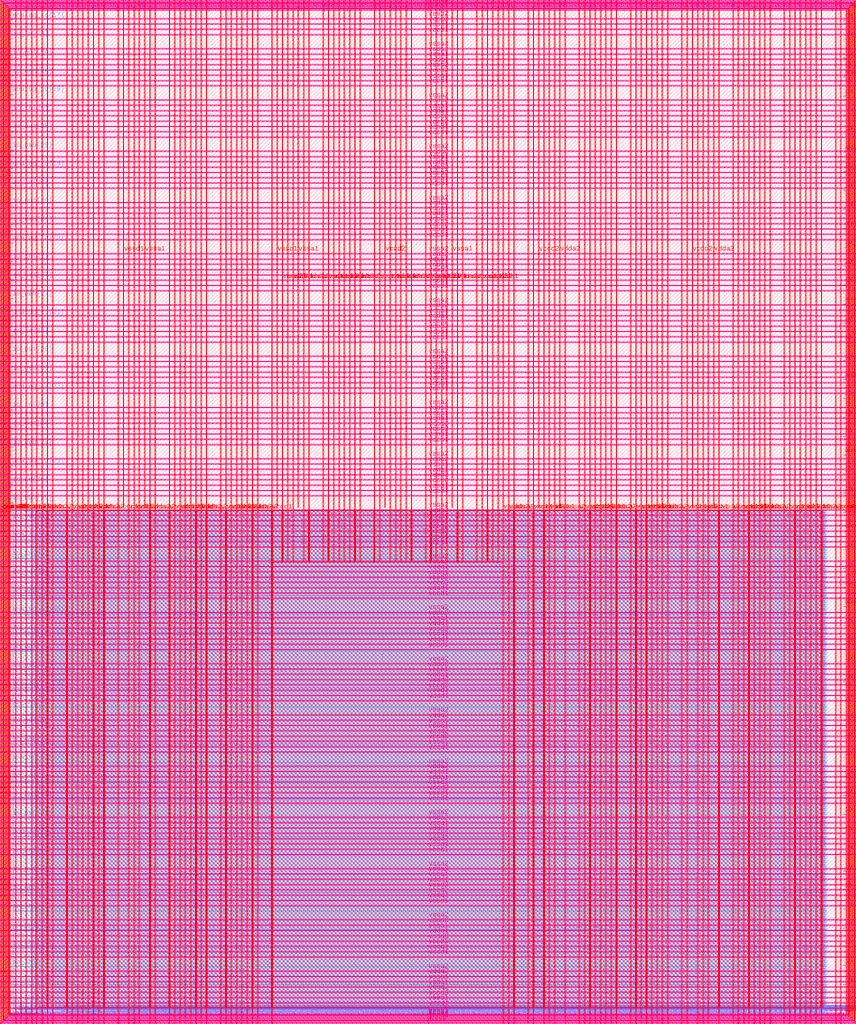
<source format=lef>
VERSION 5.7 ;
  NOWIREEXTENSIONATPIN ON ;
  DIVIDERCHAR "/" ;
  BUSBITCHARS "[]" ;
MACRO user_project_wrapper
  CLASS BLOCK ;
  FOREIGN user_project_wrapper ;
  ORIGIN 0.000 0.000 ;
  SIZE 2920.000 BY 3520.000 ;
  PIN analog_io[0]
    DIRECTION INOUT ;
    USE SIGNAL ;
    PORT
      LAYER met3 ;
        RECT 2917.600 1426.380 2924.800 1427.580 ;
    END
  END analog_io[0]
  PIN analog_io[10]
    DIRECTION INOUT ;
    USE SIGNAL ;
    PORT
      LAYER met2 ;
        RECT 2230.490 3517.600 2231.050 3524.800 ;
    END
  END analog_io[10]
  PIN analog_io[11]
    DIRECTION INOUT ;
    USE SIGNAL ;
    PORT
      LAYER met2 ;
        RECT 1905.730 3517.600 1906.290 3524.800 ;
    END
  END analog_io[11]
  PIN analog_io[12]
    DIRECTION INOUT ;
    USE SIGNAL ;
    PORT
      LAYER met2 ;
        RECT 1581.430 3517.600 1581.990 3524.800 ;
    END
  END analog_io[12]
  PIN analog_io[13]
    DIRECTION INOUT ;
    USE SIGNAL ;
    PORT
      LAYER met2 ;
        RECT 1257.130 3517.600 1257.690 3524.800 ;
    END
  END analog_io[13]
  PIN analog_io[14]
    DIRECTION INOUT ;
    USE SIGNAL ;
    PORT
      LAYER met2 ;
        RECT 932.370 3517.600 932.930 3524.800 ;
    END
  END analog_io[14]
  PIN analog_io[15]
    DIRECTION INOUT ;
    USE SIGNAL ;
    PORT
      LAYER met2 ;
        RECT 608.070 3517.600 608.630 3524.800 ;
    END
  END analog_io[15]
  PIN analog_io[16]
    DIRECTION INOUT ;
    USE SIGNAL ;
    PORT
      LAYER met2 ;
        RECT 283.770 3517.600 284.330 3524.800 ;
    END
  END analog_io[16]
  PIN analog_io[17]
    DIRECTION INOUT ;
    USE SIGNAL ;
    PORT
      LAYER met3 ;
        RECT -4.800 3486.100 2.400 3487.300 ;
    END
  END analog_io[17]
  PIN analog_io[18]
    DIRECTION INOUT ;
    USE SIGNAL ;
    PORT
      LAYER met3 ;
        RECT -4.800 3224.980 2.400 3226.180 ;
    END
  END analog_io[18]
  PIN analog_io[19]
    DIRECTION INOUT ;
    USE SIGNAL ;
    PORT
      LAYER met3 ;
        RECT -4.800 2964.540 2.400 2965.740 ;
    END
  END analog_io[19]
  PIN analog_io[1]
    DIRECTION INOUT ;
    USE SIGNAL ;
    PORT
      LAYER met3 ;
        RECT 2917.600 1692.260 2924.800 1693.460 ;
    END
  END analog_io[1]
  PIN analog_io[20]
    DIRECTION INOUT ;
    USE SIGNAL ;
    PORT
      LAYER met3 ;
        RECT -4.800 2703.420 2.400 2704.620 ;
    END
  END analog_io[20]
  PIN analog_io[21]
    DIRECTION INOUT ;
    USE SIGNAL ;
    PORT
      LAYER met3 ;
        RECT -4.800 2442.980 2.400 2444.180 ;
    END
  END analog_io[21]
  PIN analog_io[22]
    DIRECTION INOUT ;
    USE SIGNAL ;
    PORT
      LAYER met3 ;
        RECT -4.800 2182.540 2.400 2183.740 ;
    END
  END analog_io[22]
  PIN analog_io[23]
    DIRECTION INOUT ;
    USE SIGNAL ;
    PORT
      LAYER met3 ;
        RECT -4.800 1921.420 2.400 1922.620 ;
    END
  END analog_io[23]
  PIN analog_io[24]
    DIRECTION INOUT ;
    USE SIGNAL ;
    PORT
      LAYER met3 ;
        RECT -4.800 1660.980 2.400 1662.180 ;
    END
  END analog_io[24]
  PIN analog_io[25]
    DIRECTION INOUT ;
    USE SIGNAL ;
    PORT
      LAYER met3 ;
        RECT -4.800 1399.860 2.400 1401.060 ;
    END
  END analog_io[25]
  PIN analog_io[26]
    DIRECTION INOUT ;
    USE SIGNAL ;
    PORT
      LAYER met3 ;
        RECT -4.800 1139.420 2.400 1140.620 ;
    END
  END analog_io[26]
  PIN analog_io[27]
    DIRECTION INOUT ;
    USE SIGNAL ;
    PORT
      LAYER met3 ;
        RECT -4.800 878.980 2.400 880.180 ;
    END
  END analog_io[27]
  PIN analog_io[28]
    DIRECTION INOUT ;
    USE SIGNAL ;
    PORT
      LAYER met3 ;
        RECT -4.800 617.860 2.400 619.060 ;
    END
  END analog_io[28]
  PIN analog_io[2]
    DIRECTION INOUT ;
    USE SIGNAL ;
    PORT
      LAYER met3 ;
        RECT 2917.600 1958.140 2924.800 1959.340 ;
    END
  END analog_io[2]
  PIN analog_io[3]
    DIRECTION INOUT ;
    USE SIGNAL ;
    PORT
      LAYER met3 ;
        RECT 2917.600 2223.340 2924.800 2224.540 ;
    END
  END analog_io[3]
  PIN analog_io[4]
    DIRECTION INOUT ;
    USE SIGNAL ;
    PORT
      LAYER met3 ;
        RECT 2917.600 2489.220 2924.800 2490.420 ;
    END
  END analog_io[4]
  PIN analog_io[5]
    DIRECTION INOUT ;
    USE SIGNAL ;
    PORT
      LAYER met3 ;
        RECT 2917.600 2755.100 2924.800 2756.300 ;
    END
  END analog_io[5]
  PIN analog_io[6]
    DIRECTION INOUT ;
    USE SIGNAL ;
    PORT
      LAYER met3 ;
        RECT 2917.600 3020.300 2924.800 3021.500 ;
    END
  END analog_io[6]
  PIN analog_io[7]
    DIRECTION INOUT ;
    USE SIGNAL ;
    PORT
      LAYER met3 ;
        RECT 2917.600 3286.180 2924.800 3287.380 ;
    END
  END analog_io[7]
  PIN analog_io[8]
    DIRECTION INOUT ;
    USE SIGNAL ;
    PORT
      LAYER met2 ;
        RECT 2879.090 3517.600 2879.650 3524.800 ;
    END
  END analog_io[8]
  PIN analog_io[9]
    DIRECTION INOUT ;
    USE SIGNAL ;
    PORT
      LAYER met2 ;
        RECT 2554.790 3517.600 2555.350 3524.800 ;
    END
  END analog_io[9]
  PIN io_in[0]
    DIRECTION INPUT ;
    USE SIGNAL ;
    PORT
      LAYER met3 ;
        RECT 2917.600 32.380 2924.800 33.580 ;
    END
  END io_in[0]
  PIN io_in[10]
    DIRECTION INPUT ;
    USE SIGNAL ;
    PORT
      LAYER met3 ;
        RECT 2917.600 2289.980 2924.800 2291.180 ;
    END
  END io_in[10]
  PIN io_in[11]
    DIRECTION INPUT ;
    USE SIGNAL ;
    PORT
      LAYER met3 ;
        RECT 2917.600 2555.860 2924.800 2557.060 ;
    END
  END io_in[11]
  PIN io_in[12]
    DIRECTION INPUT ;
    USE SIGNAL ;
    PORT
      LAYER met3 ;
        RECT 2917.600 2821.060 2924.800 2822.260 ;
    END
  END io_in[12]
  PIN io_in[13]
    DIRECTION INPUT ;
    USE SIGNAL ;
    PORT
      LAYER met3 ;
        RECT 2917.600 3086.940 2924.800 3088.140 ;
    END
  END io_in[13]
  PIN io_in[14]
    DIRECTION INPUT ;
    USE SIGNAL ;
    PORT
      LAYER met3 ;
        RECT 2917.600 3352.820 2924.800 3354.020 ;
    END
  END io_in[14]
  PIN io_in[15]
    DIRECTION INPUT ;
    USE SIGNAL ;
    PORT
      LAYER met2 ;
        RECT 2798.130 3517.600 2798.690 3524.800 ;
    END
  END io_in[15]
  PIN io_in[16]
    DIRECTION INPUT ;
    USE SIGNAL ;
    PORT
      LAYER met2 ;
        RECT 2473.830 3517.600 2474.390 3524.800 ;
    END
  END io_in[16]
  PIN io_in[17]
    DIRECTION INPUT ;
    USE SIGNAL ;
    PORT
      LAYER met2 ;
        RECT 2149.070 3517.600 2149.630 3524.800 ;
    END
  END io_in[17]
  PIN io_in[18]
    DIRECTION INPUT ;
    USE SIGNAL ;
    PORT
      LAYER met2 ;
        RECT 1824.770 3517.600 1825.330 3524.800 ;
    END
  END io_in[18]
  PIN io_in[19]
    DIRECTION INPUT ;
    USE SIGNAL ;
    PORT
      LAYER met2 ;
        RECT 1500.470 3517.600 1501.030 3524.800 ;
    END
  END io_in[19]
  PIN io_in[1]
    DIRECTION INPUT ;
    USE SIGNAL ;
    PORT
      LAYER met3 ;
        RECT 2917.600 230.940 2924.800 232.140 ;
    END
  END io_in[1]
  PIN io_in[20]
    DIRECTION INPUT ;
    USE SIGNAL ;
    PORT
      LAYER met2 ;
        RECT 1175.710 3517.600 1176.270 3524.800 ;
    END
  END io_in[20]
  PIN io_in[21]
    DIRECTION INPUT ;
    USE SIGNAL ;
    PORT
      LAYER met2 ;
        RECT 851.410 3517.600 851.970 3524.800 ;
    END
  END io_in[21]
  PIN io_in[22]
    DIRECTION INPUT ;
    USE SIGNAL ;
    PORT
      LAYER met2 ;
        RECT 527.110 3517.600 527.670 3524.800 ;
    END
  END io_in[22]
  PIN io_in[23]
    DIRECTION INPUT ;
    USE SIGNAL ;
    PORT
      LAYER met2 ;
        RECT 202.350 3517.600 202.910 3524.800 ;
    END
  END io_in[23]
  PIN io_in[24]
    DIRECTION INPUT ;
    USE SIGNAL ;
    PORT
      LAYER met3 ;
        RECT -4.800 3420.820 2.400 3422.020 ;
    END
  END io_in[24]
  PIN io_in[25]
    DIRECTION INPUT ;
    USE SIGNAL ;
    PORT
      LAYER met3 ;
        RECT -4.800 3159.700 2.400 3160.900 ;
    END
  END io_in[25]
  PIN io_in[26]
    DIRECTION INPUT ;
    USE SIGNAL ;
    PORT
      LAYER met3 ;
        RECT -4.800 2899.260 2.400 2900.460 ;
    END
  END io_in[26]
  PIN io_in[27]
    DIRECTION INPUT ;
    USE SIGNAL ;
    PORT
      LAYER met3 ;
        RECT -4.800 2638.820 2.400 2640.020 ;
    END
  END io_in[27]
  PIN io_in[28]
    DIRECTION INPUT ;
    USE SIGNAL ;
    PORT
      LAYER met3 ;
        RECT -4.800 2377.700 2.400 2378.900 ;
    END
  END io_in[28]
  PIN io_in[29]
    DIRECTION INPUT ;
    USE SIGNAL ;
    PORT
      LAYER met3 ;
        RECT -4.800 2117.260 2.400 2118.460 ;
    END
  END io_in[29]
  PIN io_in[2]
    DIRECTION INPUT ;
    USE SIGNAL ;
    PORT
      LAYER met3 ;
        RECT 2917.600 430.180 2924.800 431.380 ;
    END
  END io_in[2]
  PIN io_in[30]
    DIRECTION INPUT ;
    USE SIGNAL ;
    PORT
      LAYER met3 ;
        RECT -4.800 1856.140 2.400 1857.340 ;
    END
  END io_in[30]
  PIN io_in[31]
    DIRECTION INPUT ;
    USE SIGNAL ;
    PORT
      LAYER met3 ;
        RECT -4.800 1595.700 2.400 1596.900 ;
    END
  END io_in[31]
  PIN io_in[32]
    DIRECTION INPUT ;
    USE SIGNAL ;
    PORT
      LAYER met3 ;
        RECT -4.800 1335.260 2.400 1336.460 ;
    END
  END io_in[32]
  PIN io_in[33]
    DIRECTION INPUT ;
    USE SIGNAL ;
    PORT
      LAYER met3 ;
        RECT -4.800 1074.140 2.400 1075.340 ;
    END
  END io_in[33]
  PIN io_in[34]
    DIRECTION INPUT ;
    USE SIGNAL ;
    PORT
      LAYER met3 ;
        RECT -4.800 813.700 2.400 814.900 ;
    END
  END io_in[34]
  PIN io_in[35]
    DIRECTION INPUT ;
    USE SIGNAL ;
    PORT
      LAYER met3 ;
        RECT -4.800 552.580 2.400 553.780 ;
    END
  END io_in[35]
  PIN io_in[36]
    DIRECTION INPUT ;
    USE SIGNAL ;
    PORT
      LAYER met3 ;
        RECT -4.800 357.420 2.400 358.620 ;
    END
  END io_in[36]
  PIN io_in[37]
    DIRECTION INPUT ;
    USE SIGNAL ;
    PORT
      LAYER met3 ;
        RECT -4.800 161.580 2.400 162.780 ;
    END
  END io_in[37]
  PIN io_in[3]
    DIRECTION INPUT ;
    USE SIGNAL ;
    PORT
      LAYER met3 ;
        RECT 2917.600 629.420 2924.800 630.620 ;
    END
  END io_in[3]
  PIN io_in[4]
    DIRECTION INPUT ;
    USE SIGNAL ;
    PORT
      LAYER met3 ;
        RECT 2917.600 828.660 2924.800 829.860 ;
    END
  END io_in[4]
  PIN io_in[5]
    DIRECTION INPUT ;
    USE SIGNAL ;
    PORT
      LAYER met3 ;
        RECT 2917.600 1027.900 2924.800 1029.100 ;
    END
  END io_in[5]
  PIN io_in[6]
    DIRECTION INPUT ;
    USE SIGNAL ;
    PORT
      LAYER met3 ;
        RECT 2917.600 1227.140 2924.800 1228.340 ;
    END
  END io_in[6]
  PIN io_in[7]
    DIRECTION INPUT ;
    USE SIGNAL ;
    PORT
      LAYER met3 ;
        RECT 2917.600 1493.020 2924.800 1494.220 ;
    END
  END io_in[7]
  PIN io_in[8]
    DIRECTION INPUT ;
    USE SIGNAL ;
    PORT
      LAYER met3 ;
        RECT 2917.600 1758.900 2924.800 1760.100 ;
    END
  END io_in[8]
  PIN io_in[9]
    DIRECTION INPUT ;
    USE SIGNAL ;
    PORT
      LAYER met3 ;
        RECT 2917.600 2024.100 2924.800 2025.300 ;
    END
  END io_in[9]
  PIN io_oeb[0]
    DIRECTION OUTPUT TRISTATE ;
    USE SIGNAL ;
    PORT
      LAYER met3 ;
        RECT 2917.600 164.980 2924.800 166.180 ;
    END
  END io_oeb[0]
  PIN io_oeb[10]
    DIRECTION OUTPUT TRISTATE ;
    USE SIGNAL ;
    PORT
      LAYER met3 ;
        RECT 2917.600 2422.580 2924.800 2423.780 ;
    END
  END io_oeb[10]
  PIN io_oeb[11]
    DIRECTION OUTPUT TRISTATE ;
    USE SIGNAL ;
    PORT
      LAYER met3 ;
        RECT 2917.600 2688.460 2924.800 2689.660 ;
    END
  END io_oeb[11]
  PIN io_oeb[12]
    DIRECTION OUTPUT TRISTATE ;
    USE SIGNAL ;
    PORT
      LAYER met3 ;
        RECT 2917.600 2954.340 2924.800 2955.540 ;
    END
  END io_oeb[12]
  PIN io_oeb[13]
    DIRECTION OUTPUT TRISTATE ;
    USE SIGNAL ;
    PORT
      LAYER met3 ;
        RECT 2917.600 3219.540 2924.800 3220.740 ;
    END
  END io_oeb[13]
  PIN io_oeb[14]
    DIRECTION OUTPUT TRISTATE ;
    USE SIGNAL ;
    PORT
      LAYER met3 ;
        RECT 2917.600 3485.420 2924.800 3486.620 ;
    END
  END io_oeb[14]
  PIN io_oeb[15]
    DIRECTION OUTPUT TRISTATE ;
    USE SIGNAL ;
    PORT
      LAYER met2 ;
        RECT 2635.750 3517.600 2636.310 3524.800 ;
    END
  END io_oeb[15]
  PIN io_oeb[16]
    DIRECTION OUTPUT TRISTATE ;
    USE SIGNAL ;
    PORT
      LAYER met2 ;
        RECT 2311.450 3517.600 2312.010 3524.800 ;
    END
  END io_oeb[16]
  PIN io_oeb[17]
    DIRECTION OUTPUT TRISTATE ;
    USE SIGNAL ;
    PORT
      LAYER met2 ;
        RECT 1987.150 3517.600 1987.710 3524.800 ;
    END
  END io_oeb[17]
  PIN io_oeb[18]
    DIRECTION OUTPUT TRISTATE ;
    USE SIGNAL ;
    PORT
      LAYER met2 ;
        RECT 1662.390 3517.600 1662.950 3524.800 ;
    END
  END io_oeb[18]
  PIN io_oeb[19]
    DIRECTION OUTPUT TRISTATE ;
    USE SIGNAL ;
    PORT
      LAYER met2 ;
        RECT 1338.090 3517.600 1338.650 3524.800 ;
    END
  END io_oeb[19]
  PIN io_oeb[1]
    DIRECTION OUTPUT TRISTATE ;
    USE SIGNAL ;
    PORT
      LAYER met3 ;
        RECT 2917.600 364.220 2924.800 365.420 ;
    END
  END io_oeb[1]
  PIN io_oeb[20]
    DIRECTION OUTPUT TRISTATE ;
    USE SIGNAL ;
    PORT
      LAYER met2 ;
        RECT 1013.790 3517.600 1014.350 3524.800 ;
    END
  END io_oeb[20]
  PIN io_oeb[21]
    DIRECTION OUTPUT TRISTATE ;
    USE SIGNAL ;
    PORT
      LAYER met2 ;
        RECT 689.030 3517.600 689.590 3524.800 ;
    END
  END io_oeb[21]
  PIN io_oeb[22]
    DIRECTION OUTPUT TRISTATE ;
    USE SIGNAL ;
    PORT
      LAYER met2 ;
        RECT 364.730 3517.600 365.290 3524.800 ;
    END
  END io_oeb[22]
  PIN io_oeb[23]
    DIRECTION OUTPUT TRISTATE ;
    USE SIGNAL ;
    PORT
      LAYER met2 ;
        RECT 40.430 3517.600 40.990 3524.800 ;
    END
  END io_oeb[23]
  PIN io_oeb[24]
    DIRECTION OUTPUT TRISTATE ;
    USE SIGNAL ;
    PORT
      LAYER met3 ;
        RECT -4.800 3290.260 2.400 3291.460 ;
    END
  END io_oeb[24]
  PIN io_oeb[25]
    DIRECTION OUTPUT TRISTATE ;
    USE SIGNAL ;
    PORT
      LAYER met3 ;
        RECT -4.800 3029.820 2.400 3031.020 ;
    END
  END io_oeb[25]
  PIN io_oeb[26]
    DIRECTION OUTPUT TRISTATE ;
    USE SIGNAL ;
    PORT
      LAYER met3 ;
        RECT -4.800 2768.700 2.400 2769.900 ;
    END
  END io_oeb[26]
  PIN io_oeb[27]
    DIRECTION OUTPUT TRISTATE ;
    USE SIGNAL ;
    PORT
      LAYER met3 ;
        RECT -4.800 2508.260 2.400 2509.460 ;
    END
  END io_oeb[27]
  PIN io_oeb[28]
    DIRECTION OUTPUT TRISTATE ;
    USE SIGNAL ;
    PORT
      LAYER met3 ;
        RECT -4.800 2247.140 2.400 2248.340 ;
    END
  END io_oeb[28]
  PIN io_oeb[29]
    DIRECTION OUTPUT TRISTATE ;
    USE SIGNAL ;
    PORT
      LAYER met3 ;
        RECT -4.800 1986.700 2.400 1987.900 ;
    END
  END io_oeb[29]
  PIN io_oeb[2]
    DIRECTION OUTPUT TRISTATE ;
    USE SIGNAL ;
    PORT
      LAYER met3 ;
        RECT 2917.600 563.460 2924.800 564.660 ;
    END
  END io_oeb[2]
  PIN io_oeb[30]
    DIRECTION OUTPUT TRISTATE ;
    USE SIGNAL ;
    PORT
      LAYER met3 ;
        RECT -4.800 1726.260 2.400 1727.460 ;
    END
  END io_oeb[30]
  PIN io_oeb[31]
    DIRECTION OUTPUT TRISTATE ;
    USE SIGNAL ;
    PORT
      LAYER met3 ;
        RECT -4.800 1465.140 2.400 1466.340 ;
    END
  END io_oeb[31]
  PIN io_oeb[32]
    DIRECTION OUTPUT TRISTATE ;
    USE SIGNAL ;
    PORT
      LAYER met3 ;
        RECT -4.800 1204.700 2.400 1205.900 ;
    END
  END io_oeb[32]
  PIN io_oeb[33]
    DIRECTION OUTPUT TRISTATE ;
    USE SIGNAL ;
    PORT
      LAYER met3 ;
        RECT -4.800 943.580 2.400 944.780 ;
    END
  END io_oeb[33]
  PIN io_oeb[34]
    DIRECTION OUTPUT TRISTATE ;
    USE SIGNAL ;
    PORT
      LAYER met3 ;
        RECT -4.800 683.140 2.400 684.340 ;
    END
  END io_oeb[34]
  PIN io_oeb[35]
    DIRECTION OUTPUT TRISTATE ;
    USE SIGNAL ;
    PORT
      LAYER met3 ;
        RECT -4.800 422.700 2.400 423.900 ;
    END
  END io_oeb[35]
  PIN io_oeb[36]
    DIRECTION OUTPUT TRISTATE ;
    USE SIGNAL ;
    PORT
      LAYER met3 ;
        RECT -4.800 226.860 2.400 228.060 ;
    END
  END io_oeb[36]
  PIN io_oeb[37]
    DIRECTION OUTPUT TRISTATE ;
    USE SIGNAL ;
    PORT
      LAYER met3 ;
        RECT -4.800 31.700 2.400 32.900 ;
    END
  END io_oeb[37]
  PIN io_oeb[3]
    DIRECTION OUTPUT TRISTATE ;
    USE SIGNAL ;
    PORT
      LAYER met3 ;
        RECT 2917.600 762.700 2924.800 763.900 ;
    END
  END io_oeb[3]
  PIN io_oeb[4]
    DIRECTION OUTPUT TRISTATE ;
    USE SIGNAL ;
    PORT
      LAYER met3 ;
        RECT 2917.600 961.940 2924.800 963.140 ;
    END
  END io_oeb[4]
  PIN io_oeb[5]
    DIRECTION OUTPUT TRISTATE ;
    USE SIGNAL ;
    PORT
      LAYER met3 ;
        RECT 2917.600 1161.180 2924.800 1162.380 ;
    END
  END io_oeb[5]
  PIN io_oeb[6]
    DIRECTION OUTPUT TRISTATE ;
    USE SIGNAL ;
    PORT
      LAYER met3 ;
        RECT 2917.600 1360.420 2924.800 1361.620 ;
    END
  END io_oeb[6]
  PIN io_oeb[7]
    DIRECTION OUTPUT TRISTATE ;
    USE SIGNAL ;
    PORT
      LAYER met3 ;
        RECT 2917.600 1625.620 2924.800 1626.820 ;
    END
  END io_oeb[7]
  PIN io_oeb[8]
    DIRECTION OUTPUT TRISTATE ;
    USE SIGNAL ;
    PORT
      LAYER met3 ;
        RECT 2917.600 1891.500 2924.800 1892.700 ;
    END
  END io_oeb[8]
  PIN io_oeb[9]
    DIRECTION OUTPUT TRISTATE ;
    USE SIGNAL ;
    PORT
      LAYER met3 ;
        RECT 2917.600 2157.380 2924.800 2158.580 ;
    END
  END io_oeb[9]
  PIN io_out[0]
    DIRECTION OUTPUT TRISTATE ;
    USE SIGNAL ;
    PORT
      LAYER met3 ;
        RECT 2917.600 98.340 2924.800 99.540 ;
    END
  END io_out[0]
  PIN io_out[10]
    DIRECTION OUTPUT TRISTATE ;
    USE SIGNAL ;
    PORT
      LAYER met3 ;
        RECT 2917.600 2356.620 2924.800 2357.820 ;
    END
  END io_out[10]
  PIN io_out[11]
    DIRECTION OUTPUT TRISTATE ;
    USE SIGNAL ;
    PORT
      LAYER met3 ;
        RECT 2917.600 2621.820 2924.800 2623.020 ;
    END
  END io_out[11]
  PIN io_out[12]
    DIRECTION OUTPUT TRISTATE ;
    USE SIGNAL ;
    PORT
      LAYER met3 ;
        RECT 2917.600 2887.700 2924.800 2888.900 ;
    END
  END io_out[12]
  PIN io_out[13]
    DIRECTION OUTPUT TRISTATE ;
    USE SIGNAL ;
    PORT
      LAYER met3 ;
        RECT 2917.600 3153.580 2924.800 3154.780 ;
    END
  END io_out[13]
  PIN io_out[14]
    DIRECTION OUTPUT TRISTATE ;
    USE SIGNAL ;
    PORT
      LAYER met3 ;
        RECT 2917.600 3418.780 2924.800 3419.980 ;
    END
  END io_out[14]
  PIN io_out[15]
    DIRECTION OUTPUT TRISTATE ;
    USE SIGNAL ;
    PORT
      LAYER met2 ;
        RECT 2717.170 3517.600 2717.730 3524.800 ;
    END
  END io_out[15]
  PIN io_out[16]
    DIRECTION OUTPUT TRISTATE ;
    USE SIGNAL ;
    PORT
      LAYER met2 ;
        RECT 2392.410 3517.600 2392.970 3524.800 ;
    END
  END io_out[16]
  PIN io_out[17]
    DIRECTION OUTPUT TRISTATE ;
    USE SIGNAL ;
    PORT
      LAYER met2 ;
        RECT 2068.110 3517.600 2068.670 3524.800 ;
    END
  END io_out[17]
  PIN io_out[18]
    DIRECTION OUTPUT TRISTATE ;
    USE SIGNAL ;
    PORT
      LAYER met2 ;
        RECT 1743.810 3517.600 1744.370 3524.800 ;
    END
  END io_out[18]
  PIN io_out[19]
    DIRECTION OUTPUT TRISTATE ;
    USE SIGNAL ;
    PORT
      LAYER met2 ;
        RECT 1419.050 3517.600 1419.610 3524.800 ;
    END
  END io_out[19]
  PIN io_out[1]
    DIRECTION OUTPUT TRISTATE ;
    USE SIGNAL ;
    PORT
      LAYER met3 ;
        RECT 2917.600 297.580 2924.800 298.780 ;
    END
  END io_out[1]
  PIN io_out[20]
    DIRECTION OUTPUT TRISTATE ;
    USE SIGNAL ;
    PORT
      LAYER met2 ;
        RECT 1094.750 3517.600 1095.310 3524.800 ;
    END
  END io_out[20]
  PIN io_out[21]
    DIRECTION OUTPUT TRISTATE ;
    USE SIGNAL ;
    PORT
      LAYER met2 ;
        RECT 770.450 3517.600 771.010 3524.800 ;
    END
  END io_out[21]
  PIN io_out[22]
    DIRECTION OUTPUT TRISTATE ;
    USE SIGNAL ;
    PORT
      LAYER met2 ;
        RECT 445.690 3517.600 446.250 3524.800 ;
    END
  END io_out[22]
  PIN io_out[23]
    DIRECTION OUTPUT TRISTATE ;
    USE SIGNAL ;
    PORT
      LAYER met2 ;
        RECT 121.390 3517.600 121.950 3524.800 ;
    END
  END io_out[23]
  PIN io_out[24]
    DIRECTION OUTPUT TRISTATE ;
    USE SIGNAL ;
    PORT
      LAYER met3 ;
        RECT -4.800 3355.540 2.400 3356.740 ;
    END
  END io_out[24]
  PIN io_out[25]
    DIRECTION OUTPUT TRISTATE ;
    USE SIGNAL ;
    PORT
      LAYER met3 ;
        RECT -4.800 3095.100 2.400 3096.300 ;
    END
  END io_out[25]
  PIN io_out[26]
    DIRECTION OUTPUT TRISTATE ;
    USE SIGNAL ;
    PORT
      LAYER met3 ;
        RECT -4.800 2833.980 2.400 2835.180 ;
    END
  END io_out[26]
  PIN io_out[27]
    DIRECTION OUTPUT TRISTATE ;
    USE SIGNAL ;
    PORT
      LAYER met3 ;
        RECT -4.800 2573.540 2.400 2574.740 ;
    END
  END io_out[27]
  PIN io_out[28]
    DIRECTION OUTPUT TRISTATE ;
    USE SIGNAL ;
    PORT
      LAYER met3 ;
        RECT -4.800 2312.420 2.400 2313.620 ;
    END
  END io_out[28]
  PIN io_out[29]
    DIRECTION OUTPUT TRISTATE ;
    USE SIGNAL ;
    PORT
      LAYER met3 ;
        RECT -4.800 2051.980 2.400 2053.180 ;
    END
  END io_out[29]
  PIN io_out[2]
    DIRECTION OUTPUT TRISTATE ;
    USE SIGNAL ;
    PORT
      LAYER met3 ;
        RECT 2917.600 496.820 2924.800 498.020 ;
    END
  END io_out[2]
  PIN io_out[30]
    DIRECTION OUTPUT TRISTATE ;
    USE SIGNAL ;
    PORT
      LAYER met3 ;
        RECT -4.800 1791.540 2.400 1792.740 ;
    END
  END io_out[30]
  PIN io_out[31]
    DIRECTION OUTPUT TRISTATE ;
    USE SIGNAL ;
    PORT
      LAYER met3 ;
        RECT -4.800 1530.420 2.400 1531.620 ;
    END
  END io_out[31]
  PIN io_out[32]
    DIRECTION OUTPUT TRISTATE ;
    USE SIGNAL ;
    PORT
      LAYER met3 ;
        RECT -4.800 1269.980 2.400 1271.180 ;
    END
  END io_out[32]
  PIN io_out[33]
    DIRECTION OUTPUT TRISTATE ;
    USE SIGNAL ;
    PORT
      LAYER met3 ;
        RECT -4.800 1008.860 2.400 1010.060 ;
    END
  END io_out[33]
  PIN io_out[34]
    DIRECTION OUTPUT TRISTATE ;
    USE SIGNAL ;
    PORT
      LAYER met3 ;
        RECT -4.800 748.420 2.400 749.620 ;
    END
  END io_out[34]
  PIN io_out[35]
    DIRECTION OUTPUT TRISTATE ;
    USE SIGNAL ;
    PORT
      LAYER met3 ;
        RECT -4.800 487.300 2.400 488.500 ;
    END
  END io_out[35]
  PIN io_out[36]
    DIRECTION OUTPUT TRISTATE ;
    USE SIGNAL ;
    PORT
      LAYER met3 ;
        RECT -4.800 292.140 2.400 293.340 ;
    END
  END io_out[36]
  PIN io_out[37]
    DIRECTION OUTPUT TRISTATE ;
    USE SIGNAL ;
    PORT
      LAYER met3 ;
        RECT -4.800 96.300 2.400 97.500 ;
    END
  END io_out[37]
  PIN io_out[3]
    DIRECTION OUTPUT TRISTATE ;
    USE SIGNAL ;
    PORT
      LAYER met3 ;
        RECT 2917.600 696.060 2924.800 697.260 ;
    END
  END io_out[3]
  PIN io_out[4]
    DIRECTION OUTPUT TRISTATE ;
    USE SIGNAL ;
    PORT
      LAYER met3 ;
        RECT 2917.600 895.300 2924.800 896.500 ;
    END
  END io_out[4]
  PIN io_out[5]
    DIRECTION OUTPUT TRISTATE ;
    USE SIGNAL ;
    PORT
      LAYER met3 ;
        RECT 2917.600 1094.540 2924.800 1095.740 ;
    END
  END io_out[5]
  PIN io_out[6]
    DIRECTION OUTPUT TRISTATE ;
    USE SIGNAL ;
    PORT
      LAYER met3 ;
        RECT 2917.600 1293.780 2924.800 1294.980 ;
    END
  END io_out[6]
  PIN io_out[7]
    DIRECTION OUTPUT TRISTATE ;
    USE SIGNAL ;
    PORT
      LAYER met3 ;
        RECT 2917.600 1559.660 2924.800 1560.860 ;
    END
  END io_out[7]
  PIN io_out[8]
    DIRECTION OUTPUT TRISTATE ;
    USE SIGNAL ;
    PORT
      LAYER met3 ;
        RECT 2917.600 1824.860 2924.800 1826.060 ;
    END
  END io_out[8]
  PIN io_out[9]
    DIRECTION OUTPUT TRISTATE ;
    USE SIGNAL ;
    PORT
      LAYER met3 ;
        RECT 2917.600 2090.740 2924.800 2091.940 ;
    END
  END io_out[9]
  PIN la_data_in[0]
    DIRECTION INPUT ;
    USE SIGNAL ;
    PORT
      LAYER met2 ;
        RECT 629.230 -4.800 629.790 2.400 ;
    END
  END la_data_in[0]
  PIN la_data_in[100]
    DIRECTION INPUT ;
    USE SIGNAL ;
    PORT
      LAYER met2 ;
        RECT 2402.530 -4.800 2403.090 2.400 ;
    END
  END la_data_in[100]
  PIN la_data_in[101]
    DIRECTION INPUT ;
    USE SIGNAL ;
    PORT
      LAYER met2 ;
        RECT 2420.010 -4.800 2420.570 2.400 ;
    END
  END la_data_in[101]
  PIN la_data_in[102]
    DIRECTION INPUT ;
    USE SIGNAL ;
    PORT
      LAYER met2 ;
        RECT 2437.950 -4.800 2438.510 2.400 ;
    END
  END la_data_in[102]
  PIN la_data_in[103]
    DIRECTION INPUT ;
    USE SIGNAL ;
    PORT
      LAYER met2 ;
        RECT 2455.430 -4.800 2455.990 2.400 ;
    END
  END la_data_in[103]
  PIN la_data_in[104]
    DIRECTION INPUT ;
    USE SIGNAL ;
    PORT
      LAYER met2 ;
        RECT 2473.370 -4.800 2473.930 2.400 ;
    END
  END la_data_in[104]
  PIN la_data_in[105]
    DIRECTION INPUT ;
    USE SIGNAL ;
    PORT
      LAYER met2 ;
        RECT 2490.850 -4.800 2491.410 2.400 ;
    END
  END la_data_in[105]
  PIN la_data_in[106]
    DIRECTION INPUT ;
    USE SIGNAL ;
    PORT
      LAYER met2 ;
        RECT 2508.790 -4.800 2509.350 2.400 ;
    END
  END la_data_in[106]
  PIN la_data_in[107]
    DIRECTION INPUT ;
    USE SIGNAL ;
    PORT
      LAYER met2 ;
        RECT 2526.730 -4.800 2527.290 2.400 ;
    END
  END la_data_in[107]
  PIN la_data_in[108]
    DIRECTION INPUT ;
    USE SIGNAL ;
    PORT
      LAYER met2 ;
        RECT 2544.210 -4.800 2544.770 2.400 ;
    END
  END la_data_in[108]
  PIN la_data_in[109]
    DIRECTION INPUT ;
    USE SIGNAL ;
    PORT
      LAYER met2 ;
        RECT 2562.150 -4.800 2562.710 2.400 ;
    END
  END la_data_in[109]
  PIN la_data_in[10]
    DIRECTION INPUT ;
    USE SIGNAL ;
    PORT
      LAYER met2 ;
        RECT 806.330 -4.800 806.890 2.400 ;
    END
  END la_data_in[10]
  PIN la_data_in[110]
    DIRECTION INPUT ;
    USE SIGNAL ;
    PORT
      LAYER met2 ;
        RECT 2579.630 -4.800 2580.190 2.400 ;
    END
  END la_data_in[110]
  PIN la_data_in[111]
    DIRECTION INPUT ;
    USE SIGNAL ;
    PORT
      LAYER met2 ;
        RECT 2597.570 -4.800 2598.130 2.400 ;
    END
  END la_data_in[111]
  PIN la_data_in[112]
    DIRECTION INPUT ;
    USE SIGNAL ;
    PORT
      LAYER met2 ;
        RECT 2615.050 -4.800 2615.610 2.400 ;
    END
  END la_data_in[112]
  PIN la_data_in[113]
    DIRECTION INPUT ;
    USE SIGNAL ;
    PORT
      LAYER met2 ;
        RECT 2632.990 -4.800 2633.550 2.400 ;
    END
  END la_data_in[113]
  PIN la_data_in[114]
    DIRECTION INPUT ;
    USE SIGNAL ;
    PORT
      LAYER met2 ;
        RECT 2650.470 -4.800 2651.030 2.400 ;
    END
  END la_data_in[114]
  PIN la_data_in[115]
    DIRECTION INPUT ;
    USE SIGNAL ;
    PORT
      LAYER met2 ;
        RECT 2668.410 -4.800 2668.970 2.400 ;
    END
  END la_data_in[115]
  PIN la_data_in[116]
    DIRECTION INPUT ;
    USE SIGNAL ;
    PORT
      LAYER met2 ;
        RECT 2685.890 -4.800 2686.450 2.400 ;
    END
  END la_data_in[116]
  PIN la_data_in[117]
    DIRECTION INPUT ;
    USE SIGNAL ;
    PORT
      LAYER met2 ;
        RECT 2703.830 -4.800 2704.390 2.400 ;
    END
  END la_data_in[117]
  PIN la_data_in[118]
    DIRECTION INPUT ;
    USE SIGNAL ;
    PORT
      LAYER met2 ;
        RECT 2721.770 -4.800 2722.330 2.400 ;
    END
  END la_data_in[118]
  PIN la_data_in[119]
    DIRECTION INPUT ;
    USE SIGNAL ;
    PORT
      LAYER met2 ;
        RECT 2739.250 -4.800 2739.810 2.400 ;
    END
  END la_data_in[119]
  PIN la_data_in[11]
    DIRECTION INPUT ;
    USE SIGNAL ;
    PORT
      LAYER met2 ;
        RECT 824.270 -4.800 824.830 2.400 ;
    END
  END la_data_in[11]
  PIN la_data_in[120]
    DIRECTION INPUT ;
    USE SIGNAL ;
    PORT
      LAYER met2 ;
        RECT 2757.190 -4.800 2757.750 2.400 ;
    END
  END la_data_in[120]
  PIN la_data_in[121]
    DIRECTION INPUT ;
    USE SIGNAL ;
    PORT
      LAYER met2 ;
        RECT 2774.670 -4.800 2775.230 2.400 ;
    END
  END la_data_in[121]
  PIN la_data_in[122]
    DIRECTION INPUT ;
    USE SIGNAL ;
    PORT
      LAYER met2 ;
        RECT 2792.610 -4.800 2793.170 2.400 ;
    END
  END la_data_in[122]
  PIN la_data_in[123]
    DIRECTION INPUT ;
    USE SIGNAL ;
    PORT
      LAYER met2 ;
        RECT 2810.090 -4.800 2810.650 2.400 ;
    END
  END la_data_in[123]
  PIN la_data_in[124]
    DIRECTION INPUT ;
    USE SIGNAL ;
    PORT
      LAYER met2 ;
        RECT 2828.030 -4.800 2828.590 2.400 ;
    END
  END la_data_in[124]
  PIN la_data_in[125]
    DIRECTION INPUT ;
    USE SIGNAL ;
    PORT
      LAYER met2 ;
        RECT 2845.510 -4.800 2846.070 2.400 ;
    END
  END la_data_in[125]
  PIN la_data_in[126]
    DIRECTION INPUT ;
    USE SIGNAL ;
    PORT
      LAYER met2 ;
        RECT 2863.450 -4.800 2864.010 2.400 ;
    END
  END la_data_in[126]
  PIN la_data_in[127]
    DIRECTION INPUT ;
    USE SIGNAL ;
    PORT
      LAYER met2 ;
        RECT 2881.390 -4.800 2881.950 2.400 ;
    END
  END la_data_in[127]
  PIN la_data_in[12]
    DIRECTION INPUT ;
    USE SIGNAL ;
    PORT
      LAYER met2 ;
        RECT 841.750 -4.800 842.310 2.400 ;
    END
  END la_data_in[12]
  PIN la_data_in[13]
    DIRECTION INPUT ;
    USE SIGNAL ;
    PORT
      LAYER met2 ;
        RECT 859.690 -4.800 860.250 2.400 ;
    END
  END la_data_in[13]
  PIN la_data_in[14]
    DIRECTION INPUT ;
    USE SIGNAL ;
    PORT
      LAYER met2 ;
        RECT 877.170 -4.800 877.730 2.400 ;
    END
  END la_data_in[14]
  PIN la_data_in[15]
    DIRECTION INPUT ;
    USE SIGNAL ;
    PORT
      LAYER met2 ;
        RECT 895.110 -4.800 895.670 2.400 ;
    END
  END la_data_in[15]
  PIN la_data_in[16]
    DIRECTION INPUT ;
    USE SIGNAL ;
    PORT
      LAYER met2 ;
        RECT 912.590 -4.800 913.150 2.400 ;
    END
  END la_data_in[16]
  PIN la_data_in[17]
    DIRECTION INPUT ;
    USE SIGNAL ;
    PORT
      LAYER met2 ;
        RECT 930.530 -4.800 931.090 2.400 ;
    END
  END la_data_in[17]
  PIN la_data_in[18]
    DIRECTION INPUT ;
    USE SIGNAL ;
    PORT
      LAYER met2 ;
        RECT 948.470 -4.800 949.030 2.400 ;
    END
  END la_data_in[18]
  PIN la_data_in[19]
    DIRECTION INPUT ;
    USE SIGNAL ;
    PORT
      LAYER met2 ;
        RECT 965.950 -4.800 966.510 2.400 ;
    END
  END la_data_in[19]
  PIN la_data_in[1]
    DIRECTION INPUT ;
    USE SIGNAL ;
    PORT
      LAYER met2 ;
        RECT 646.710 -4.800 647.270 2.400 ;
    END
  END la_data_in[1]
  PIN la_data_in[20]
    DIRECTION INPUT ;
    USE SIGNAL ;
    PORT
      LAYER met2 ;
        RECT 983.890 -4.800 984.450 2.400 ;
    END
  END la_data_in[20]
  PIN la_data_in[21]
    DIRECTION INPUT ;
    USE SIGNAL ;
    PORT
      LAYER met2 ;
        RECT 1001.370 -4.800 1001.930 2.400 ;
    END
  END la_data_in[21]
  PIN la_data_in[22]
    DIRECTION INPUT ;
    USE SIGNAL ;
    PORT
      LAYER met2 ;
        RECT 1019.310 -4.800 1019.870 2.400 ;
    END
  END la_data_in[22]
  PIN la_data_in[23]
    DIRECTION INPUT ;
    USE SIGNAL ;
    PORT
      LAYER met2 ;
        RECT 1036.790 -4.800 1037.350 2.400 ;
    END
  END la_data_in[23]
  PIN la_data_in[24]
    DIRECTION INPUT ;
    USE SIGNAL ;
    PORT
      LAYER met2 ;
        RECT 1054.730 -4.800 1055.290 2.400 ;
    END
  END la_data_in[24]
  PIN la_data_in[25]
    DIRECTION INPUT ;
    USE SIGNAL ;
    PORT
      LAYER met2 ;
        RECT 1072.210 -4.800 1072.770 2.400 ;
    END
  END la_data_in[25]
  PIN la_data_in[26]
    DIRECTION INPUT ;
    USE SIGNAL ;
    PORT
      LAYER met2 ;
        RECT 1090.150 -4.800 1090.710 2.400 ;
    END
  END la_data_in[26]
  PIN la_data_in[27]
    DIRECTION INPUT ;
    USE SIGNAL ;
    PORT
      LAYER met2 ;
        RECT 1107.630 -4.800 1108.190 2.400 ;
    END
  END la_data_in[27]
  PIN la_data_in[28]
    DIRECTION INPUT ;
    USE SIGNAL ;
    PORT
      LAYER met2 ;
        RECT 1125.570 -4.800 1126.130 2.400 ;
    END
  END la_data_in[28]
  PIN la_data_in[29]
    DIRECTION INPUT ;
    USE SIGNAL ;
    PORT
      LAYER met2 ;
        RECT 1143.510 -4.800 1144.070 2.400 ;
    END
  END la_data_in[29]
  PIN la_data_in[2]
    DIRECTION INPUT ;
    USE SIGNAL ;
    PORT
      LAYER met2 ;
        RECT 664.650 -4.800 665.210 2.400 ;
    END
  END la_data_in[2]
  PIN la_data_in[30]
    DIRECTION INPUT ;
    USE SIGNAL ;
    PORT
      LAYER met2 ;
        RECT 1160.990 -4.800 1161.550 2.400 ;
    END
  END la_data_in[30]
  PIN la_data_in[31]
    DIRECTION INPUT ;
    USE SIGNAL ;
    PORT
      LAYER met2 ;
        RECT 1178.930 -4.800 1179.490 2.400 ;
    END
  END la_data_in[31]
  PIN la_data_in[32]
    DIRECTION INPUT ;
    USE SIGNAL ;
    PORT
      LAYER met2 ;
        RECT 1196.410 -4.800 1196.970 2.400 ;
    END
  END la_data_in[32]
  PIN la_data_in[33]
    DIRECTION INPUT ;
    USE SIGNAL ;
    PORT
      LAYER met2 ;
        RECT 1214.350 -4.800 1214.910 2.400 ;
    END
  END la_data_in[33]
  PIN la_data_in[34]
    DIRECTION INPUT ;
    USE SIGNAL ;
    PORT
      LAYER met2 ;
        RECT 1231.830 -4.800 1232.390 2.400 ;
    END
  END la_data_in[34]
  PIN la_data_in[35]
    DIRECTION INPUT ;
    USE SIGNAL ;
    PORT
      LAYER met2 ;
        RECT 1249.770 -4.800 1250.330 2.400 ;
    END
  END la_data_in[35]
  PIN la_data_in[36]
    DIRECTION INPUT ;
    USE SIGNAL ;
    PORT
      LAYER met2 ;
        RECT 1267.250 -4.800 1267.810 2.400 ;
    END
  END la_data_in[36]
  PIN la_data_in[37]
    DIRECTION INPUT ;
    USE SIGNAL ;
    PORT
      LAYER met2 ;
        RECT 1285.190 -4.800 1285.750 2.400 ;
    END
  END la_data_in[37]
  PIN la_data_in[38]
    DIRECTION INPUT ;
    USE SIGNAL ;
    PORT
      LAYER met2 ;
        RECT 1303.130 -4.800 1303.690 2.400 ;
    END
  END la_data_in[38]
  PIN la_data_in[39]
    DIRECTION INPUT ;
    USE SIGNAL ;
    PORT
      LAYER met2 ;
        RECT 1320.610 -4.800 1321.170 2.400 ;
    END
  END la_data_in[39]
  PIN la_data_in[3]
    DIRECTION INPUT ;
    USE SIGNAL ;
    PORT
      LAYER met2 ;
        RECT 682.130 -4.800 682.690 2.400 ;
    END
  END la_data_in[3]
  PIN la_data_in[40]
    DIRECTION INPUT ;
    USE SIGNAL ;
    PORT
      LAYER met2 ;
        RECT 1338.550 -4.800 1339.110 2.400 ;
    END
  END la_data_in[40]
  PIN la_data_in[41]
    DIRECTION INPUT ;
    USE SIGNAL ;
    PORT
      LAYER met2 ;
        RECT 1356.030 -4.800 1356.590 2.400 ;
    END
  END la_data_in[41]
  PIN la_data_in[42]
    DIRECTION INPUT ;
    USE SIGNAL ;
    PORT
      LAYER met2 ;
        RECT 1373.970 -4.800 1374.530 2.400 ;
    END
  END la_data_in[42]
  PIN la_data_in[43]
    DIRECTION INPUT ;
    USE SIGNAL ;
    PORT
      LAYER met2 ;
        RECT 1391.450 -4.800 1392.010 2.400 ;
    END
  END la_data_in[43]
  PIN la_data_in[44]
    DIRECTION INPUT ;
    USE SIGNAL ;
    PORT
      LAYER met2 ;
        RECT 1409.390 -4.800 1409.950 2.400 ;
    END
  END la_data_in[44]
  PIN la_data_in[45]
    DIRECTION INPUT ;
    USE SIGNAL ;
    PORT
      LAYER met2 ;
        RECT 1426.870 -4.800 1427.430 2.400 ;
    END
  END la_data_in[45]
  PIN la_data_in[46]
    DIRECTION INPUT ;
    USE SIGNAL ;
    PORT
      LAYER met2 ;
        RECT 1444.810 -4.800 1445.370 2.400 ;
    END
  END la_data_in[46]
  PIN la_data_in[47]
    DIRECTION INPUT ;
    USE SIGNAL ;
    PORT
      LAYER met2 ;
        RECT 1462.750 -4.800 1463.310 2.400 ;
    END
  END la_data_in[47]
  PIN la_data_in[48]
    DIRECTION INPUT ;
    USE SIGNAL ;
    PORT
      LAYER met2 ;
        RECT 1480.230 -4.800 1480.790 2.400 ;
    END
  END la_data_in[48]
  PIN la_data_in[49]
    DIRECTION INPUT ;
    USE SIGNAL ;
    PORT
      LAYER met2 ;
        RECT 1498.170 -4.800 1498.730 2.400 ;
    END
  END la_data_in[49]
  PIN la_data_in[4]
    DIRECTION INPUT ;
    USE SIGNAL ;
    PORT
      LAYER met2 ;
        RECT 700.070 -4.800 700.630 2.400 ;
    END
  END la_data_in[4]
  PIN la_data_in[50]
    DIRECTION INPUT ;
    USE SIGNAL ;
    PORT
      LAYER met2 ;
        RECT 1515.650 -4.800 1516.210 2.400 ;
    END
  END la_data_in[50]
  PIN la_data_in[51]
    DIRECTION INPUT ;
    USE SIGNAL ;
    PORT
      LAYER met2 ;
        RECT 1533.590 -4.800 1534.150 2.400 ;
    END
  END la_data_in[51]
  PIN la_data_in[52]
    DIRECTION INPUT ;
    USE SIGNAL ;
    PORT
      LAYER met2 ;
        RECT 1551.070 -4.800 1551.630 2.400 ;
    END
  END la_data_in[52]
  PIN la_data_in[53]
    DIRECTION INPUT ;
    USE SIGNAL ;
    PORT
      LAYER met2 ;
        RECT 1569.010 -4.800 1569.570 2.400 ;
    END
  END la_data_in[53]
  PIN la_data_in[54]
    DIRECTION INPUT ;
    USE SIGNAL ;
    PORT
      LAYER met2 ;
        RECT 1586.490 -4.800 1587.050 2.400 ;
    END
  END la_data_in[54]
  PIN la_data_in[55]
    DIRECTION INPUT ;
    USE SIGNAL ;
    PORT
      LAYER met2 ;
        RECT 1604.430 -4.800 1604.990 2.400 ;
    END
  END la_data_in[55]
  PIN la_data_in[56]
    DIRECTION INPUT ;
    USE SIGNAL ;
    PORT
      LAYER met2 ;
        RECT 1621.910 -4.800 1622.470 2.400 ;
    END
  END la_data_in[56]
  PIN la_data_in[57]
    DIRECTION INPUT ;
    USE SIGNAL ;
    PORT
      LAYER met2 ;
        RECT 1639.850 -4.800 1640.410 2.400 ;
    END
  END la_data_in[57]
  PIN la_data_in[58]
    DIRECTION INPUT ;
    USE SIGNAL ;
    PORT
      LAYER met2 ;
        RECT 1657.790 -4.800 1658.350 2.400 ;
    END
  END la_data_in[58]
  PIN la_data_in[59]
    DIRECTION INPUT ;
    USE SIGNAL ;
    PORT
      LAYER met2 ;
        RECT 1675.270 -4.800 1675.830 2.400 ;
    END
  END la_data_in[59]
  PIN la_data_in[5]
    DIRECTION INPUT ;
    USE SIGNAL ;
    PORT
      LAYER met2 ;
        RECT 717.550 -4.800 718.110 2.400 ;
    END
  END la_data_in[5]
  PIN la_data_in[60]
    DIRECTION INPUT ;
    USE SIGNAL ;
    PORT
      LAYER met2 ;
        RECT 1693.210 -4.800 1693.770 2.400 ;
    END
  END la_data_in[60]
  PIN la_data_in[61]
    DIRECTION INPUT ;
    USE SIGNAL ;
    PORT
      LAYER met2 ;
        RECT 1710.690 -4.800 1711.250 2.400 ;
    END
  END la_data_in[61]
  PIN la_data_in[62]
    DIRECTION INPUT ;
    USE SIGNAL ;
    PORT
      LAYER met2 ;
        RECT 1728.630 -4.800 1729.190 2.400 ;
    END
  END la_data_in[62]
  PIN la_data_in[63]
    DIRECTION INPUT ;
    USE SIGNAL ;
    PORT
      LAYER met2 ;
        RECT 1746.110 -4.800 1746.670 2.400 ;
    END
  END la_data_in[63]
  PIN la_data_in[64]
    DIRECTION INPUT ;
    USE SIGNAL ;
    PORT
      LAYER met2 ;
        RECT 1764.050 -4.800 1764.610 2.400 ;
    END
  END la_data_in[64]
  PIN la_data_in[65]
    DIRECTION INPUT ;
    USE SIGNAL ;
    PORT
      LAYER met2 ;
        RECT 1781.530 -4.800 1782.090 2.400 ;
    END
  END la_data_in[65]
  PIN la_data_in[66]
    DIRECTION INPUT ;
    USE SIGNAL ;
    PORT
      LAYER met2 ;
        RECT 1799.470 -4.800 1800.030 2.400 ;
    END
  END la_data_in[66]
  PIN la_data_in[67]
    DIRECTION INPUT ;
    USE SIGNAL ;
    PORT
      LAYER met2 ;
        RECT 1817.410 -4.800 1817.970 2.400 ;
    END
  END la_data_in[67]
  PIN la_data_in[68]
    DIRECTION INPUT ;
    USE SIGNAL ;
    PORT
      LAYER met2 ;
        RECT 1834.890 -4.800 1835.450 2.400 ;
    END
  END la_data_in[68]
  PIN la_data_in[69]
    DIRECTION INPUT ;
    USE SIGNAL ;
    PORT
      LAYER met2 ;
        RECT 1852.830 -4.800 1853.390 2.400 ;
    END
  END la_data_in[69]
  PIN la_data_in[6]
    DIRECTION INPUT ;
    USE SIGNAL ;
    PORT
      LAYER met2 ;
        RECT 735.490 -4.800 736.050 2.400 ;
    END
  END la_data_in[6]
  PIN la_data_in[70]
    DIRECTION INPUT ;
    USE SIGNAL ;
    PORT
      LAYER met2 ;
        RECT 1870.310 -4.800 1870.870 2.400 ;
    END
  END la_data_in[70]
  PIN la_data_in[71]
    DIRECTION INPUT ;
    USE SIGNAL ;
    PORT
      LAYER met2 ;
        RECT 1888.250 -4.800 1888.810 2.400 ;
    END
  END la_data_in[71]
  PIN la_data_in[72]
    DIRECTION INPUT ;
    USE SIGNAL ;
    PORT
      LAYER met2 ;
        RECT 1905.730 -4.800 1906.290 2.400 ;
    END
  END la_data_in[72]
  PIN la_data_in[73]
    DIRECTION INPUT ;
    USE SIGNAL ;
    PORT
      LAYER met2 ;
        RECT 1923.670 -4.800 1924.230 2.400 ;
    END
  END la_data_in[73]
  PIN la_data_in[74]
    DIRECTION INPUT ;
    USE SIGNAL ;
    PORT
      LAYER met2 ;
        RECT 1941.150 -4.800 1941.710 2.400 ;
    END
  END la_data_in[74]
  PIN la_data_in[75]
    DIRECTION INPUT ;
    USE SIGNAL ;
    PORT
      LAYER met2 ;
        RECT 1959.090 -4.800 1959.650 2.400 ;
    END
  END la_data_in[75]
  PIN la_data_in[76]
    DIRECTION INPUT ;
    USE SIGNAL ;
    PORT
      LAYER met2 ;
        RECT 1976.570 -4.800 1977.130 2.400 ;
    END
  END la_data_in[76]
  PIN la_data_in[77]
    DIRECTION INPUT ;
    USE SIGNAL ;
    PORT
      LAYER met2 ;
        RECT 1994.510 -4.800 1995.070 2.400 ;
    END
  END la_data_in[77]
  PIN la_data_in[78]
    DIRECTION INPUT ;
    USE SIGNAL ;
    PORT
      LAYER met2 ;
        RECT 2012.450 -4.800 2013.010 2.400 ;
    END
  END la_data_in[78]
  PIN la_data_in[79]
    DIRECTION INPUT ;
    USE SIGNAL ;
    PORT
      LAYER met2 ;
        RECT 2029.930 -4.800 2030.490 2.400 ;
    END
  END la_data_in[79]
  PIN la_data_in[7]
    DIRECTION INPUT ;
    USE SIGNAL ;
    PORT
      LAYER met2 ;
        RECT 752.970 -4.800 753.530 2.400 ;
    END
  END la_data_in[7]
  PIN la_data_in[80]
    DIRECTION INPUT ;
    USE SIGNAL ;
    PORT
      LAYER met2 ;
        RECT 2047.870 -4.800 2048.430 2.400 ;
    END
  END la_data_in[80]
  PIN la_data_in[81]
    DIRECTION INPUT ;
    USE SIGNAL ;
    PORT
      LAYER met2 ;
        RECT 2065.350 -4.800 2065.910 2.400 ;
    END
  END la_data_in[81]
  PIN la_data_in[82]
    DIRECTION INPUT ;
    USE SIGNAL ;
    PORT
      LAYER met2 ;
        RECT 2083.290 -4.800 2083.850 2.400 ;
    END
  END la_data_in[82]
  PIN la_data_in[83]
    DIRECTION INPUT ;
    USE SIGNAL ;
    PORT
      LAYER met2 ;
        RECT 2100.770 -4.800 2101.330 2.400 ;
    END
  END la_data_in[83]
  PIN la_data_in[84]
    DIRECTION INPUT ;
    USE SIGNAL ;
    PORT
      LAYER met2 ;
        RECT 2118.710 -4.800 2119.270 2.400 ;
    END
  END la_data_in[84]
  PIN la_data_in[85]
    DIRECTION INPUT ;
    USE SIGNAL ;
    PORT
      LAYER met2 ;
        RECT 2136.190 -4.800 2136.750 2.400 ;
    END
  END la_data_in[85]
  PIN la_data_in[86]
    DIRECTION INPUT ;
    USE SIGNAL ;
    PORT
      LAYER met2 ;
        RECT 2154.130 -4.800 2154.690 2.400 ;
    END
  END la_data_in[86]
  PIN la_data_in[87]
    DIRECTION INPUT ;
    USE SIGNAL ;
    PORT
      LAYER met2 ;
        RECT 2172.070 -4.800 2172.630 2.400 ;
    END
  END la_data_in[87]
  PIN la_data_in[88]
    DIRECTION INPUT ;
    USE SIGNAL ;
    PORT
      LAYER met2 ;
        RECT 2189.550 -4.800 2190.110 2.400 ;
    END
  END la_data_in[88]
  PIN la_data_in[89]
    DIRECTION INPUT ;
    USE SIGNAL ;
    PORT
      LAYER met2 ;
        RECT 2207.490 -4.800 2208.050 2.400 ;
    END
  END la_data_in[89]
  PIN la_data_in[8]
    DIRECTION INPUT ;
    USE SIGNAL ;
    PORT
      LAYER met2 ;
        RECT 770.910 -4.800 771.470 2.400 ;
    END
  END la_data_in[8]
  PIN la_data_in[90]
    DIRECTION INPUT ;
    USE SIGNAL ;
    PORT
      LAYER met2 ;
        RECT 2224.970 -4.800 2225.530 2.400 ;
    END
  END la_data_in[90]
  PIN la_data_in[91]
    DIRECTION INPUT ;
    USE SIGNAL ;
    PORT
      LAYER met2 ;
        RECT 2242.910 -4.800 2243.470 2.400 ;
    END
  END la_data_in[91]
  PIN la_data_in[92]
    DIRECTION INPUT ;
    USE SIGNAL ;
    PORT
      LAYER met2 ;
        RECT 2260.390 -4.800 2260.950 2.400 ;
    END
  END la_data_in[92]
  PIN la_data_in[93]
    DIRECTION INPUT ;
    USE SIGNAL ;
    PORT
      LAYER met2 ;
        RECT 2278.330 -4.800 2278.890 2.400 ;
    END
  END la_data_in[93]
  PIN la_data_in[94]
    DIRECTION INPUT ;
    USE SIGNAL ;
    PORT
      LAYER met2 ;
        RECT 2295.810 -4.800 2296.370 2.400 ;
    END
  END la_data_in[94]
  PIN la_data_in[95]
    DIRECTION INPUT ;
    USE SIGNAL ;
    PORT
      LAYER met2 ;
        RECT 2313.750 -4.800 2314.310 2.400 ;
    END
  END la_data_in[95]
  PIN la_data_in[96]
    DIRECTION INPUT ;
    USE SIGNAL ;
    PORT
      LAYER met2 ;
        RECT 2331.230 -4.800 2331.790 2.400 ;
    END
  END la_data_in[96]
  PIN la_data_in[97]
    DIRECTION INPUT ;
    USE SIGNAL ;
    PORT
      LAYER met2 ;
        RECT 2349.170 -4.800 2349.730 2.400 ;
    END
  END la_data_in[97]
  PIN la_data_in[98]
    DIRECTION INPUT ;
    USE SIGNAL ;
    PORT
      LAYER met2 ;
        RECT 2367.110 -4.800 2367.670 2.400 ;
    END
  END la_data_in[98]
  PIN la_data_in[99]
    DIRECTION INPUT ;
    USE SIGNAL ;
    PORT
      LAYER met2 ;
        RECT 2384.590 -4.800 2385.150 2.400 ;
    END
  END la_data_in[99]
  PIN la_data_in[9]
    DIRECTION INPUT ;
    USE SIGNAL ;
    PORT
      LAYER met2 ;
        RECT 788.850 -4.800 789.410 2.400 ;
    END
  END la_data_in[9]
  PIN la_data_out[0]
    DIRECTION OUTPUT TRISTATE ;
    USE SIGNAL ;
    PORT
      LAYER met2 ;
        RECT 634.750 -4.800 635.310 2.400 ;
    END
  END la_data_out[0]
  PIN la_data_out[100]
    DIRECTION OUTPUT TRISTATE ;
    USE SIGNAL ;
    PORT
      LAYER met2 ;
        RECT 2408.510 -4.800 2409.070 2.400 ;
    END
  END la_data_out[100]
  PIN la_data_out[101]
    DIRECTION OUTPUT TRISTATE ;
    USE SIGNAL ;
    PORT
      LAYER met2 ;
        RECT 2425.990 -4.800 2426.550 2.400 ;
    END
  END la_data_out[101]
  PIN la_data_out[102]
    DIRECTION OUTPUT TRISTATE ;
    USE SIGNAL ;
    PORT
      LAYER met2 ;
        RECT 2443.930 -4.800 2444.490 2.400 ;
    END
  END la_data_out[102]
  PIN la_data_out[103]
    DIRECTION OUTPUT TRISTATE ;
    USE SIGNAL ;
    PORT
      LAYER met2 ;
        RECT 2461.410 -4.800 2461.970 2.400 ;
    END
  END la_data_out[103]
  PIN la_data_out[104]
    DIRECTION OUTPUT TRISTATE ;
    USE SIGNAL ;
    PORT
      LAYER met2 ;
        RECT 2479.350 -4.800 2479.910 2.400 ;
    END
  END la_data_out[104]
  PIN la_data_out[105]
    DIRECTION OUTPUT TRISTATE ;
    USE SIGNAL ;
    PORT
      LAYER met2 ;
        RECT 2496.830 -4.800 2497.390 2.400 ;
    END
  END la_data_out[105]
  PIN la_data_out[106]
    DIRECTION OUTPUT TRISTATE ;
    USE SIGNAL ;
    PORT
      LAYER met2 ;
        RECT 2514.770 -4.800 2515.330 2.400 ;
    END
  END la_data_out[106]
  PIN la_data_out[107]
    DIRECTION OUTPUT TRISTATE ;
    USE SIGNAL ;
    PORT
      LAYER met2 ;
        RECT 2532.250 -4.800 2532.810 2.400 ;
    END
  END la_data_out[107]
  PIN la_data_out[108]
    DIRECTION OUTPUT TRISTATE ;
    USE SIGNAL ;
    PORT
      LAYER met2 ;
        RECT 2550.190 -4.800 2550.750 2.400 ;
    END
  END la_data_out[108]
  PIN la_data_out[109]
    DIRECTION OUTPUT TRISTATE ;
    USE SIGNAL ;
    PORT
      LAYER met2 ;
        RECT 2567.670 -4.800 2568.230 2.400 ;
    END
  END la_data_out[109]
  PIN la_data_out[10]
    DIRECTION OUTPUT TRISTATE ;
    USE SIGNAL ;
    PORT
      LAYER met2 ;
        RECT 812.310 -4.800 812.870 2.400 ;
    END
  END la_data_out[10]
  PIN la_data_out[110]
    DIRECTION OUTPUT TRISTATE ;
    USE SIGNAL ;
    PORT
      LAYER met2 ;
        RECT 2585.610 -4.800 2586.170 2.400 ;
    END
  END la_data_out[110]
  PIN la_data_out[111]
    DIRECTION OUTPUT TRISTATE ;
    USE SIGNAL ;
    PORT
      LAYER met2 ;
        RECT 2603.550 -4.800 2604.110 2.400 ;
    END
  END la_data_out[111]
  PIN la_data_out[112]
    DIRECTION OUTPUT TRISTATE ;
    USE SIGNAL ;
    PORT
      LAYER met2 ;
        RECT 2621.030 -4.800 2621.590 2.400 ;
    END
  END la_data_out[112]
  PIN la_data_out[113]
    DIRECTION OUTPUT TRISTATE ;
    USE SIGNAL ;
    PORT
      LAYER met2 ;
        RECT 2638.970 -4.800 2639.530 2.400 ;
    END
  END la_data_out[113]
  PIN la_data_out[114]
    DIRECTION OUTPUT TRISTATE ;
    USE SIGNAL ;
    PORT
      LAYER met2 ;
        RECT 2656.450 -4.800 2657.010 2.400 ;
    END
  END la_data_out[114]
  PIN la_data_out[115]
    DIRECTION OUTPUT TRISTATE ;
    USE SIGNAL ;
    PORT
      LAYER met2 ;
        RECT 2674.390 -4.800 2674.950 2.400 ;
    END
  END la_data_out[115]
  PIN la_data_out[116]
    DIRECTION OUTPUT TRISTATE ;
    USE SIGNAL ;
    PORT
      LAYER met2 ;
        RECT 2691.870 -4.800 2692.430 2.400 ;
    END
  END la_data_out[116]
  PIN la_data_out[117]
    DIRECTION OUTPUT TRISTATE ;
    USE SIGNAL ;
    PORT
      LAYER met2 ;
        RECT 2709.810 -4.800 2710.370 2.400 ;
    END
  END la_data_out[117]
  PIN la_data_out[118]
    DIRECTION OUTPUT TRISTATE ;
    USE SIGNAL ;
    PORT
      LAYER met2 ;
        RECT 2727.290 -4.800 2727.850 2.400 ;
    END
  END la_data_out[118]
  PIN la_data_out[119]
    DIRECTION OUTPUT TRISTATE ;
    USE SIGNAL ;
    PORT
      LAYER met2 ;
        RECT 2745.230 -4.800 2745.790 2.400 ;
    END
  END la_data_out[119]
  PIN la_data_out[11]
    DIRECTION OUTPUT TRISTATE ;
    USE SIGNAL ;
    PORT
      LAYER met2 ;
        RECT 830.250 -4.800 830.810 2.400 ;
    END
  END la_data_out[11]
  PIN la_data_out[120]
    DIRECTION OUTPUT TRISTATE ;
    USE SIGNAL ;
    PORT
      LAYER met2 ;
        RECT 2763.170 -4.800 2763.730 2.400 ;
    END
  END la_data_out[120]
  PIN la_data_out[121]
    DIRECTION OUTPUT TRISTATE ;
    USE SIGNAL ;
    PORT
      LAYER met2 ;
        RECT 2780.650 -4.800 2781.210 2.400 ;
    END
  END la_data_out[121]
  PIN la_data_out[122]
    DIRECTION OUTPUT TRISTATE ;
    USE SIGNAL ;
    PORT
      LAYER met2 ;
        RECT 2798.590 -4.800 2799.150 2.400 ;
    END
  END la_data_out[122]
  PIN la_data_out[123]
    DIRECTION OUTPUT TRISTATE ;
    USE SIGNAL ;
    PORT
      LAYER met2 ;
        RECT 2816.070 -4.800 2816.630 2.400 ;
    END
  END la_data_out[123]
  PIN la_data_out[124]
    DIRECTION OUTPUT TRISTATE ;
    USE SIGNAL ;
    PORT
      LAYER met2 ;
        RECT 2834.010 -4.800 2834.570 2.400 ;
    END
  END la_data_out[124]
  PIN la_data_out[125]
    DIRECTION OUTPUT TRISTATE ;
    USE SIGNAL ;
    PORT
      LAYER met2 ;
        RECT 2851.490 -4.800 2852.050 2.400 ;
    END
  END la_data_out[125]
  PIN la_data_out[126]
    DIRECTION OUTPUT TRISTATE ;
    USE SIGNAL ;
    PORT
      LAYER met2 ;
        RECT 2869.430 -4.800 2869.990 2.400 ;
    END
  END la_data_out[126]
  PIN la_data_out[127]
    DIRECTION OUTPUT TRISTATE ;
    USE SIGNAL ;
    PORT
      LAYER met2 ;
        RECT 2886.910 -4.800 2887.470 2.400 ;
    END
  END la_data_out[127]
  PIN la_data_out[12]
    DIRECTION OUTPUT TRISTATE ;
    USE SIGNAL ;
    PORT
      LAYER met2 ;
        RECT 847.730 -4.800 848.290 2.400 ;
    END
  END la_data_out[12]
  PIN la_data_out[13]
    DIRECTION OUTPUT TRISTATE ;
    USE SIGNAL ;
    PORT
      LAYER met2 ;
        RECT 865.670 -4.800 866.230 2.400 ;
    END
  END la_data_out[13]
  PIN la_data_out[14]
    DIRECTION OUTPUT TRISTATE ;
    USE SIGNAL ;
    PORT
      LAYER met2 ;
        RECT 883.150 -4.800 883.710 2.400 ;
    END
  END la_data_out[14]
  PIN la_data_out[15]
    DIRECTION OUTPUT TRISTATE ;
    USE SIGNAL ;
    PORT
      LAYER met2 ;
        RECT 901.090 -4.800 901.650 2.400 ;
    END
  END la_data_out[15]
  PIN la_data_out[16]
    DIRECTION OUTPUT TRISTATE ;
    USE SIGNAL ;
    PORT
      LAYER met2 ;
        RECT 918.570 -4.800 919.130 2.400 ;
    END
  END la_data_out[16]
  PIN la_data_out[17]
    DIRECTION OUTPUT TRISTATE ;
    USE SIGNAL ;
    PORT
      LAYER met2 ;
        RECT 936.510 -4.800 937.070 2.400 ;
    END
  END la_data_out[17]
  PIN la_data_out[18]
    DIRECTION OUTPUT TRISTATE ;
    USE SIGNAL ;
    PORT
      LAYER met2 ;
        RECT 953.990 -4.800 954.550 2.400 ;
    END
  END la_data_out[18]
  PIN la_data_out[19]
    DIRECTION OUTPUT TRISTATE ;
    USE SIGNAL ;
    PORT
      LAYER met2 ;
        RECT 971.930 -4.800 972.490 2.400 ;
    END
  END la_data_out[19]
  PIN la_data_out[1]
    DIRECTION OUTPUT TRISTATE ;
    USE SIGNAL ;
    PORT
      LAYER met2 ;
        RECT 652.690 -4.800 653.250 2.400 ;
    END
  END la_data_out[1]
  PIN la_data_out[20]
    DIRECTION OUTPUT TRISTATE ;
    USE SIGNAL ;
    PORT
      LAYER met2 ;
        RECT 989.410 -4.800 989.970 2.400 ;
    END
  END la_data_out[20]
  PIN la_data_out[21]
    DIRECTION OUTPUT TRISTATE ;
    USE SIGNAL ;
    PORT
      LAYER met2 ;
        RECT 1007.350 -4.800 1007.910 2.400 ;
    END
  END la_data_out[21]
  PIN la_data_out[22]
    DIRECTION OUTPUT TRISTATE ;
    USE SIGNAL ;
    PORT
      LAYER met2 ;
        RECT 1025.290 -4.800 1025.850 2.400 ;
    END
  END la_data_out[22]
  PIN la_data_out[23]
    DIRECTION OUTPUT TRISTATE ;
    USE SIGNAL ;
    PORT
      LAYER met2 ;
        RECT 1042.770 -4.800 1043.330 2.400 ;
    END
  END la_data_out[23]
  PIN la_data_out[24]
    DIRECTION OUTPUT TRISTATE ;
    USE SIGNAL ;
    PORT
      LAYER met2 ;
        RECT 1060.710 -4.800 1061.270 2.400 ;
    END
  END la_data_out[24]
  PIN la_data_out[25]
    DIRECTION OUTPUT TRISTATE ;
    USE SIGNAL ;
    PORT
      LAYER met2 ;
        RECT 1078.190 -4.800 1078.750 2.400 ;
    END
  END la_data_out[25]
  PIN la_data_out[26]
    DIRECTION OUTPUT TRISTATE ;
    USE SIGNAL ;
    PORT
      LAYER met2 ;
        RECT 1096.130 -4.800 1096.690 2.400 ;
    END
  END la_data_out[26]
  PIN la_data_out[27]
    DIRECTION OUTPUT TRISTATE ;
    USE SIGNAL ;
    PORT
      LAYER met2 ;
        RECT 1113.610 -4.800 1114.170 2.400 ;
    END
  END la_data_out[27]
  PIN la_data_out[28]
    DIRECTION OUTPUT TRISTATE ;
    USE SIGNAL ;
    PORT
      LAYER met2 ;
        RECT 1131.550 -4.800 1132.110 2.400 ;
    END
  END la_data_out[28]
  PIN la_data_out[29]
    DIRECTION OUTPUT TRISTATE ;
    USE SIGNAL ;
    PORT
      LAYER met2 ;
        RECT 1149.030 -4.800 1149.590 2.400 ;
    END
  END la_data_out[29]
  PIN la_data_out[2]
    DIRECTION OUTPUT TRISTATE ;
    USE SIGNAL ;
    PORT
      LAYER met2 ;
        RECT 670.630 -4.800 671.190 2.400 ;
    END
  END la_data_out[2]
  PIN la_data_out[30]
    DIRECTION OUTPUT TRISTATE ;
    USE SIGNAL ;
    PORT
      LAYER met2 ;
        RECT 1166.970 -4.800 1167.530 2.400 ;
    END
  END la_data_out[30]
  PIN la_data_out[31]
    DIRECTION OUTPUT TRISTATE ;
    USE SIGNAL ;
    PORT
      LAYER met2 ;
        RECT 1184.910 -4.800 1185.470 2.400 ;
    END
  END la_data_out[31]
  PIN la_data_out[32]
    DIRECTION OUTPUT TRISTATE ;
    USE SIGNAL ;
    PORT
      LAYER met2 ;
        RECT 1202.390 -4.800 1202.950 2.400 ;
    END
  END la_data_out[32]
  PIN la_data_out[33]
    DIRECTION OUTPUT TRISTATE ;
    USE SIGNAL ;
    PORT
      LAYER met2 ;
        RECT 1220.330 -4.800 1220.890 2.400 ;
    END
  END la_data_out[33]
  PIN la_data_out[34]
    DIRECTION OUTPUT TRISTATE ;
    USE SIGNAL ;
    PORT
      LAYER met2 ;
        RECT 1237.810 -4.800 1238.370 2.400 ;
    END
  END la_data_out[34]
  PIN la_data_out[35]
    DIRECTION OUTPUT TRISTATE ;
    USE SIGNAL ;
    PORT
      LAYER met2 ;
        RECT 1255.750 -4.800 1256.310 2.400 ;
    END
  END la_data_out[35]
  PIN la_data_out[36]
    DIRECTION OUTPUT TRISTATE ;
    USE SIGNAL ;
    PORT
      LAYER met2 ;
        RECT 1273.230 -4.800 1273.790 2.400 ;
    END
  END la_data_out[36]
  PIN la_data_out[37]
    DIRECTION OUTPUT TRISTATE ;
    USE SIGNAL ;
    PORT
      LAYER met2 ;
        RECT 1291.170 -4.800 1291.730 2.400 ;
    END
  END la_data_out[37]
  PIN la_data_out[38]
    DIRECTION OUTPUT TRISTATE ;
    USE SIGNAL ;
    PORT
      LAYER met2 ;
        RECT 1308.650 -4.800 1309.210 2.400 ;
    END
  END la_data_out[38]
  PIN la_data_out[39]
    DIRECTION OUTPUT TRISTATE ;
    USE SIGNAL ;
    PORT
      LAYER met2 ;
        RECT 1326.590 -4.800 1327.150 2.400 ;
    END
  END la_data_out[39]
  PIN la_data_out[3]
    DIRECTION OUTPUT TRISTATE ;
    USE SIGNAL ;
    PORT
      LAYER met2 ;
        RECT 688.110 -4.800 688.670 2.400 ;
    END
  END la_data_out[3]
  PIN la_data_out[40]
    DIRECTION OUTPUT TRISTATE ;
    USE SIGNAL ;
    PORT
      LAYER met2 ;
        RECT 1344.070 -4.800 1344.630 2.400 ;
    END
  END la_data_out[40]
  PIN la_data_out[41]
    DIRECTION OUTPUT TRISTATE ;
    USE SIGNAL ;
    PORT
      LAYER met2 ;
        RECT 1362.010 -4.800 1362.570 2.400 ;
    END
  END la_data_out[41]
  PIN la_data_out[42]
    DIRECTION OUTPUT TRISTATE ;
    USE SIGNAL ;
    PORT
      LAYER met2 ;
        RECT 1379.950 -4.800 1380.510 2.400 ;
    END
  END la_data_out[42]
  PIN la_data_out[43]
    DIRECTION OUTPUT TRISTATE ;
    USE SIGNAL ;
    PORT
      LAYER met2 ;
        RECT 1397.430 -4.800 1397.990 2.400 ;
    END
  END la_data_out[43]
  PIN la_data_out[44]
    DIRECTION OUTPUT TRISTATE ;
    USE SIGNAL ;
    PORT
      LAYER met2 ;
        RECT 1415.370 -4.800 1415.930 2.400 ;
    END
  END la_data_out[44]
  PIN la_data_out[45]
    DIRECTION OUTPUT TRISTATE ;
    USE SIGNAL ;
    PORT
      LAYER met2 ;
        RECT 1432.850 -4.800 1433.410 2.400 ;
    END
  END la_data_out[45]
  PIN la_data_out[46]
    DIRECTION OUTPUT TRISTATE ;
    USE SIGNAL ;
    PORT
      LAYER met2 ;
        RECT 1450.790 -4.800 1451.350 2.400 ;
    END
  END la_data_out[46]
  PIN la_data_out[47]
    DIRECTION OUTPUT TRISTATE ;
    USE SIGNAL ;
    PORT
      LAYER met2 ;
        RECT 1468.270 -4.800 1468.830 2.400 ;
    END
  END la_data_out[47]
  PIN la_data_out[48]
    DIRECTION OUTPUT TRISTATE ;
    USE SIGNAL ;
    PORT
      LAYER met2 ;
        RECT 1486.210 -4.800 1486.770 2.400 ;
    END
  END la_data_out[48]
  PIN la_data_out[49]
    DIRECTION OUTPUT TRISTATE ;
    USE SIGNAL ;
    PORT
      LAYER met2 ;
        RECT 1503.690 -4.800 1504.250 2.400 ;
    END
  END la_data_out[49]
  PIN la_data_out[4]
    DIRECTION OUTPUT TRISTATE ;
    USE SIGNAL ;
    PORT
      LAYER met2 ;
        RECT 706.050 -4.800 706.610 2.400 ;
    END
  END la_data_out[4]
  PIN la_data_out[50]
    DIRECTION OUTPUT TRISTATE ;
    USE SIGNAL ;
    PORT
      LAYER met2 ;
        RECT 1521.630 -4.800 1522.190 2.400 ;
    END
  END la_data_out[50]
  PIN la_data_out[51]
    DIRECTION OUTPUT TRISTATE ;
    USE SIGNAL ;
    PORT
      LAYER met2 ;
        RECT 1539.570 -4.800 1540.130 2.400 ;
    END
  END la_data_out[51]
  PIN la_data_out[52]
    DIRECTION OUTPUT TRISTATE ;
    USE SIGNAL ;
    PORT
      LAYER met2 ;
        RECT 1557.050 -4.800 1557.610 2.400 ;
    END
  END la_data_out[52]
  PIN la_data_out[53]
    DIRECTION OUTPUT TRISTATE ;
    USE SIGNAL ;
    PORT
      LAYER met2 ;
        RECT 1574.990 -4.800 1575.550 2.400 ;
    END
  END la_data_out[53]
  PIN la_data_out[54]
    DIRECTION OUTPUT TRISTATE ;
    USE SIGNAL ;
    PORT
      LAYER met2 ;
        RECT 1592.470 -4.800 1593.030 2.400 ;
    END
  END la_data_out[54]
  PIN la_data_out[55]
    DIRECTION OUTPUT TRISTATE ;
    USE SIGNAL ;
    PORT
      LAYER met2 ;
        RECT 1610.410 -4.800 1610.970 2.400 ;
    END
  END la_data_out[55]
  PIN la_data_out[56]
    DIRECTION OUTPUT TRISTATE ;
    USE SIGNAL ;
    PORT
      LAYER met2 ;
        RECT 1627.890 -4.800 1628.450 2.400 ;
    END
  END la_data_out[56]
  PIN la_data_out[57]
    DIRECTION OUTPUT TRISTATE ;
    USE SIGNAL ;
    PORT
      LAYER met2 ;
        RECT 1645.830 -4.800 1646.390 2.400 ;
    END
  END la_data_out[57]
  PIN la_data_out[58]
    DIRECTION OUTPUT TRISTATE ;
    USE SIGNAL ;
    PORT
      LAYER met2 ;
        RECT 1663.310 -4.800 1663.870 2.400 ;
    END
  END la_data_out[58]
  PIN la_data_out[59]
    DIRECTION OUTPUT TRISTATE ;
    USE SIGNAL ;
    PORT
      LAYER met2 ;
        RECT 1681.250 -4.800 1681.810 2.400 ;
    END
  END la_data_out[59]
  PIN la_data_out[5]
    DIRECTION OUTPUT TRISTATE ;
    USE SIGNAL ;
    PORT
      LAYER met2 ;
        RECT 723.530 -4.800 724.090 2.400 ;
    END
  END la_data_out[5]
  PIN la_data_out[60]
    DIRECTION OUTPUT TRISTATE ;
    USE SIGNAL ;
    PORT
      LAYER met2 ;
        RECT 1699.190 -4.800 1699.750 2.400 ;
    END
  END la_data_out[60]
  PIN la_data_out[61]
    DIRECTION OUTPUT TRISTATE ;
    USE SIGNAL ;
    PORT
      LAYER met2 ;
        RECT 1716.670 -4.800 1717.230 2.400 ;
    END
  END la_data_out[61]
  PIN la_data_out[62]
    DIRECTION OUTPUT TRISTATE ;
    USE SIGNAL ;
    PORT
      LAYER met2 ;
        RECT 1734.610 -4.800 1735.170 2.400 ;
    END
  END la_data_out[62]
  PIN la_data_out[63]
    DIRECTION OUTPUT TRISTATE ;
    USE SIGNAL ;
    PORT
      LAYER met2 ;
        RECT 1752.090 -4.800 1752.650 2.400 ;
    END
  END la_data_out[63]
  PIN la_data_out[64]
    DIRECTION OUTPUT TRISTATE ;
    USE SIGNAL ;
    PORT
      LAYER met2 ;
        RECT 1770.030 -4.800 1770.590 2.400 ;
    END
  END la_data_out[64]
  PIN la_data_out[65]
    DIRECTION OUTPUT TRISTATE ;
    USE SIGNAL ;
    PORT
      LAYER met2 ;
        RECT 1787.510 -4.800 1788.070 2.400 ;
    END
  END la_data_out[65]
  PIN la_data_out[66]
    DIRECTION OUTPUT TRISTATE ;
    USE SIGNAL ;
    PORT
      LAYER met2 ;
        RECT 1805.450 -4.800 1806.010 2.400 ;
    END
  END la_data_out[66]
  PIN la_data_out[67]
    DIRECTION OUTPUT TRISTATE ;
    USE SIGNAL ;
    PORT
      LAYER met2 ;
        RECT 1822.930 -4.800 1823.490 2.400 ;
    END
  END la_data_out[67]
  PIN la_data_out[68]
    DIRECTION OUTPUT TRISTATE ;
    USE SIGNAL ;
    PORT
      LAYER met2 ;
        RECT 1840.870 -4.800 1841.430 2.400 ;
    END
  END la_data_out[68]
  PIN la_data_out[69]
    DIRECTION OUTPUT TRISTATE ;
    USE SIGNAL ;
    PORT
      LAYER met2 ;
        RECT 1858.350 -4.800 1858.910 2.400 ;
    END
  END la_data_out[69]
  PIN la_data_out[6]
    DIRECTION OUTPUT TRISTATE ;
    USE SIGNAL ;
    PORT
      LAYER met2 ;
        RECT 741.470 -4.800 742.030 2.400 ;
    END
  END la_data_out[6]
  PIN la_data_out[70]
    DIRECTION OUTPUT TRISTATE ;
    USE SIGNAL ;
    PORT
      LAYER met2 ;
        RECT 1876.290 -4.800 1876.850 2.400 ;
    END
  END la_data_out[70]
  PIN la_data_out[71]
    DIRECTION OUTPUT TRISTATE ;
    USE SIGNAL ;
    PORT
      LAYER met2 ;
        RECT 1894.230 -4.800 1894.790 2.400 ;
    END
  END la_data_out[71]
  PIN la_data_out[72]
    DIRECTION OUTPUT TRISTATE ;
    USE SIGNAL ;
    PORT
      LAYER met2 ;
        RECT 1911.710 -4.800 1912.270 2.400 ;
    END
  END la_data_out[72]
  PIN la_data_out[73]
    DIRECTION OUTPUT TRISTATE ;
    USE SIGNAL ;
    PORT
      LAYER met2 ;
        RECT 1929.650 -4.800 1930.210 2.400 ;
    END
  END la_data_out[73]
  PIN la_data_out[74]
    DIRECTION OUTPUT TRISTATE ;
    USE SIGNAL ;
    PORT
      LAYER met2 ;
        RECT 1947.130 -4.800 1947.690 2.400 ;
    END
  END la_data_out[74]
  PIN la_data_out[75]
    DIRECTION OUTPUT TRISTATE ;
    USE SIGNAL ;
    PORT
      LAYER met2 ;
        RECT 1965.070 -4.800 1965.630 2.400 ;
    END
  END la_data_out[75]
  PIN la_data_out[76]
    DIRECTION OUTPUT TRISTATE ;
    USE SIGNAL ;
    PORT
      LAYER met2 ;
        RECT 1982.550 -4.800 1983.110 2.400 ;
    END
  END la_data_out[76]
  PIN la_data_out[77]
    DIRECTION OUTPUT TRISTATE ;
    USE SIGNAL ;
    PORT
      LAYER met2 ;
        RECT 2000.490 -4.800 2001.050 2.400 ;
    END
  END la_data_out[77]
  PIN la_data_out[78]
    DIRECTION OUTPUT TRISTATE ;
    USE SIGNAL ;
    PORT
      LAYER met2 ;
        RECT 2017.970 -4.800 2018.530 2.400 ;
    END
  END la_data_out[78]
  PIN la_data_out[79]
    DIRECTION OUTPUT TRISTATE ;
    USE SIGNAL ;
    PORT
      LAYER met2 ;
        RECT 2035.910 -4.800 2036.470 2.400 ;
    END
  END la_data_out[79]
  PIN la_data_out[7]
    DIRECTION OUTPUT TRISTATE ;
    USE SIGNAL ;
    PORT
      LAYER met2 ;
        RECT 758.950 -4.800 759.510 2.400 ;
    END
  END la_data_out[7]
  PIN la_data_out[80]
    DIRECTION OUTPUT TRISTATE ;
    USE SIGNAL ;
    PORT
      LAYER met2 ;
        RECT 2053.850 -4.800 2054.410 2.400 ;
    END
  END la_data_out[80]
  PIN la_data_out[81]
    DIRECTION OUTPUT TRISTATE ;
    USE SIGNAL ;
    PORT
      LAYER met2 ;
        RECT 2071.330 -4.800 2071.890 2.400 ;
    END
  END la_data_out[81]
  PIN la_data_out[82]
    DIRECTION OUTPUT TRISTATE ;
    USE SIGNAL ;
    PORT
      LAYER met2 ;
        RECT 2089.270 -4.800 2089.830 2.400 ;
    END
  END la_data_out[82]
  PIN la_data_out[83]
    DIRECTION OUTPUT TRISTATE ;
    USE SIGNAL ;
    PORT
      LAYER met2 ;
        RECT 2106.750 -4.800 2107.310 2.400 ;
    END
  END la_data_out[83]
  PIN la_data_out[84]
    DIRECTION OUTPUT TRISTATE ;
    USE SIGNAL ;
    PORT
      LAYER met2 ;
        RECT 2124.690 -4.800 2125.250 2.400 ;
    END
  END la_data_out[84]
  PIN la_data_out[85]
    DIRECTION OUTPUT TRISTATE ;
    USE SIGNAL ;
    PORT
      LAYER met2 ;
        RECT 2142.170 -4.800 2142.730 2.400 ;
    END
  END la_data_out[85]
  PIN la_data_out[86]
    DIRECTION OUTPUT TRISTATE ;
    USE SIGNAL ;
    PORT
      LAYER met2 ;
        RECT 2160.110 -4.800 2160.670 2.400 ;
    END
  END la_data_out[86]
  PIN la_data_out[87]
    DIRECTION OUTPUT TRISTATE ;
    USE SIGNAL ;
    PORT
      LAYER met2 ;
        RECT 2177.590 -4.800 2178.150 2.400 ;
    END
  END la_data_out[87]
  PIN la_data_out[88]
    DIRECTION OUTPUT TRISTATE ;
    USE SIGNAL ;
    PORT
      LAYER met2 ;
        RECT 2195.530 -4.800 2196.090 2.400 ;
    END
  END la_data_out[88]
  PIN la_data_out[89]
    DIRECTION OUTPUT TRISTATE ;
    USE SIGNAL ;
    PORT
      LAYER met2 ;
        RECT 2213.010 -4.800 2213.570 2.400 ;
    END
  END la_data_out[89]
  PIN la_data_out[8]
    DIRECTION OUTPUT TRISTATE ;
    USE SIGNAL ;
    PORT
      LAYER met2 ;
        RECT 776.890 -4.800 777.450 2.400 ;
    END
  END la_data_out[8]
  PIN la_data_out[90]
    DIRECTION OUTPUT TRISTATE ;
    USE SIGNAL ;
    PORT
      LAYER met2 ;
        RECT 2230.950 -4.800 2231.510 2.400 ;
    END
  END la_data_out[90]
  PIN la_data_out[91]
    DIRECTION OUTPUT TRISTATE ;
    USE SIGNAL ;
    PORT
      LAYER met2 ;
        RECT 2248.890 -4.800 2249.450 2.400 ;
    END
  END la_data_out[91]
  PIN la_data_out[92]
    DIRECTION OUTPUT TRISTATE ;
    USE SIGNAL ;
    PORT
      LAYER met2 ;
        RECT 2266.370 -4.800 2266.930 2.400 ;
    END
  END la_data_out[92]
  PIN la_data_out[93]
    DIRECTION OUTPUT TRISTATE ;
    USE SIGNAL ;
    PORT
      LAYER met2 ;
        RECT 2284.310 -4.800 2284.870 2.400 ;
    END
  END la_data_out[93]
  PIN la_data_out[94]
    DIRECTION OUTPUT TRISTATE ;
    USE SIGNAL ;
    PORT
      LAYER met2 ;
        RECT 2301.790 -4.800 2302.350 2.400 ;
    END
  END la_data_out[94]
  PIN la_data_out[95]
    DIRECTION OUTPUT TRISTATE ;
    USE SIGNAL ;
    PORT
      LAYER met2 ;
        RECT 2319.730 -4.800 2320.290 2.400 ;
    END
  END la_data_out[95]
  PIN la_data_out[96]
    DIRECTION OUTPUT TRISTATE ;
    USE SIGNAL ;
    PORT
      LAYER met2 ;
        RECT 2337.210 -4.800 2337.770 2.400 ;
    END
  END la_data_out[96]
  PIN la_data_out[97]
    DIRECTION OUTPUT TRISTATE ;
    USE SIGNAL ;
    PORT
      LAYER met2 ;
        RECT 2355.150 -4.800 2355.710 2.400 ;
    END
  END la_data_out[97]
  PIN la_data_out[98]
    DIRECTION OUTPUT TRISTATE ;
    USE SIGNAL ;
    PORT
      LAYER met2 ;
        RECT 2372.630 -4.800 2373.190 2.400 ;
    END
  END la_data_out[98]
  PIN la_data_out[99]
    DIRECTION OUTPUT TRISTATE ;
    USE SIGNAL ;
    PORT
      LAYER met2 ;
        RECT 2390.570 -4.800 2391.130 2.400 ;
    END
  END la_data_out[99]
  PIN la_data_out[9]
    DIRECTION OUTPUT TRISTATE ;
    USE SIGNAL ;
    PORT
      LAYER met2 ;
        RECT 794.370 -4.800 794.930 2.400 ;
    END
  END la_data_out[9]
  PIN la_oenb[0]
    DIRECTION INPUT ;
    USE SIGNAL ;
    PORT
      LAYER met2 ;
        RECT 640.730 -4.800 641.290 2.400 ;
    END
  END la_oenb[0]
  PIN la_oenb[100]
    DIRECTION INPUT ;
    USE SIGNAL ;
    PORT
      LAYER met2 ;
        RECT 2414.030 -4.800 2414.590 2.400 ;
    END
  END la_oenb[100]
  PIN la_oenb[101]
    DIRECTION INPUT ;
    USE SIGNAL ;
    PORT
      LAYER met2 ;
        RECT 2431.970 -4.800 2432.530 2.400 ;
    END
  END la_oenb[101]
  PIN la_oenb[102]
    DIRECTION INPUT ;
    USE SIGNAL ;
    PORT
      LAYER met2 ;
        RECT 2449.450 -4.800 2450.010 2.400 ;
    END
  END la_oenb[102]
  PIN la_oenb[103]
    DIRECTION INPUT ;
    USE SIGNAL ;
    PORT
      LAYER met2 ;
        RECT 2467.390 -4.800 2467.950 2.400 ;
    END
  END la_oenb[103]
  PIN la_oenb[104]
    DIRECTION INPUT ;
    USE SIGNAL ;
    PORT
      LAYER met2 ;
        RECT 2485.330 -4.800 2485.890 2.400 ;
    END
  END la_oenb[104]
  PIN la_oenb[105]
    DIRECTION INPUT ;
    USE SIGNAL ;
    PORT
      LAYER met2 ;
        RECT 2502.810 -4.800 2503.370 2.400 ;
    END
  END la_oenb[105]
  PIN la_oenb[106]
    DIRECTION INPUT ;
    USE SIGNAL ;
    PORT
      LAYER met2 ;
        RECT 2520.750 -4.800 2521.310 2.400 ;
    END
  END la_oenb[106]
  PIN la_oenb[107]
    DIRECTION INPUT ;
    USE SIGNAL ;
    PORT
      LAYER met2 ;
        RECT 2538.230 -4.800 2538.790 2.400 ;
    END
  END la_oenb[107]
  PIN la_oenb[108]
    DIRECTION INPUT ;
    USE SIGNAL ;
    PORT
      LAYER met2 ;
        RECT 2556.170 -4.800 2556.730 2.400 ;
    END
  END la_oenb[108]
  PIN la_oenb[109]
    DIRECTION INPUT ;
    USE SIGNAL ;
    PORT
      LAYER met2 ;
        RECT 2573.650 -4.800 2574.210 2.400 ;
    END
  END la_oenb[109]
  PIN la_oenb[10]
    DIRECTION INPUT ;
    USE SIGNAL ;
    PORT
      LAYER met2 ;
        RECT 818.290 -4.800 818.850 2.400 ;
    END
  END la_oenb[10]
  PIN la_oenb[110]
    DIRECTION INPUT ;
    USE SIGNAL ;
    PORT
      LAYER met2 ;
        RECT 2591.590 -4.800 2592.150 2.400 ;
    END
  END la_oenb[110]
  PIN la_oenb[111]
    DIRECTION INPUT ;
    USE SIGNAL ;
    PORT
      LAYER met2 ;
        RECT 2609.070 -4.800 2609.630 2.400 ;
    END
  END la_oenb[111]
  PIN la_oenb[112]
    DIRECTION INPUT ;
    USE SIGNAL ;
    PORT
      LAYER met2 ;
        RECT 2627.010 -4.800 2627.570 2.400 ;
    END
  END la_oenb[112]
  PIN la_oenb[113]
    DIRECTION INPUT ;
    USE SIGNAL ;
    PORT
      LAYER met2 ;
        RECT 2644.950 -4.800 2645.510 2.400 ;
    END
  END la_oenb[113]
  PIN la_oenb[114]
    DIRECTION INPUT ;
    USE SIGNAL ;
    PORT
      LAYER met2 ;
        RECT 2662.430 -4.800 2662.990 2.400 ;
    END
  END la_oenb[114]
  PIN la_oenb[115]
    DIRECTION INPUT ;
    USE SIGNAL ;
    PORT
      LAYER met2 ;
        RECT 2680.370 -4.800 2680.930 2.400 ;
    END
  END la_oenb[115]
  PIN la_oenb[116]
    DIRECTION INPUT ;
    USE SIGNAL ;
    PORT
      LAYER met2 ;
        RECT 2697.850 -4.800 2698.410 2.400 ;
    END
  END la_oenb[116]
  PIN la_oenb[117]
    DIRECTION INPUT ;
    USE SIGNAL ;
    PORT
      LAYER met2 ;
        RECT 2715.790 -4.800 2716.350 2.400 ;
    END
  END la_oenb[117]
  PIN la_oenb[118]
    DIRECTION INPUT ;
    USE SIGNAL ;
    PORT
      LAYER met2 ;
        RECT 2733.270 -4.800 2733.830 2.400 ;
    END
  END la_oenb[118]
  PIN la_oenb[119]
    DIRECTION INPUT ;
    USE SIGNAL ;
    PORT
      LAYER met2 ;
        RECT 2751.210 -4.800 2751.770 2.400 ;
    END
  END la_oenb[119]
  PIN la_oenb[11]
    DIRECTION INPUT ;
    USE SIGNAL ;
    PORT
      LAYER met2 ;
        RECT 835.770 -4.800 836.330 2.400 ;
    END
  END la_oenb[11]
  PIN la_oenb[120]
    DIRECTION INPUT ;
    USE SIGNAL ;
    PORT
      LAYER met2 ;
        RECT 2768.690 -4.800 2769.250 2.400 ;
    END
  END la_oenb[120]
  PIN la_oenb[121]
    DIRECTION INPUT ;
    USE SIGNAL ;
    PORT
      LAYER met2 ;
        RECT 2786.630 -4.800 2787.190 2.400 ;
    END
  END la_oenb[121]
  PIN la_oenb[122]
    DIRECTION INPUT ;
    USE SIGNAL ;
    PORT
      LAYER met2 ;
        RECT 2804.110 -4.800 2804.670 2.400 ;
    END
  END la_oenb[122]
  PIN la_oenb[123]
    DIRECTION INPUT ;
    USE SIGNAL ;
    PORT
      LAYER met2 ;
        RECT 2822.050 -4.800 2822.610 2.400 ;
    END
  END la_oenb[123]
  PIN la_oenb[124]
    DIRECTION INPUT ;
    USE SIGNAL ;
    PORT
      LAYER met2 ;
        RECT 2839.990 -4.800 2840.550 2.400 ;
    END
  END la_oenb[124]
  PIN la_oenb[125]
    DIRECTION INPUT ;
    USE SIGNAL ;
    PORT
      LAYER met2 ;
        RECT 2857.470 -4.800 2858.030 2.400 ;
    END
  END la_oenb[125]
  PIN la_oenb[126]
    DIRECTION INPUT ;
    USE SIGNAL ;
    PORT
      LAYER met2 ;
        RECT 2875.410 -4.800 2875.970 2.400 ;
    END
  END la_oenb[126]
  PIN la_oenb[127]
    DIRECTION INPUT ;
    USE SIGNAL ;
    PORT
      LAYER met2 ;
        RECT 2892.890 -4.800 2893.450 2.400 ;
    END
  END la_oenb[127]
  PIN la_oenb[12]
    DIRECTION INPUT ;
    USE SIGNAL ;
    PORT
      LAYER met2 ;
        RECT 853.710 -4.800 854.270 2.400 ;
    END
  END la_oenb[12]
  PIN la_oenb[13]
    DIRECTION INPUT ;
    USE SIGNAL ;
    PORT
      LAYER met2 ;
        RECT 871.190 -4.800 871.750 2.400 ;
    END
  END la_oenb[13]
  PIN la_oenb[14]
    DIRECTION INPUT ;
    USE SIGNAL ;
    PORT
      LAYER met2 ;
        RECT 889.130 -4.800 889.690 2.400 ;
    END
  END la_oenb[14]
  PIN la_oenb[15]
    DIRECTION INPUT ;
    USE SIGNAL ;
    PORT
      LAYER met2 ;
        RECT 907.070 -4.800 907.630 2.400 ;
    END
  END la_oenb[15]
  PIN la_oenb[16]
    DIRECTION INPUT ;
    USE SIGNAL ;
    PORT
      LAYER met2 ;
        RECT 924.550 -4.800 925.110 2.400 ;
    END
  END la_oenb[16]
  PIN la_oenb[17]
    DIRECTION INPUT ;
    USE SIGNAL ;
    PORT
      LAYER met2 ;
        RECT 942.490 -4.800 943.050 2.400 ;
    END
  END la_oenb[17]
  PIN la_oenb[18]
    DIRECTION INPUT ;
    USE SIGNAL ;
    PORT
      LAYER met2 ;
        RECT 959.970 -4.800 960.530 2.400 ;
    END
  END la_oenb[18]
  PIN la_oenb[19]
    DIRECTION INPUT ;
    USE SIGNAL ;
    PORT
      LAYER met2 ;
        RECT 977.910 -4.800 978.470 2.400 ;
    END
  END la_oenb[19]
  PIN la_oenb[1]
    DIRECTION INPUT ;
    USE SIGNAL ;
    PORT
      LAYER met2 ;
        RECT 658.670 -4.800 659.230 2.400 ;
    END
  END la_oenb[1]
  PIN la_oenb[20]
    DIRECTION INPUT ;
    USE SIGNAL ;
    PORT
      LAYER met2 ;
        RECT 995.390 -4.800 995.950 2.400 ;
    END
  END la_oenb[20]
  PIN la_oenb[21]
    DIRECTION INPUT ;
    USE SIGNAL ;
    PORT
      LAYER met2 ;
        RECT 1013.330 -4.800 1013.890 2.400 ;
    END
  END la_oenb[21]
  PIN la_oenb[22]
    DIRECTION INPUT ;
    USE SIGNAL ;
    PORT
      LAYER met2 ;
        RECT 1030.810 -4.800 1031.370 2.400 ;
    END
  END la_oenb[22]
  PIN la_oenb[23]
    DIRECTION INPUT ;
    USE SIGNAL ;
    PORT
      LAYER met2 ;
        RECT 1048.750 -4.800 1049.310 2.400 ;
    END
  END la_oenb[23]
  PIN la_oenb[24]
    DIRECTION INPUT ;
    USE SIGNAL ;
    PORT
      LAYER met2 ;
        RECT 1066.690 -4.800 1067.250 2.400 ;
    END
  END la_oenb[24]
  PIN la_oenb[25]
    DIRECTION INPUT ;
    USE SIGNAL ;
    PORT
      LAYER met2 ;
        RECT 1084.170 -4.800 1084.730 2.400 ;
    END
  END la_oenb[25]
  PIN la_oenb[26]
    DIRECTION INPUT ;
    USE SIGNAL ;
    PORT
      LAYER met2 ;
        RECT 1102.110 -4.800 1102.670 2.400 ;
    END
  END la_oenb[26]
  PIN la_oenb[27]
    DIRECTION INPUT ;
    USE SIGNAL ;
    PORT
      LAYER met2 ;
        RECT 1119.590 -4.800 1120.150 2.400 ;
    END
  END la_oenb[27]
  PIN la_oenb[28]
    DIRECTION INPUT ;
    USE SIGNAL ;
    PORT
      LAYER met2 ;
        RECT 1137.530 -4.800 1138.090 2.400 ;
    END
  END la_oenb[28]
  PIN la_oenb[29]
    DIRECTION INPUT ;
    USE SIGNAL ;
    PORT
      LAYER met2 ;
        RECT 1155.010 -4.800 1155.570 2.400 ;
    END
  END la_oenb[29]
  PIN la_oenb[2]
    DIRECTION INPUT ;
    USE SIGNAL ;
    PORT
      LAYER met2 ;
        RECT 676.150 -4.800 676.710 2.400 ;
    END
  END la_oenb[2]
  PIN la_oenb[30]
    DIRECTION INPUT ;
    USE SIGNAL ;
    PORT
      LAYER met2 ;
        RECT 1172.950 -4.800 1173.510 2.400 ;
    END
  END la_oenb[30]
  PIN la_oenb[31]
    DIRECTION INPUT ;
    USE SIGNAL ;
    PORT
      LAYER met2 ;
        RECT 1190.430 -4.800 1190.990 2.400 ;
    END
  END la_oenb[31]
  PIN la_oenb[32]
    DIRECTION INPUT ;
    USE SIGNAL ;
    PORT
      LAYER met2 ;
        RECT 1208.370 -4.800 1208.930 2.400 ;
    END
  END la_oenb[32]
  PIN la_oenb[33]
    DIRECTION INPUT ;
    USE SIGNAL ;
    PORT
      LAYER met2 ;
        RECT 1225.850 -4.800 1226.410 2.400 ;
    END
  END la_oenb[33]
  PIN la_oenb[34]
    DIRECTION INPUT ;
    USE SIGNAL ;
    PORT
      LAYER met2 ;
        RECT 1243.790 -4.800 1244.350 2.400 ;
    END
  END la_oenb[34]
  PIN la_oenb[35]
    DIRECTION INPUT ;
    USE SIGNAL ;
    PORT
      LAYER met2 ;
        RECT 1261.730 -4.800 1262.290 2.400 ;
    END
  END la_oenb[35]
  PIN la_oenb[36]
    DIRECTION INPUT ;
    USE SIGNAL ;
    PORT
      LAYER met2 ;
        RECT 1279.210 -4.800 1279.770 2.400 ;
    END
  END la_oenb[36]
  PIN la_oenb[37]
    DIRECTION INPUT ;
    USE SIGNAL ;
    PORT
      LAYER met2 ;
        RECT 1297.150 -4.800 1297.710 2.400 ;
    END
  END la_oenb[37]
  PIN la_oenb[38]
    DIRECTION INPUT ;
    USE SIGNAL ;
    PORT
      LAYER met2 ;
        RECT 1314.630 -4.800 1315.190 2.400 ;
    END
  END la_oenb[38]
  PIN la_oenb[39]
    DIRECTION INPUT ;
    USE SIGNAL ;
    PORT
      LAYER met2 ;
        RECT 1332.570 -4.800 1333.130 2.400 ;
    END
  END la_oenb[39]
  PIN la_oenb[3]
    DIRECTION INPUT ;
    USE SIGNAL ;
    PORT
      LAYER met2 ;
        RECT 694.090 -4.800 694.650 2.400 ;
    END
  END la_oenb[3]
  PIN la_oenb[40]
    DIRECTION INPUT ;
    USE SIGNAL ;
    PORT
      LAYER met2 ;
        RECT 1350.050 -4.800 1350.610 2.400 ;
    END
  END la_oenb[40]
  PIN la_oenb[41]
    DIRECTION INPUT ;
    USE SIGNAL ;
    PORT
      LAYER met2 ;
        RECT 1367.990 -4.800 1368.550 2.400 ;
    END
  END la_oenb[41]
  PIN la_oenb[42]
    DIRECTION INPUT ;
    USE SIGNAL ;
    PORT
      LAYER met2 ;
        RECT 1385.470 -4.800 1386.030 2.400 ;
    END
  END la_oenb[42]
  PIN la_oenb[43]
    DIRECTION INPUT ;
    USE SIGNAL ;
    PORT
      LAYER met2 ;
        RECT 1403.410 -4.800 1403.970 2.400 ;
    END
  END la_oenb[43]
  PIN la_oenb[44]
    DIRECTION INPUT ;
    USE SIGNAL ;
    PORT
      LAYER met2 ;
        RECT 1421.350 -4.800 1421.910 2.400 ;
    END
  END la_oenb[44]
  PIN la_oenb[45]
    DIRECTION INPUT ;
    USE SIGNAL ;
    PORT
      LAYER met2 ;
        RECT 1438.830 -4.800 1439.390 2.400 ;
    END
  END la_oenb[45]
  PIN la_oenb[46]
    DIRECTION INPUT ;
    USE SIGNAL ;
    PORT
      LAYER met2 ;
        RECT 1456.770 -4.800 1457.330 2.400 ;
    END
  END la_oenb[46]
  PIN la_oenb[47]
    DIRECTION INPUT ;
    USE SIGNAL ;
    PORT
      LAYER met2 ;
        RECT 1474.250 -4.800 1474.810 2.400 ;
    END
  END la_oenb[47]
  PIN la_oenb[48]
    DIRECTION INPUT ;
    USE SIGNAL ;
    PORT
      LAYER met2 ;
        RECT 1492.190 -4.800 1492.750 2.400 ;
    END
  END la_oenb[48]
  PIN la_oenb[49]
    DIRECTION INPUT ;
    USE SIGNAL ;
    PORT
      LAYER met2 ;
        RECT 1509.670 -4.800 1510.230 2.400 ;
    END
  END la_oenb[49]
  PIN la_oenb[4]
    DIRECTION INPUT ;
    USE SIGNAL ;
    PORT
      LAYER met2 ;
        RECT 712.030 -4.800 712.590 2.400 ;
    END
  END la_oenb[4]
  PIN la_oenb[50]
    DIRECTION INPUT ;
    USE SIGNAL ;
    PORT
      LAYER met2 ;
        RECT 1527.610 -4.800 1528.170 2.400 ;
    END
  END la_oenb[50]
  PIN la_oenb[51]
    DIRECTION INPUT ;
    USE SIGNAL ;
    PORT
      LAYER met2 ;
        RECT 1545.090 -4.800 1545.650 2.400 ;
    END
  END la_oenb[51]
  PIN la_oenb[52]
    DIRECTION INPUT ;
    USE SIGNAL ;
    PORT
      LAYER met2 ;
        RECT 1563.030 -4.800 1563.590 2.400 ;
    END
  END la_oenb[52]
  PIN la_oenb[53]
    DIRECTION INPUT ;
    USE SIGNAL ;
    PORT
      LAYER met2 ;
        RECT 1580.970 -4.800 1581.530 2.400 ;
    END
  END la_oenb[53]
  PIN la_oenb[54]
    DIRECTION INPUT ;
    USE SIGNAL ;
    PORT
      LAYER met2 ;
        RECT 1598.450 -4.800 1599.010 2.400 ;
    END
  END la_oenb[54]
  PIN la_oenb[55]
    DIRECTION INPUT ;
    USE SIGNAL ;
    PORT
      LAYER met2 ;
        RECT 1616.390 -4.800 1616.950 2.400 ;
    END
  END la_oenb[55]
  PIN la_oenb[56]
    DIRECTION INPUT ;
    USE SIGNAL ;
    PORT
      LAYER met2 ;
        RECT 1633.870 -4.800 1634.430 2.400 ;
    END
  END la_oenb[56]
  PIN la_oenb[57]
    DIRECTION INPUT ;
    USE SIGNAL ;
    PORT
      LAYER met2 ;
        RECT 1651.810 -4.800 1652.370 2.400 ;
    END
  END la_oenb[57]
  PIN la_oenb[58]
    DIRECTION INPUT ;
    USE SIGNAL ;
    PORT
      LAYER met2 ;
        RECT 1669.290 -4.800 1669.850 2.400 ;
    END
  END la_oenb[58]
  PIN la_oenb[59]
    DIRECTION INPUT ;
    USE SIGNAL ;
    PORT
      LAYER met2 ;
        RECT 1687.230 -4.800 1687.790 2.400 ;
    END
  END la_oenb[59]
  PIN la_oenb[5]
    DIRECTION INPUT ;
    USE SIGNAL ;
    PORT
      LAYER met2 ;
        RECT 729.510 -4.800 730.070 2.400 ;
    END
  END la_oenb[5]
  PIN la_oenb[60]
    DIRECTION INPUT ;
    USE SIGNAL ;
    PORT
      LAYER met2 ;
        RECT 1704.710 -4.800 1705.270 2.400 ;
    END
  END la_oenb[60]
  PIN la_oenb[61]
    DIRECTION INPUT ;
    USE SIGNAL ;
    PORT
      LAYER met2 ;
        RECT 1722.650 -4.800 1723.210 2.400 ;
    END
  END la_oenb[61]
  PIN la_oenb[62]
    DIRECTION INPUT ;
    USE SIGNAL ;
    PORT
      LAYER met2 ;
        RECT 1740.130 -4.800 1740.690 2.400 ;
    END
  END la_oenb[62]
  PIN la_oenb[63]
    DIRECTION INPUT ;
    USE SIGNAL ;
    PORT
      LAYER met2 ;
        RECT 1758.070 -4.800 1758.630 2.400 ;
    END
  END la_oenb[63]
  PIN la_oenb[64]
    DIRECTION INPUT ;
    USE SIGNAL ;
    PORT
      LAYER met2 ;
        RECT 1776.010 -4.800 1776.570 2.400 ;
    END
  END la_oenb[64]
  PIN la_oenb[65]
    DIRECTION INPUT ;
    USE SIGNAL ;
    PORT
      LAYER met2 ;
        RECT 1793.490 -4.800 1794.050 2.400 ;
    END
  END la_oenb[65]
  PIN la_oenb[66]
    DIRECTION INPUT ;
    USE SIGNAL ;
    PORT
      LAYER met2 ;
        RECT 1811.430 -4.800 1811.990 2.400 ;
    END
  END la_oenb[66]
  PIN la_oenb[67]
    DIRECTION INPUT ;
    USE SIGNAL ;
    PORT
      LAYER met2 ;
        RECT 1828.910 -4.800 1829.470 2.400 ;
    END
  END la_oenb[67]
  PIN la_oenb[68]
    DIRECTION INPUT ;
    USE SIGNAL ;
    PORT
      LAYER met2 ;
        RECT 1846.850 -4.800 1847.410 2.400 ;
    END
  END la_oenb[68]
  PIN la_oenb[69]
    DIRECTION INPUT ;
    USE SIGNAL ;
    PORT
      LAYER met2 ;
        RECT 1864.330 -4.800 1864.890 2.400 ;
    END
  END la_oenb[69]
  PIN la_oenb[6]
    DIRECTION INPUT ;
    USE SIGNAL ;
    PORT
      LAYER met2 ;
        RECT 747.450 -4.800 748.010 2.400 ;
    END
  END la_oenb[6]
  PIN la_oenb[70]
    DIRECTION INPUT ;
    USE SIGNAL ;
    PORT
      LAYER met2 ;
        RECT 1882.270 -4.800 1882.830 2.400 ;
    END
  END la_oenb[70]
  PIN la_oenb[71]
    DIRECTION INPUT ;
    USE SIGNAL ;
    PORT
      LAYER met2 ;
        RECT 1899.750 -4.800 1900.310 2.400 ;
    END
  END la_oenb[71]
  PIN la_oenb[72]
    DIRECTION INPUT ;
    USE SIGNAL ;
    PORT
      LAYER met2 ;
        RECT 1917.690 -4.800 1918.250 2.400 ;
    END
  END la_oenb[72]
  PIN la_oenb[73]
    DIRECTION INPUT ;
    USE SIGNAL ;
    PORT
      LAYER met2 ;
        RECT 1935.630 -4.800 1936.190 2.400 ;
    END
  END la_oenb[73]
  PIN la_oenb[74]
    DIRECTION INPUT ;
    USE SIGNAL ;
    PORT
      LAYER met2 ;
        RECT 1953.110 -4.800 1953.670 2.400 ;
    END
  END la_oenb[74]
  PIN la_oenb[75]
    DIRECTION INPUT ;
    USE SIGNAL ;
    PORT
      LAYER met2 ;
        RECT 1971.050 -4.800 1971.610 2.400 ;
    END
  END la_oenb[75]
  PIN la_oenb[76]
    DIRECTION INPUT ;
    USE SIGNAL ;
    PORT
      LAYER met2 ;
        RECT 1988.530 -4.800 1989.090 2.400 ;
    END
  END la_oenb[76]
  PIN la_oenb[77]
    DIRECTION INPUT ;
    USE SIGNAL ;
    PORT
      LAYER met2 ;
        RECT 2006.470 -4.800 2007.030 2.400 ;
    END
  END la_oenb[77]
  PIN la_oenb[78]
    DIRECTION INPUT ;
    USE SIGNAL ;
    PORT
      LAYER met2 ;
        RECT 2023.950 -4.800 2024.510 2.400 ;
    END
  END la_oenb[78]
  PIN la_oenb[79]
    DIRECTION INPUT ;
    USE SIGNAL ;
    PORT
      LAYER met2 ;
        RECT 2041.890 -4.800 2042.450 2.400 ;
    END
  END la_oenb[79]
  PIN la_oenb[7]
    DIRECTION INPUT ;
    USE SIGNAL ;
    PORT
      LAYER met2 ;
        RECT 764.930 -4.800 765.490 2.400 ;
    END
  END la_oenb[7]
  PIN la_oenb[80]
    DIRECTION INPUT ;
    USE SIGNAL ;
    PORT
      LAYER met2 ;
        RECT 2059.370 -4.800 2059.930 2.400 ;
    END
  END la_oenb[80]
  PIN la_oenb[81]
    DIRECTION INPUT ;
    USE SIGNAL ;
    PORT
      LAYER met2 ;
        RECT 2077.310 -4.800 2077.870 2.400 ;
    END
  END la_oenb[81]
  PIN la_oenb[82]
    DIRECTION INPUT ;
    USE SIGNAL ;
    PORT
      LAYER met2 ;
        RECT 2094.790 -4.800 2095.350 2.400 ;
    END
  END la_oenb[82]
  PIN la_oenb[83]
    DIRECTION INPUT ;
    USE SIGNAL ;
    PORT
      LAYER met2 ;
        RECT 2112.730 -4.800 2113.290 2.400 ;
    END
  END la_oenb[83]
  PIN la_oenb[84]
    DIRECTION INPUT ;
    USE SIGNAL ;
    PORT
      LAYER met2 ;
        RECT 2130.670 -4.800 2131.230 2.400 ;
    END
  END la_oenb[84]
  PIN la_oenb[85]
    DIRECTION INPUT ;
    USE SIGNAL ;
    PORT
      LAYER met2 ;
        RECT 2148.150 -4.800 2148.710 2.400 ;
    END
  END la_oenb[85]
  PIN la_oenb[86]
    DIRECTION INPUT ;
    USE SIGNAL ;
    PORT
      LAYER met2 ;
        RECT 2166.090 -4.800 2166.650 2.400 ;
    END
  END la_oenb[86]
  PIN la_oenb[87]
    DIRECTION INPUT ;
    USE SIGNAL ;
    PORT
      LAYER met2 ;
        RECT 2183.570 -4.800 2184.130 2.400 ;
    END
  END la_oenb[87]
  PIN la_oenb[88]
    DIRECTION INPUT ;
    USE SIGNAL ;
    PORT
      LAYER met2 ;
        RECT 2201.510 -4.800 2202.070 2.400 ;
    END
  END la_oenb[88]
  PIN la_oenb[89]
    DIRECTION INPUT ;
    USE SIGNAL ;
    PORT
      LAYER met2 ;
        RECT 2218.990 -4.800 2219.550 2.400 ;
    END
  END la_oenb[89]
  PIN la_oenb[8]
    DIRECTION INPUT ;
    USE SIGNAL ;
    PORT
      LAYER met2 ;
        RECT 782.870 -4.800 783.430 2.400 ;
    END
  END la_oenb[8]
  PIN la_oenb[90]
    DIRECTION INPUT ;
    USE SIGNAL ;
    PORT
      LAYER met2 ;
        RECT 2236.930 -4.800 2237.490 2.400 ;
    END
  END la_oenb[90]
  PIN la_oenb[91]
    DIRECTION INPUT ;
    USE SIGNAL ;
    PORT
      LAYER met2 ;
        RECT 2254.410 -4.800 2254.970 2.400 ;
    END
  END la_oenb[91]
  PIN la_oenb[92]
    DIRECTION INPUT ;
    USE SIGNAL ;
    PORT
      LAYER met2 ;
        RECT 2272.350 -4.800 2272.910 2.400 ;
    END
  END la_oenb[92]
  PIN la_oenb[93]
    DIRECTION INPUT ;
    USE SIGNAL ;
    PORT
      LAYER met2 ;
        RECT 2290.290 -4.800 2290.850 2.400 ;
    END
  END la_oenb[93]
  PIN la_oenb[94]
    DIRECTION INPUT ;
    USE SIGNAL ;
    PORT
      LAYER met2 ;
        RECT 2307.770 -4.800 2308.330 2.400 ;
    END
  END la_oenb[94]
  PIN la_oenb[95]
    DIRECTION INPUT ;
    USE SIGNAL ;
    PORT
      LAYER met2 ;
        RECT 2325.710 -4.800 2326.270 2.400 ;
    END
  END la_oenb[95]
  PIN la_oenb[96]
    DIRECTION INPUT ;
    USE SIGNAL ;
    PORT
      LAYER met2 ;
        RECT 2343.190 -4.800 2343.750 2.400 ;
    END
  END la_oenb[96]
  PIN la_oenb[97]
    DIRECTION INPUT ;
    USE SIGNAL ;
    PORT
      LAYER met2 ;
        RECT 2361.130 -4.800 2361.690 2.400 ;
    END
  END la_oenb[97]
  PIN la_oenb[98]
    DIRECTION INPUT ;
    USE SIGNAL ;
    PORT
      LAYER met2 ;
        RECT 2378.610 -4.800 2379.170 2.400 ;
    END
  END la_oenb[98]
  PIN la_oenb[99]
    DIRECTION INPUT ;
    USE SIGNAL ;
    PORT
      LAYER met2 ;
        RECT 2396.550 -4.800 2397.110 2.400 ;
    END
  END la_oenb[99]
  PIN la_oenb[9]
    DIRECTION INPUT ;
    USE SIGNAL ;
    PORT
      LAYER met2 ;
        RECT 800.350 -4.800 800.910 2.400 ;
    END
  END la_oenb[9]
  PIN user_clock2
    DIRECTION INPUT ;
    USE SIGNAL ;
    PORT
      LAYER met2 ;
        RECT 2898.870 -4.800 2899.430 2.400 ;
    END
  END user_clock2
  PIN user_irq[0]
    DIRECTION OUTPUT TRISTATE ;
    USE SIGNAL ;
    PORT
      LAYER met2 ;
        RECT 2904.850 -4.800 2905.410 2.400 ;
    END
  END user_irq[0]
  PIN user_irq[1]
    DIRECTION OUTPUT TRISTATE ;
    USE SIGNAL ;
    PORT
      LAYER met2 ;
        RECT 2910.830 -4.800 2911.390 2.400 ;
    END
  END user_irq[1]
  PIN user_irq[2]
    DIRECTION OUTPUT TRISTATE ;
    USE SIGNAL ;
    PORT
      LAYER met2 ;
        RECT 2916.810 -4.800 2917.370 2.400 ;
    END
  END user_irq[2]
  PIN vccd1
    DIRECTION INOUT ;
    USE POWER ;
    PORT
      LAYER met4 ;
        RECT -10.030 -4.670 -6.930 3524.350 ;
    END
    PORT
      LAYER met5 ;
        RECT -10.030 -4.670 2929.650 -1.570 ;
    END
    PORT
      LAYER met5 ;
        RECT -10.030 3521.250 2929.650 3524.350 ;
    END
    PORT
      LAYER met4 ;
        RECT 2926.550 -4.670 2929.650 3524.350 ;
    END
    PORT
      LAYER met4 ;
        RECT 8.970 -38.270 12.070 3557.950 ;
    END
    PORT
      LAYER met4 ;
        RECT 188.970 -38.270 192.070 3557.950 ;
    END
    PORT
      LAYER met4 ;
        RECT 368.970 -38.270 372.070 3557.950 ;
    END
    PORT
      LAYER met4 ;
        RECT 548.970 -38.270 552.070 3557.950 ;
    END
    PORT
      LAYER met4 ;
        RECT 728.970 -38.270 732.070 3557.950 ;
    END
    PORT
      LAYER met4 ;
        RECT 908.970 -38.270 912.070 3557.950 ;
    END
    PORT
      LAYER met4 ;
        RECT 1088.970 1582.725 1092.070 3557.950 ;
    END
    PORT
      LAYER met4 ;
        RECT 1268.970 1582.725 1272.070 3557.950 ;
    END
    PORT
      LAYER met4 ;
        RECT 1448.970 1582.725 1452.070 3557.950 ;
    END
    PORT
      LAYER met4 ;
        RECT 1628.970 1582.725 1632.070 3557.950 ;
    END
    PORT
      LAYER met4 ;
        RECT 1808.970 -38.270 1812.070 3557.950 ;
    END
    PORT
      LAYER met4 ;
        RECT 1988.970 -38.270 1992.070 3557.950 ;
    END
    PORT
      LAYER met4 ;
        RECT 2168.970 -38.270 2172.070 3557.950 ;
    END
    PORT
      LAYER met4 ;
        RECT 2348.970 -38.270 2352.070 3557.950 ;
    END
    PORT
      LAYER met4 ;
        RECT 2528.970 -38.270 2532.070 3557.950 ;
    END
    PORT
      LAYER met4 ;
        RECT 2708.970 -38.270 2712.070 3557.950 ;
    END
    PORT
      LAYER met4 ;
        RECT 2888.970 -38.270 2892.070 3557.950 ;
    END
    PORT
      LAYER met5 ;
        RECT -43.630 14.330 2963.250 17.430 ;
    END
    PORT
      LAYER met5 ;
        RECT -43.630 194.330 2963.250 197.430 ;
    END
    PORT
      LAYER met5 ;
        RECT -43.630 374.330 2963.250 377.430 ;
    END
    PORT
      LAYER met5 ;
        RECT -43.630 554.330 2963.250 557.430 ;
    END
    PORT
      LAYER met5 ;
        RECT -43.630 734.330 2963.250 737.430 ;
    END
    PORT
      LAYER met5 ;
        RECT -43.630 914.330 2963.250 917.430 ;
    END
    PORT
      LAYER met5 ;
        RECT -43.630 1094.330 2963.250 1097.430 ;
    END
    PORT
      LAYER met5 ;
        RECT -43.630 1274.330 2963.250 1277.430 ;
    END
    PORT
      LAYER met5 ;
        RECT -43.630 1454.330 2963.250 1457.430 ;
    END
    PORT
      LAYER met5 ;
        RECT -43.630 1634.330 2963.250 1637.430 ;
    END
    PORT
      LAYER met5 ;
        RECT -43.630 1814.330 2963.250 1817.430 ;
    END
    PORT
      LAYER met5 ;
        RECT -43.630 1994.330 2963.250 1997.430 ;
    END
    PORT
      LAYER met5 ;
        RECT -43.630 2174.330 2963.250 2177.430 ;
    END
    PORT
      LAYER met5 ;
        RECT -43.630 2354.330 2963.250 2357.430 ;
    END
    PORT
      LAYER met5 ;
        RECT -43.630 2534.330 2963.250 2537.430 ;
    END
    PORT
      LAYER met5 ;
        RECT -43.630 2714.330 2963.250 2717.430 ;
    END
    PORT
      LAYER met5 ;
        RECT -43.630 2894.330 2963.250 2897.430 ;
    END
    PORT
      LAYER met5 ;
        RECT -43.630 3074.330 2963.250 3077.430 ;
    END
    PORT
      LAYER met5 ;
        RECT -43.630 3254.330 2963.250 3257.430 ;
    END
    PORT
      LAYER met5 ;
        RECT -43.630 3434.330 2963.250 3437.430 ;
    END
  END vccd1
  PIN vccd2
    DIRECTION INOUT ;
    USE POWER ;
    PORT
      LAYER met4 ;
        RECT -19.630 -14.270 -16.530 3533.950 ;
    END
    PORT
      LAYER met5 ;
        RECT -19.630 -14.270 2939.250 -11.170 ;
    END
    PORT
      LAYER met5 ;
        RECT -19.630 3530.850 2939.250 3533.950 ;
    END
    PORT
      LAYER met4 ;
        RECT 2936.150 -14.270 2939.250 3533.950 ;
    END
    PORT
      LAYER met4 ;
        RECT 46.170 -38.270 49.270 3557.950 ;
    END
    PORT
      LAYER met4 ;
        RECT 226.170 -38.270 229.270 3557.950 ;
    END
    PORT
      LAYER met4 ;
        RECT 406.170 -38.270 409.270 3557.950 ;
    END
    PORT
      LAYER met4 ;
        RECT 586.170 -38.270 589.270 3557.950 ;
    END
    PORT
      LAYER met4 ;
        RECT 766.170 -38.270 769.270 3557.950 ;
    END
    PORT
      LAYER met4 ;
        RECT 946.170 1582.725 949.270 3557.950 ;
    END
    PORT
      LAYER met4 ;
        RECT 1126.170 1582.725 1129.270 3557.950 ;
    END
    PORT
      LAYER met4 ;
        RECT 1306.170 1774.900 1309.270 3557.950 ;
    END
    PORT
      LAYER met4 ;
        RECT 1486.170 1582.725 1489.270 3557.950 ;
    END
    PORT
      LAYER met4 ;
        RECT 1666.170 1582.725 1669.270 3557.950 ;
    END
    PORT
      LAYER met4 ;
        RECT 1846.170 1774.900 1849.270 3557.950 ;
    END
    PORT
      LAYER met4 ;
        RECT 2026.170 -38.270 2029.270 3557.950 ;
    END
    PORT
      LAYER met4 ;
        RECT 2206.170 -38.270 2209.270 3557.950 ;
    END
    PORT
      LAYER met4 ;
        RECT 2386.170 1774.900 2389.270 3557.950 ;
    END
    PORT
      LAYER met4 ;
        RECT 2566.170 -38.270 2569.270 3557.950 ;
    END
    PORT
      LAYER met4 ;
        RECT 2746.170 -38.270 2749.270 3557.950 ;
    END
    PORT
      LAYER met5 ;
        RECT -43.630 51.530 2963.250 54.630 ;
    END
    PORT
      LAYER met5 ;
        RECT -43.630 231.530 2963.250 234.630 ;
    END
    PORT
      LAYER met5 ;
        RECT -43.630 411.530 2963.250 414.630 ;
    END
    PORT
      LAYER met5 ;
        RECT -43.630 591.530 2963.250 594.630 ;
    END
    PORT
      LAYER met5 ;
        RECT -43.630 771.530 2963.250 774.630 ;
    END
    PORT
      LAYER met5 ;
        RECT -43.630 951.530 2963.250 954.630 ;
    END
    PORT
      LAYER met5 ;
        RECT -43.630 1131.530 2963.250 1134.630 ;
    END
    PORT
      LAYER met5 ;
        RECT -43.630 1311.530 2963.250 1314.630 ;
    END
    PORT
      LAYER met5 ;
        RECT -43.630 1491.530 2963.250 1494.630 ;
    END
    PORT
      LAYER met5 ;
        RECT -43.630 1671.530 2963.250 1674.630 ;
    END
    PORT
      LAYER met5 ;
        RECT -43.630 1851.530 2963.250 1854.630 ;
    END
    PORT
      LAYER met5 ;
        RECT -43.630 2031.530 2963.250 2034.630 ;
    END
    PORT
      LAYER met5 ;
        RECT -43.630 2211.530 2963.250 2214.630 ;
    END
    PORT
      LAYER met5 ;
        RECT -43.630 2391.530 2963.250 2394.630 ;
    END
    PORT
      LAYER met5 ;
        RECT -43.630 2571.530 2963.250 2574.630 ;
    END
    PORT
      LAYER met5 ;
        RECT -43.630 2751.530 2963.250 2754.630 ;
    END
    PORT
      LAYER met5 ;
        RECT -43.630 2931.530 2963.250 2934.630 ;
    END
    PORT
      LAYER met5 ;
        RECT -43.630 3111.530 2963.250 3114.630 ;
    END
    PORT
      LAYER met5 ;
        RECT -43.630 3291.530 2963.250 3294.630 ;
    END
    PORT
      LAYER met5 ;
        RECT -43.630 3471.530 2963.250 3474.630 ;
    END
  END vccd2
  PIN vdda1
    DIRECTION INOUT ;
    USE POWER ;
    PORT
      LAYER met4 ;
        RECT -29.230 -23.870 -26.130 3543.550 ;
    END
    PORT
      LAYER met5 ;
        RECT -29.230 -23.870 2948.850 -20.770 ;
    END
    PORT
      LAYER met5 ;
        RECT -29.230 3540.450 2948.850 3543.550 ;
    END
    PORT
      LAYER met4 ;
        RECT 2945.750 -23.870 2948.850 3543.550 ;
    END
    PORT
      LAYER met4 ;
        RECT 83.370 -38.270 86.470 3557.950 ;
    END
    PORT
      LAYER met4 ;
        RECT 263.370 -38.270 266.470 3557.950 ;
    END
    PORT
      LAYER met4 ;
        RECT 443.370 -38.270 446.470 3557.950 ;
    END
    PORT
      LAYER met4 ;
        RECT 623.370 -38.270 626.470 3557.950 ;
    END
    PORT
      LAYER met4 ;
        RECT 803.370 -38.270 806.470 3557.950 ;
    END
    PORT
      LAYER met4 ;
        RECT 983.370 1582.725 986.470 3557.950 ;
    END
    PORT
      LAYER met4 ;
        RECT 1163.370 1582.725 1166.470 3557.950 ;
    END
    PORT
      LAYER met4 ;
        RECT 1343.370 1582.725 1346.470 3557.950 ;
    END
    PORT
      LAYER met4 ;
        RECT 1523.370 1582.725 1526.470 3557.950 ;
    END
    PORT
      LAYER met4 ;
        RECT 1703.370 1582.725 1706.470 3557.950 ;
    END
    PORT
      LAYER met4 ;
        RECT 1883.370 -38.270 1886.470 3557.950 ;
    END
    PORT
      LAYER met4 ;
        RECT 2063.370 -38.270 2066.470 3557.950 ;
    END
    PORT
      LAYER met4 ;
        RECT 2243.370 -38.270 2246.470 3557.950 ;
    END
    PORT
      LAYER met4 ;
        RECT 2423.370 -38.270 2426.470 3557.950 ;
    END
    PORT
      LAYER met4 ;
        RECT 2603.370 -38.270 2606.470 3557.950 ;
    END
    PORT
      LAYER met4 ;
        RECT 2783.370 -38.270 2786.470 3557.950 ;
    END
    PORT
      LAYER met5 ;
        RECT -43.630 88.730 2963.250 91.830 ;
    END
    PORT
      LAYER met5 ;
        RECT -43.630 268.730 2963.250 271.830 ;
    END
    PORT
      LAYER met5 ;
        RECT -43.630 448.730 2963.250 451.830 ;
    END
    PORT
      LAYER met5 ;
        RECT -43.630 628.730 2963.250 631.830 ;
    END
    PORT
      LAYER met5 ;
        RECT -43.630 808.730 2963.250 811.830 ;
    END
    PORT
      LAYER met5 ;
        RECT -43.630 988.730 2963.250 991.830 ;
    END
    PORT
      LAYER met5 ;
        RECT -43.630 1168.730 2963.250 1171.830 ;
    END
    PORT
      LAYER met5 ;
        RECT -43.630 1348.730 2963.250 1351.830 ;
    END
    PORT
      LAYER met5 ;
        RECT -43.630 1528.730 2963.250 1531.830 ;
    END
    PORT
      LAYER met5 ;
        RECT -43.630 1708.730 2963.250 1711.830 ;
    END
    PORT
      LAYER met5 ;
        RECT -43.630 1888.730 2963.250 1891.830 ;
    END
    PORT
      LAYER met5 ;
        RECT -43.630 2068.730 2963.250 2071.830 ;
    END
    PORT
      LAYER met5 ;
        RECT -43.630 2248.730 2963.250 2251.830 ;
    END
    PORT
      LAYER met5 ;
        RECT -43.630 2428.730 2963.250 2431.830 ;
    END
    PORT
      LAYER met5 ;
        RECT -43.630 2608.730 2963.250 2611.830 ;
    END
    PORT
      LAYER met5 ;
        RECT -43.630 2788.730 2963.250 2791.830 ;
    END
    PORT
      LAYER met5 ;
        RECT -43.630 2968.730 2963.250 2971.830 ;
    END
    PORT
      LAYER met5 ;
        RECT -43.630 3148.730 2963.250 3151.830 ;
    END
    PORT
      LAYER met5 ;
        RECT -43.630 3328.730 2963.250 3331.830 ;
    END
  END vdda1
  PIN vdda2
    DIRECTION INOUT ;
    USE POWER ;
    PORT
      LAYER met4 ;
        RECT -38.830 -33.470 -35.730 3553.150 ;
    END
    PORT
      LAYER met5 ;
        RECT -38.830 -33.470 2958.450 -30.370 ;
    END
    PORT
      LAYER met5 ;
        RECT -38.830 3550.050 2958.450 3553.150 ;
    END
    PORT
      LAYER met4 ;
        RECT 2955.350 -33.470 2958.450 3553.150 ;
    END
    PORT
      LAYER met4 ;
        RECT 120.570 -38.270 123.670 3557.950 ;
    END
    PORT
      LAYER met4 ;
        RECT 300.570 -38.270 303.670 3557.950 ;
    END
    PORT
      LAYER met4 ;
        RECT 480.570 -38.270 483.670 3557.950 ;
    END
    PORT
      LAYER met4 ;
        RECT 660.570 -38.270 663.670 3557.950 ;
    END
    PORT
      LAYER met4 ;
        RECT 840.570 -38.270 843.670 3557.950 ;
    END
    PORT
      LAYER met4 ;
        RECT 1020.570 1582.725 1023.670 3557.950 ;
    END
    PORT
      LAYER met4 ;
        RECT 1200.570 1582.725 1203.670 3557.950 ;
    END
    PORT
      LAYER met4 ;
        RECT 1380.570 1582.725 1383.670 3557.950 ;
    END
    PORT
      LAYER met4 ;
        RECT 1560.570 1582.725 1563.670 3557.950 ;
    END
    PORT
      LAYER met4 ;
        RECT 1740.570 -38.270 1743.670 3557.950 ;
    END
    PORT
      LAYER met4 ;
        RECT 1920.570 1774.900 1923.670 3557.950 ;
    END
    PORT
      LAYER met4 ;
        RECT 2100.570 -38.270 2103.670 3557.950 ;
    END
    PORT
      LAYER met4 ;
        RECT 2280.570 -38.270 2283.670 3557.950 ;
    END
    PORT
      LAYER met4 ;
        RECT 2460.570 1774.900 2463.670 3557.950 ;
    END
    PORT
      LAYER met4 ;
        RECT 2640.570 -38.270 2643.670 3557.950 ;
    END
    PORT
      LAYER met4 ;
        RECT 2820.570 -38.270 2823.670 3557.950 ;
    END
    PORT
      LAYER met5 ;
        RECT -43.630 125.930 2963.250 129.030 ;
    END
    PORT
      LAYER met5 ;
        RECT -43.630 305.930 2963.250 309.030 ;
    END
    PORT
      LAYER met5 ;
        RECT -43.630 485.930 2963.250 489.030 ;
    END
    PORT
      LAYER met5 ;
        RECT -43.630 665.930 2963.250 669.030 ;
    END
    PORT
      LAYER met5 ;
        RECT -43.630 845.930 2963.250 849.030 ;
    END
    PORT
      LAYER met5 ;
        RECT -43.630 1025.930 2963.250 1029.030 ;
    END
    PORT
      LAYER met5 ;
        RECT -43.630 1205.930 2963.250 1209.030 ;
    END
    PORT
      LAYER met5 ;
        RECT -43.630 1385.930 2963.250 1389.030 ;
    END
    PORT
      LAYER met5 ;
        RECT -43.630 1565.930 2963.250 1569.030 ;
    END
    PORT
      LAYER met5 ;
        RECT -43.630 1745.930 2963.250 1749.030 ;
    END
    PORT
      LAYER met5 ;
        RECT -43.630 1925.930 2963.250 1929.030 ;
    END
    PORT
      LAYER met5 ;
        RECT -43.630 2105.930 2963.250 2109.030 ;
    END
    PORT
      LAYER met5 ;
        RECT -43.630 2285.930 2963.250 2289.030 ;
    END
    PORT
      LAYER met5 ;
        RECT -43.630 2465.930 2963.250 2469.030 ;
    END
    PORT
      LAYER met5 ;
        RECT -43.630 2645.930 2963.250 2649.030 ;
    END
    PORT
      LAYER met5 ;
        RECT -43.630 2825.930 2963.250 2829.030 ;
    END
    PORT
      LAYER met5 ;
        RECT -43.630 3005.930 2963.250 3009.030 ;
    END
    PORT
      LAYER met5 ;
        RECT -43.630 3185.930 2963.250 3189.030 ;
    END
    PORT
      LAYER met5 ;
        RECT -43.630 3365.930 2963.250 3369.030 ;
    END
  END vdda2
  PIN vssa1
    DIRECTION INOUT ;
    USE GROUND ;
    PORT
      LAYER met4 ;
        RECT -34.030 -28.670 -30.930 3548.350 ;
    END
    PORT
      LAYER met5 ;
        RECT -34.030 -28.670 2953.650 -25.570 ;
    END
    PORT
      LAYER met5 ;
        RECT -34.030 3545.250 2953.650 3548.350 ;
    END
    PORT
      LAYER met4 ;
        RECT 2950.550 -28.670 2953.650 3548.350 ;
    END
    PORT
      LAYER met4 ;
        RECT 101.970 -38.270 105.070 3557.950 ;
    END
    PORT
      LAYER met4 ;
        RECT 281.970 -38.270 285.070 3557.950 ;
    END
    PORT
      LAYER met4 ;
        RECT 461.970 1774.900 465.070 3557.950 ;
    END
    PORT
      LAYER met4 ;
        RECT 641.970 -38.270 645.070 3557.950 ;
    END
    PORT
      LAYER met4 ;
        RECT 821.970 -38.270 825.070 3557.950 ;
    END
    PORT
      LAYER met4 ;
        RECT 1001.970 1774.900 1005.070 3557.950 ;
    END
    PORT
      LAYER met4 ;
        RECT 1181.970 1582.725 1185.070 3557.950 ;
    END
    PORT
      LAYER met4 ;
        RECT 1361.970 1582.725 1365.070 3557.950 ;
    END
    PORT
      LAYER met4 ;
        RECT 1541.970 1774.900 1545.070 3557.950 ;
    END
    PORT
      LAYER met4 ;
        RECT 1721.970 -38.270 1725.070 3557.950 ;
    END
    PORT
      LAYER met4 ;
        RECT 1901.970 -38.270 1905.070 3557.950 ;
    END
    PORT
      LAYER met4 ;
        RECT 2081.970 -38.270 2085.070 3557.950 ;
    END
    PORT
      LAYER met4 ;
        RECT 2261.970 -38.270 2265.070 3557.950 ;
    END
    PORT
      LAYER met4 ;
        RECT 2441.970 -38.270 2445.070 3557.950 ;
    END
    PORT
      LAYER met4 ;
        RECT 2621.970 -38.270 2625.070 3557.950 ;
    END
    PORT
      LAYER met4 ;
        RECT 2801.970 -38.270 2805.070 3557.950 ;
    END
    PORT
      LAYER met5 ;
        RECT -43.630 107.330 2963.250 110.430 ;
    END
    PORT
      LAYER met5 ;
        RECT -43.630 287.330 2963.250 290.430 ;
    END
    PORT
      LAYER met5 ;
        RECT -43.630 467.330 2963.250 470.430 ;
    END
    PORT
      LAYER met5 ;
        RECT -43.630 647.330 2963.250 650.430 ;
    END
    PORT
      LAYER met5 ;
        RECT -43.630 827.330 2963.250 830.430 ;
    END
    PORT
      LAYER met5 ;
        RECT -43.630 1007.330 2963.250 1010.430 ;
    END
    PORT
      LAYER met5 ;
        RECT -43.630 1187.330 2963.250 1190.430 ;
    END
    PORT
      LAYER met5 ;
        RECT -43.630 1367.330 2963.250 1370.430 ;
    END
    PORT
      LAYER met5 ;
        RECT -43.630 1547.330 2963.250 1550.430 ;
    END
    PORT
      LAYER met5 ;
        RECT -43.630 1727.330 2963.250 1730.430 ;
    END
    PORT
      LAYER met5 ;
        RECT -43.630 1907.330 2963.250 1910.430 ;
    END
    PORT
      LAYER met5 ;
        RECT -43.630 2087.330 2963.250 2090.430 ;
    END
    PORT
      LAYER met5 ;
        RECT -43.630 2267.330 2963.250 2270.430 ;
    END
    PORT
      LAYER met5 ;
        RECT -43.630 2447.330 2963.250 2450.430 ;
    END
    PORT
      LAYER met5 ;
        RECT -43.630 2627.330 2963.250 2630.430 ;
    END
    PORT
      LAYER met5 ;
        RECT -43.630 2807.330 2963.250 2810.430 ;
    END
    PORT
      LAYER met5 ;
        RECT -43.630 2987.330 2963.250 2990.430 ;
    END
    PORT
      LAYER met5 ;
        RECT -43.630 3167.330 2963.250 3170.430 ;
    END
    PORT
      LAYER met5 ;
        RECT -43.630 3347.330 2963.250 3350.430 ;
    END
  END vssa1
  PIN vssa2
    DIRECTION INOUT ;
    USE GROUND ;
    PORT
      LAYER met4 ;
        RECT -43.630 -38.270 -40.530 3557.950 ;
    END
    PORT
      LAYER met5 ;
        RECT -43.630 -38.270 2963.250 -35.170 ;
    END
    PORT
      LAYER met5 ;
        RECT -43.630 3554.850 2963.250 3557.950 ;
    END
    PORT
      LAYER met4 ;
        RECT 2960.150 -38.270 2963.250 3557.950 ;
    END
    PORT
      LAYER met4 ;
        RECT 139.170 -38.270 142.270 3557.950 ;
    END
    PORT
      LAYER met4 ;
        RECT 319.170 -38.270 322.270 3557.950 ;
    END
    PORT
      LAYER met4 ;
        RECT 499.170 -38.270 502.270 3557.950 ;
    END
    PORT
      LAYER met4 ;
        RECT 679.170 -38.270 682.270 3557.950 ;
    END
    PORT
      LAYER met4 ;
        RECT 859.170 -38.270 862.270 3557.950 ;
    END
    PORT
      LAYER met4 ;
        RECT 1039.170 1582.725 1042.270 3557.950 ;
    END
    PORT
      LAYER met4 ;
        RECT 1219.170 1582.725 1222.270 3557.950 ;
    END
    PORT
      LAYER met4 ;
        RECT 1399.170 1582.725 1402.270 3557.950 ;
    END
    PORT
      LAYER met4 ;
        RECT 1579.170 1582.725 1582.270 3557.950 ;
    END
    PORT
      LAYER met4 ;
        RECT 1759.170 -38.270 1762.270 3557.950 ;
    END
    PORT
      LAYER met4 ;
        RECT 1939.170 -38.270 1942.270 3557.950 ;
    END
    PORT
      LAYER met4 ;
        RECT 2119.170 -38.270 2122.270 3557.950 ;
    END
    PORT
      LAYER met4 ;
        RECT 2299.170 -38.270 2302.270 3557.950 ;
    END
    PORT
      LAYER met4 ;
        RECT 2479.170 -38.270 2482.270 3557.950 ;
    END
    PORT
      LAYER met4 ;
        RECT 2659.170 -38.270 2662.270 3557.950 ;
    END
    PORT
      LAYER met4 ;
        RECT 2839.170 -38.270 2842.270 3557.950 ;
    END
    PORT
      LAYER met5 ;
        RECT -43.630 144.530 2963.250 147.630 ;
    END
    PORT
      LAYER met5 ;
        RECT -43.630 324.530 2963.250 327.630 ;
    END
    PORT
      LAYER met5 ;
        RECT -43.630 504.530 2963.250 507.630 ;
    END
    PORT
      LAYER met5 ;
        RECT -43.630 684.530 2963.250 687.630 ;
    END
    PORT
      LAYER met5 ;
        RECT -43.630 864.530 2963.250 867.630 ;
    END
    PORT
      LAYER met5 ;
        RECT -43.630 1044.530 2963.250 1047.630 ;
    END
    PORT
      LAYER met5 ;
        RECT -43.630 1224.530 2963.250 1227.630 ;
    END
    PORT
      LAYER met5 ;
        RECT -43.630 1404.530 2963.250 1407.630 ;
    END
    PORT
      LAYER met5 ;
        RECT -43.630 1584.530 2963.250 1587.630 ;
    END
    PORT
      LAYER met5 ;
        RECT -43.630 1764.530 2963.250 1767.630 ;
    END
    PORT
      LAYER met5 ;
        RECT -43.630 1944.530 2963.250 1947.630 ;
    END
    PORT
      LAYER met5 ;
        RECT -43.630 2124.530 2963.250 2127.630 ;
    END
    PORT
      LAYER met5 ;
        RECT -43.630 2304.530 2963.250 2307.630 ;
    END
    PORT
      LAYER met5 ;
        RECT -43.630 2484.530 2963.250 2487.630 ;
    END
    PORT
      LAYER met5 ;
        RECT -43.630 2664.530 2963.250 2667.630 ;
    END
    PORT
      LAYER met5 ;
        RECT -43.630 2844.530 2963.250 2847.630 ;
    END
    PORT
      LAYER met5 ;
        RECT -43.630 3024.530 2963.250 3027.630 ;
    END
    PORT
      LAYER met5 ;
        RECT -43.630 3204.530 2963.250 3207.630 ;
    END
    PORT
      LAYER met5 ;
        RECT -43.630 3384.530 2963.250 3387.630 ;
    END
  END vssa2
  PIN vssd1
    DIRECTION INOUT ;
    USE GROUND ;
    PORT
      LAYER met4 ;
        RECT -14.830 -9.470 -11.730 3529.150 ;
    END
    PORT
      LAYER met5 ;
        RECT -14.830 -9.470 2934.450 -6.370 ;
    END
    PORT
      LAYER met5 ;
        RECT -14.830 3526.050 2934.450 3529.150 ;
    END
    PORT
      LAYER met4 ;
        RECT 2931.350 -9.470 2934.450 3529.150 ;
    END
    PORT
      LAYER met4 ;
        RECT 27.570 -38.270 30.670 3557.950 ;
    END
    PORT
      LAYER met4 ;
        RECT 207.570 -38.270 210.670 3557.950 ;
    END
    PORT
      LAYER met4 ;
        RECT 387.570 1774.900 390.670 3557.950 ;
    END
    PORT
      LAYER met4 ;
        RECT 567.570 -38.270 570.670 3557.950 ;
    END
    PORT
      LAYER met4 ;
        RECT 747.570 -38.270 750.670 3557.950 ;
    END
    PORT
      LAYER met4 ;
        RECT 927.570 1774.900 930.670 3557.950 ;
    END
    PORT
      LAYER met4 ;
        RECT 1107.570 1582.725 1110.670 3557.950 ;
    END
    PORT
      LAYER met4 ;
        RECT 1287.570 1582.725 1290.670 3557.950 ;
    END
    PORT
      LAYER met4 ;
        RECT 1467.570 1582.725 1470.670 3557.950 ;
    END
    PORT
      LAYER met4 ;
        RECT 1647.570 1582.725 1650.670 3557.950 ;
    END
    PORT
      LAYER met4 ;
        RECT 1827.570 -38.270 1830.670 3557.950 ;
    END
    PORT
      LAYER met4 ;
        RECT 2007.570 -38.270 2010.670 3557.950 ;
    END
    PORT
      LAYER met4 ;
        RECT 2187.570 -38.270 2190.670 3557.950 ;
    END
    PORT
      LAYER met4 ;
        RECT 2367.570 -38.270 2370.670 3557.950 ;
    END
    PORT
      LAYER met4 ;
        RECT 2547.570 -38.270 2550.670 3557.950 ;
    END
    PORT
      LAYER met4 ;
        RECT 2727.570 -38.270 2730.670 3557.950 ;
    END
    PORT
      LAYER met4 ;
        RECT 2907.570 -38.270 2910.670 3557.950 ;
    END
    PORT
      LAYER met5 ;
        RECT -43.630 32.930 2963.250 36.030 ;
    END
    PORT
      LAYER met5 ;
        RECT -43.630 212.930 2963.250 216.030 ;
    END
    PORT
      LAYER met5 ;
        RECT -43.630 392.930 2963.250 396.030 ;
    END
    PORT
      LAYER met5 ;
        RECT -43.630 572.930 2963.250 576.030 ;
    END
    PORT
      LAYER met5 ;
        RECT -43.630 752.930 2963.250 756.030 ;
    END
    PORT
      LAYER met5 ;
        RECT -43.630 932.930 2963.250 936.030 ;
    END
    PORT
      LAYER met5 ;
        RECT -43.630 1112.930 2963.250 1116.030 ;
    END
    PORT
      LAYER met5 ;
        RECT -43.630 1292.930 2963.250 1296.030 ;
    END
    PORT
      LAYER met5 ;
        RECT -43.630 1472.930 2963.250 1476.030 ;
    END
    PORT
      LAYER met5 ;
        RECT -43.630 1652.930 2963.250 1656.030 ;
    END
    PORT
      LAYER met5 ;
        RECT -43.630 1832.930 2963.250 1836.030 ;
    END
    PORT
      LAYER met5 ;
        RECT -43.630 2012.930 2963.250 2016.030 ;
    END
    PORT
      LAYER met5 ;
        RECT -43.630 2192.930 2963.250 2196.030 ;
    END
    PORT
      LAYER met5 ;
        RECT -43.630 2372.930 2963.250 2376.030 ;
    END
    PORT
      LAYER met5 ;
        RECT -43.630 2552.930 2963.250 2556.030 ;
    END
    PORT
      LAYER met5 ;
        RECT -43.630 2732.930 2963.250 2736.030 ;
    END
    PORT
      LAYER met5 ;
        RECT -43.630 2912.930 2963.250 2916.030 ;
    END
    PORT
      LAYER met5 ;
        RECT -43.630 3092.930 2963.250 3096.030 ;
    END
    PORT
      LAYER met5 ;
        RECT -43.630 3272.930 2963.250 3276.030 ;
    END
    PORT
      LAYER met5 ;
        RECT -43.630 3452.930 2963.250 3456.030 ;
    END
  END vssd1
  PIN vssd2
    DIRECTION INOUT ;
    USE GROUND ;
    PORT
      LAYER met4 ;
        RECT -24.430 -19.070 -21.330 3538.750 ;
    END
    PORT
      LAYER met5 ;
        RECT -24.430 -19.070 2944.050 -15.970 ;
    END
    PORT
      LAYER met5 ;
        RECT -24.430 3535.650 2944.050 3538.750 ;
    END
    PORT
      LAYER met4 ;
        RECT 2940.950 -19.070 2944.050 3538.750 ;
    END
    PORT
      LAYER met4 ;
        RECT 64.770 -38.270 67.870 3557.950 ;
    END
    PORT
      LAYER met4 ;
        RECT 244.770 -38.270 247.870 3557.950 ;
    END
    PORT
      LAYER met4 ;
        RECT 424.770 -38.270 427.870 3557.950 ;
    END
    PORT
      LAYER met4 ;
        RECT 604.770 -38.270 607.870 3557.950 ;
    END
    PORT
      LAYER met4 ;
        RECT 784.770 -38.270 787.870 3557.950 ;
    END
    PORT
      LAYER met4 ;
        RECT 964.770 1582.725 967.870 3557.950 ;
    END
    PORT
      LAYER met4 ;
        RECT 1144.770 1582.725 1147.870 3557.950 ;
    END
    PORT
      LAYER met4 ;
        RECT 1324.770 1582.725 1327.870 3557.950 ;
    END
    PORT
      LAYER met4 ;
        RECT 1504.770 1582.725 1507.870 3557.950 ;
    END
    PORT
      LAYER met4 ;
        RECT 1684.770 1582.725 1687.870 3557.950 ;
    END
    PORT
      LAYER met4 ;
        RECT 1864.770 -38.270 1867.870 3557.950 ;
    END
    PORT
      LAYER met4 ;
        RECT 2044.770 -38.270 2047.870 3557.950 ;
    END
    PORT
      LAYER met4 ;
        RECT 2224.770 -38.270 2227.870 3557.950 ;
    END
    PORT
      LAYER met4 ;
        RECT 2404.770 -38.270 2407.870 3557.950 ;
    END
    PORT
      LAYER met4 ;
        RECT 2584.770 -38.270 2587.870 3557.950 ;
    END
    PORT
      LAYER met4 ;
        RECT 2764.770 -38.270 2767.870 3557.950 ;
    END
    PORT
      LAYER met5 ;
        RECT -43.630 70.130 2963.250 73.230 ;
    END
    PORT
      LAYER met5 ;
        RECT -43.630 250.130 2963.250 253.230 ;
    END
    PORT
      LAYER met5 ;
        RECT -43.630 430.130 2963.250 433.230 ;
    END
    PORT
      LAYER met5 ;
        RECT -43.630 610.130 2963.250 613.230 ;
    END
    PORT
      LAYER met5 ;
        RECT -43.630 790.130 2963.250 793.230 ;
    END
    PORT
      LAYER met5 ;
        RECT -43.630 970.130 2963.250 973.230 ;
    END
    PORT
      LAYER met5 ;
        RECT -43.630 1150.130 2963.250 1153.230 ;
    END
    PORT
      LAYER met5 ;
        RECT -43.630 1330.130 2963.250 1333.230 ;
    END
    PORT
      LAYER met5 ;
        RECT -43.630 1510.130 2963.250 1513.230 ;
    END
    PORT
      LAYER met5 ;
        RECT -43.630 1690.130 2963.250 1693.230 ;
    END
    PORT
      LAYER met5 ;
        RECT -43.630 1870.130 2963.250 1873.230 ;
    END
    PORT
      LAYER met5 ;
        RECT -43.630 2050.130 2963.250 2053.230 ;
    END
    PORT
      LAYER met5 ;
        RECT -43.630 2230.130 2963.250 2233.230 ;
    END
    PORT
      LAYER met5 ;
        RECT -43.630 2410.130 2963.250 2413.230 ;
    END
    PORT
      LAYER met5 ;
        RECT -43.630 2590.130 2963.250 2593.230 ;
    END
    PORT
      LAYER met5 ;
        RECT -43.630 2770.130 2963.250 2773.230 ;
    END
    PORT
      LAYER met5 ;
        RECT -43.630 2950.130 2963.250 2953.230 ;
    END
    PORT
      LAYER met5 ;
        RECT -43.630 3130.130 2963.250 3133.230 ;
    END
    PORT
      LAYER met5 ;
        RECT -43.630 3310.130 2963.250 3313.230 ;
    END
    PORT
      LAYER met5 ;
        RECT -43.630 3490.130 2963.250 3493.230 ;
    END
  END vssd2
  PIN wb_clk_i
    DIRECTION INPUT ;
    USE SIGNAL ;
    PORT
      LAYER met2 ;
        RECT 2.710 -4.800 3.270 2.400 ;
    END
  END wb_clk_i
  PIN wb_rst_i
    DIRECTION INPUT ;
    USE SIGNAL ;
    PORT
      LAYER met2 ;
        RECT 8.230 -4.800 8.790 2.400 ;
    END
  END wb_rst_i
  PIN wbs_ack_o
    DIRECTION OUTPUT TRISTATE ;
    USE SIGNAL ;
    PORT
      LAYER met2 ;
        RECT 14.210 -4.800 14.770 2.400 ;
    END
  END wbs_ack_o
  PIN wbs_adr_i[0]
    DIRECTION INPUT ;
    USE SIGNAL ;
    PORT
      LAYER met2 ;
        RECT 38.130 -4.800 38.690 2.400 ;
    END
  END wbs_adr_i[0]
  PIN wbs_adr_i[10]
    DIRECTION INPUT ;
    USE SIGNAL ;
    PORT
      LAYER met2 ;
        RECT 239.150 -4.800 239.710 2.400 ;
    END
  END wbs_adr_i[10]
  PIN wbs_adr_i[11]
    DIRECTION INPUT ;
    USE SIGNAL ;
    PORT
      LAYER met2 ;
        RECT 256.630 -4.800 257.190 2.400 ;
    END
  END wbs_adr_i[11]
  PIN wbs_adr_i[12]
    DIRECTION INPUT ;
    USE SIGNAL ;
    PORT
      LAYER met2 ;
        RECT 274.570 -4.800 275.130 2.400 ;
    END
  END wbs_adr_i[12]
  PIN wbs_adr_i[13]
    DIRECTION INPUT ;
    USE SIGNAL ;
    PORT
      LAYER met2 ;
        RECT 292.050 -4.800 292.610 2.400 ;
    END
  END wbs_adr_i[13]
  PIN wbs_adr_i[14]
    DIRECTION INPUT ;
    USE SIGNAL ;
    PORT
      LAYER met2 ;
        RECT 309.990 -4.800 310.550 2.400 ;
    END
  END wbs_adr_i[14]
  PIN wbs_adr_i[15]
    DIRECTION INPUT ;
    USE SIGNAL ;
    PORT
      LAYER met2 ;
        RECT 327.470 -4.800 328.030 2.400 ;
    END
  END wbs_adr_i[15]
  PIN wbs_adr_i[16]
    DIRECTION INPUT ;
    USE SIGNAL ;
    PORT
      LAYER met2 ;
        RECT 345.410 -4.800 345.970 2.400 ;
    END
  END wbs_adr_i[16]
  PIN wbs_adr_i[17]
    DIRECTION INPUT ;
    USE SIGNAL ;
    PORT
      LAYER met2 ;
        RECT 362.890 -4.800 363.450 2.400 ;
    END
  END wbs_adr_i[17]
  PIN wbs_adr_i[18]
    DIRECTION INPUT ;
    USE SIGNAL ;
    PORT
      LAYER met2 ;
        RECT 380.830 -4.800 381.390 2.400 ;
    END
  END wbs_adr_i[18]
  PIN wbs_adr_i[19]
    DIRECTION INPUT ;
    USE SIGNAL ;
    PORT
      LAYER met2 ;
        RECT 398.310 -4.800 398.870 2.400 ;
    END
  END wbs_adr_i[19]
  PIN wbs_adr_i[1]
    DIRECTION INPUT ;
    USE SIGNAL ;
    PORT
      LAYER met2 ;
        RECT 61.590 -4.800 62.150 2.400 ;
    END
  END wbs_adr_i[1]
  PIN wbs_adr_i[20]
    DIRECTION INPUT ;
    USE SIGNAL ;
    PORT
      LAYER met2 ;
        RECT 416.250 -4.800 416.810 2.400 ;
    END
  END wbs_adr_i[20]
  PIN wbs_adr_i[21]
    DIRECTION INPUT ;
    USE SIGNAL ;
    PORT
      LAYER met2 ;
        RECT 434.190 -4.800 434.750 2.400 ;
    END
  END wbs_adr_i[21]
  PIN wbs_adr_i[22]
    DIRECTION INPUT ;
    USE SIGNAL ;
    PORT
      LAYER met2 ;
        RECT 451.670 -4.800 452.230 2.400 ;
    END
  END wbs_adr_i[22]
  PIN wbs_adr_i[23]
    DIRECTION INPUT ;
    USE SIGNAL ;
    PORT
      LAYER met2 ;
        RECT 469.610 -4.800 470.170 2.400 ;
    END
  END wbs_adr_i[23]
  PIN wbs_adr_i[24]
    DIRECTION INPUT ;
    USE SIGNAL ;
    PORT
      LAYER met2 ;
        RECT 487.090 -4.800 487.650 2.400 ;
    END
  END wbs_adr_i[24]
  PIN wbs_adr_i[25]
    DIRECTION INPUT ;
    USE SIGNAL ;
    PORT
      LAYER met2 ;
        RECT 505.030 -4.800 505.590 2.400 ;
    END
  END wbs_adr_i[25]
  PIN wbs_adr_i[26]
    DIRECTION INPUT ;
    USE SIGNAL ;
    PORT
      LAYER met2 ;
        RECT 522.510 -4.800 523.070 2.400 ;
    END
  END wbs_adr_i[26]
  PIN wbs_adr_i[27]
    DIRECTION INPUT ;
    USE SIGNAL ;
    PORT
      LAYER met2 ;
        RECT 540.450 -4.800 541.010 2.400 ;
    END
  END wbs_adr_i[27]
  PIN wbs_adr_i[28]
    DIRECTION INPUT ;
    USE SIGNAL ;
    PORT
      LAYER met2 ;
        RECT 557.930 -4.800 558.490 2.400 ;
    END
  END wbs_adr_i[28]
  PIN wbs_adr_i[29]
    DIRECTION INPUT ;
    USE SIGNAL ;
    PORT
      LAYER met2 ;
        RECT 575.870 -4.800 576.430 2.400 ;
    END
  END wbs_adr_i[29]
  PIN wbs_adr_i[2]
    DIRECTION INPUT ;
    USE SIGNAL ;
    PORT
      LAYER met2 ;
        RECT 85.050 -4.800 85.610 2.400 ;
    END
  END wbs_adr_i[2]
  PIN wbs_adr_i[30]
    DIRECTION INPUT ;
    USE SIGNAL ;
    PORT
      LAYER met2 ;
        RECT 593.810 -4.800 594.370 2.400 ;
    END
  END wbs_adr_i[30]
  PIN wbs_adr_i[31]
    DIRECTION INPUT ;
    USE SIGNAL ;
    PORT
      LAYER met2 ;
        RECT 611.290 -4.800 611.850 2.400 ;
    END
  END wbs_adr_i[31]
  PIN wbs_adr_i[3]
    DIRECTION INPUT ;
    USE SIGNAL ;
    PORT
      LAYER met2 ;
        RECT 108.970 -4.800 109.530 2.400 ;
    END
  END wbs_adr_i[3]
  PIN wbs_adr_i[4]
    DIRECTION INPUT ;
    USE SIGNAL ;
    PORT
      LAYER met2 ;
        RECT 132.430 -4.800 132.990 2.400 ;
    END
  END wbs_adr_i[4]
  PIN wbs_adr_i[5]
    DIRECTION INPUT ;
    USE SIGNAL ;
    PORT
      LAYER met2 ;
        RECT 150.370 -4.800 150.930 2.400 ;
    END
  END wbs_adr_i[5]
  PIN wbs_adr_i[6]
    DIRECTION INPUT ;
    USE SIGNAL ;
    PORT
      LAYER met2 ;
        RECT 167.850 -4.800 168.410 2.400 ;
    END
  END wbs_adr_i[6]
  PIN wbs_adr_i[7]
    DIRECTION INPUT ;
    USE SIGNAL ;
    PORT
      LAYER met2 ;
        RECT 185.790 -4.800 186.350 2.400 ;
    END
  END wbs_adr_i[7]
  PIN wbs_adr_i[8]
    DIRECTION INPUT ;
    USE SIGNAL ;
    PORT
      LAYER met2 ;
        RECT 203.270 -4.800 203.830 2.400 ;
    END
  END wbs_adr_i[8]
  PIN wbs_adr_i[9]
    DIRECTION INPUT ;
    USE SIGNAL ;
    PORT
      LAYER met2 ;
        RECT 221.210 -4.800 221.770 2.400 ;
    END
  END wbs_adr_i[9]
  PIN wbs_cyc_i
    DIRECTION INPUT ;
    USE SIGNAL ;
    PORT
      LAYER met2 ;
        RECT 20.190 -4.800 20.750 2.400 ;
    END
  END wbs_cyc_i
  PIN wbs_dat_i[0]
    DIRECTION INPUT ;
    USE SIGNAL ;
    PORT
      LAYER met2 ;
        RECT 43.650 -4.800 44.210 2.400 ;
    END
  END wbs_dat_i[0]
  PIN wbs_dat_i[10]
    DIRECTION INPUT ;
    USE SIGNAL ;
    PORT
      LAYER met2 ;
        RECT 244.670 -4.800 245.230 2.400 ;
    END
  END wbs_dat_i[10]
  PIN wbs_dat_i[11]
    DIRECTION INPUT ;
    USE SIGNAL ;
    PORT
      LAYER met2 ;
        RECT 262.610 -4.800 263.170 2.400 ;
    END
  END wbs_dat_i[11]
  PIN wbs_dat_i[12]
    DIRECTION INPUT ;
    USE SIGNAL ;
    PORT
      LAYER met2 ;
        RECT 280.090 -4.800 280.650 2.400 ;
    END
  END wbs_dat_i[12]
  PIN wbs_dat_i[13]
    DIRECTION INPUT ;
    USE SIGNAL ;
    PORT
      LAYER met2 ;
        RECT 298.030 -4.800 298.590 2.400 ;
    END
  END wbs_dat_i[13]
  PIN wbs_dat_i[14]
    DIRECTION INPUT ;
    USE SIGNAL ;
    PORT
      LAYER met2 ;
        RECT 315.970 -4.800 316.530 2.400 ;
    END
  END wbs_dat_i[14]
  PIN wbs_dat_i[15]
    DIRECTION INPUT ;
    USE SIGNAL ;
    PORT
      LAYER met2 ;
        RECT 333.450 -4.800 334.010 2.400 ;
    END
  END wbs_dat_i[15]
  PIN wbs_dat_i[16]
    DIRECTION INPUT ;
    USE SIGNAL ;
    PORT
      LAYER met2 ;
        RECT 351.390 -4.800 351.950 2.400 ;
    END
  END wbs_dat_i[16]
  PIN wbs_dat_i[17]
    DIRECTION INPUT ;
    USE SIGNAL ;
    PORT
      LAYER met2 ;
        RECT 368.870 -4.800 369.430 2.400 ;
    END
  END wbs_dat_i[17]
  PIN wbs_dat_i[18]
    DIRECTION INPUT ;
    USE SIGNAL ;
    PORT
      LAYER met2 ;
        RECT 386.810 -4.800 387.370 2.400 ;
    END
  END wbs_dat_i[18]
  PIN wbs_dat_i[19]
    DIRECTION INPUT ;
    USE SIGNAL ;
    PORT
      LAYER met2 ;
        RECT 404.290 -4.800 404.850 2.400 ;
    END
  END wbs_dat_i[19]
  PIN wbs_dat_i[1]
    DIRECTION INPUT ;
    USE SIGNAL ;
    PORT
      LAYER met2 ;
        RECT 67.570 -4.800 68.130 2.400 ;
    END
  END wbs_dat_i[1]
  PIN wbs_dat_i[20]
    DIRECTION INPUT ;
    USE SIGNAL ;
    PORT
      LAYER met2 ;
        RECT 422.230 -4.800 422.790 2.400 ;
    END
  END wbs_dat_i[20]
  PIN wbs_dat_i[21]
    DIRECTION INPUT ;
    USE SIGNAL ;
    PORT
      LAYER met2 ;
        RECT 439.710 -4.800 440.270 2.400 ;
    END
  END wbs_dat_i[21]
  PIN wbs_dat_i[22]
    DIRECTION INPUT ;
    USE SIGNAL ;
    PORT
      LAYER met2 ;
        RECT 457.650 -4.800 458.210 2.400 ;
    END
  END wbs_dat_i[22]
  PIN wbs_dat_i[23]
    DIRECTION INPUT ;
    USE SIGNAL ;
    PORT
      LAYER met2 ;
        RECT 475.590 -4.800 476.150 2.400 ;
    END
  END wbs_dat_i[23]
  PIN wbs_dat_i[24]
    DIRECTION INPUT ;
    USE SIGNAL ;
    PORT
      LAYER met2 ;
        RECT 493.070 -4.800 493.630 2.400 ;
    END
  END wbs_dat_i[24]
  PIN wbs_dat_i[25]
    DIRECTION INPUT ;
    USE SIGNAL ;
    PORT
      LAYER met2 ;
        RECT 511.010 -4.800 511.570 2.400 ;
    END
  END wbs_dat_i[25]
  PIN wbs_dat_i[26]
    DIRECTION INPUT ;
    USE SIGNAL ;
    PORT
      LAYER met2 ;
        RECT 528.490 -4.800 529.050 2.400 ;
    END
  END wbs_dat_i[26]
  PIN wbs_dat_i[27]
    DIRECTION INPUT ;
    USE SIGNAL ;
    PORT
      LAYER met2 ;
        RECT 546.430 -4.800 546.990 2.400 ;
    END
  END wbs_dat_i[27]
  PIN wbs_dat_i[28]
    DIRECTION INPUT ;
    USE SIGNAL ;
    PORT
      LAYER met2 ;
        RECT 563.910 -4.800 564.470 2.400 ;
    END
  END wbs_dat_i[28]
  PIN wbs_dat_i[29]
    DIRECTION INPUT ;
    USE SIGNAL ;
    PORT
      LAYER met2 ;
        RECT 581.850 -4.800 582.410 2.400 ;
    END
  END wbs_dat_i[29]
  PIN wbs_dat_i[2]
    DIRECTION INPUT ;
    USE SIGNAL ;
    PORT
      LAYER met2 ;
        RECT 91.030 -4.800 91.590 2.400 ;
    END
  END wbs_dat_i[2]
  PIN wbs_dat_i[30]
    DIRECTION INPUT ;
    USE SIGNAL ;
    PORT
      LAYER met2 ;
        RECT 599.330 -4.800 599.890 2.400 ;
    END
  END wbs_dat_i[30]
  PIN wbs_dat_i[31]
    DIRECTION INPUT ;
    USE SIGNAL ;
    PORT
      LAYER met2 ;
        RECT 617.270 -4.800 617.830 2.400 ;
    END
  END wbs_dat_i[31]
  PIN wbs_dat_i[3]
    DIRECTION INPUT ;
    USE SIGNAL ;
    PORT
      LAYER met2 ;
        RECT 114.950 -4.800 115.510 2.400 ;
    END
  END wbs_dat_i[3]
  PIN wbs_dat_i[4]
    DIRECTION INPUT ;
    USE SIGNAL ;
    PORT
      LAYER met2 ;
        RECT 138.410 -4.800 138.970 2.400 ;
    END
  END wbs_dat_i[4]
  PIN wbs_dat_i[5]
    DIRECTION INPUT ;
    USE SIGNAL ;
    PORT
      LAYER met2 ;
        RECT 156.350 -4.800 156.910 2.400 ;
    END
  END wbs_dat_i[5]
  PIN wbs_dat_i[6]
    DIRECTION INPUT ;
    USE SIGNAL ;
    PORT
      LAYER met2 ;
        RECT 173.830 -4.800 174.390 2.400 ;
    END
  END wbs_dat_i[6]
  PIN wbs_dat_i[7]
    DIRECTION INPUT ;
    USE SIGNAL ;
    PORT
      LAYER met2 ;
        RECT 191.770 -4.800 192.330 2.400 ;
    END
  END wbs_dat_i[7]
  PIN wbs_dat_i[8]
    DIRECTION INPUT ;
    USE SIGNAL ;
    PORT
      LAYER met2 ;
        RECT 209.250 -4.800 209.810 2.400 ;
    END
  END wbs_dat_i[8]
  PIN wbs_dat_i[9]
    DIRECTION INPUT ;
    USE SIGNAL ;
    PORT
      LAYER met2 ;
        RECT 227.190 -4.800 227.750 2.400 ;
    END
  END wbs_dat_i[9]
  PIN wbs_dat_o[0]
    DIRECTION OUTPUT TRISTATE ;
    USE SIGNAL ;
    PORT
      LAYER met2 ;
        RECT 49.630 -4.800 50.190 2.400 ;
    END
  END wbs_dat_o[0]
  PIN wbs_dat_o[10]
    DIRECTION OUTPUT TRISTATE ;
    USE SIGNAL ;
    PORT
      LAYER met2 ;
        RECT 250.650 -4.800 251.210 2.400 ;
    END
  END wbs_dat_o[10]
  PIN wbs_dat_o[11]
    DIRECTION OUTPUT TRISTATE ;
    USE SIGNAL ;
    PORT
      LAYER met2 ;
        RECT 268.590 -4.800 269.150 2.400 ;
    END
  END wbs_dat_o[11]
  PIN wbs_dat_o[12]
    DIRECTION OUTPUT TRISTATE ;
    USE SIGNAL ;
    PORT
      LAYER met2 ;
        RECT 286.070 -4.800 286.630 2.400 ;
    END
  END wbs_dat_o[12]
  PIN wbs_dat_o[13]
    DIRECTION OUTPUT TRISTATE ;
    USE SIGNAL ;
    PORT
      LAYER met2 ;
        RECT 304.010 -4.800 304.570 2.400 ;
    END
  END wbs_dat_o[13]
  PIN wbs_dat_o[14]
    DIRECTION OUTPUT TRISTATE ;
    USE SIGNAL ;
    PORT
      LAYER met2 ;
        RECT 321.490 -4.800 322.050 2.400 ;
    END
  END wbs_dat_o[14]
  PIN wbs_dat_o[15]
    DIRECTION OUTPUT TRISTATE ;
    USE SIGNAL ;
    PORT
      LAYER met2 ;
        RECT 339.430 -4.800 339.990 2.400 ;
    END
  END wbs_dat_o[15]
  PIN wbs_dat_o[16]
    DIRECTION OUTPUT TRISTATE ;
    USE SIGNAL ;
    PORT
      LAYER met2 ;
        RECT 357.370 -4.800 357.930 2.400 ;
    END
  END wbs_dat_o[16]
  PIN wbs_dat_o[17]
    DIRECTION OUTPUT TRISTATE ;
    USE SIGNAL ;
    PORT
      LAYER met2 ;
        RECT 374.850 -4.800 375.410 2.400 ;
    END
  END wbs_dat_o[17]
  PIN wbs_dat_o[18]
    DIRECTION OUTPUT TRISTATE ;
    USE SIGNAL ;
    PORT
      LAYER met2 ;
        RECT 392.790 -4.800 393.350 2.400 ;
    END
  END wbs_dat_o[18]
  PIN wbs_dat_o[19]
    DIRECTION OUTPUT TRISTATE ;
    USE SIGNAL ;
    PORT
      LAYER met2 ;
        RECT 410.270 -4.800 410.830 2.400 ;
    END
  END wbs_dat_o[19]
  PIN wbs_dat_o[1]
    DIRECTION OUTPUT TRISTATE ;
    USE SIGNAL ;
    PORT
      LAYER met2 ;
        RECT 73.550 -4.800 74.110 2.400 ;
    END
  END wbs_dat_o[1]
  PIN wbs_dat_o[20]
    DIRECTION OUTPUT TRISTATE ;
    USE SIGNAL ;
    PORT
      LAYER met2 ;
        RECT 428.210 -4.800 428.770 2.400 ;
    END
  END wbs_dat_o[20]
  PIN wbs_dat_o[21]
    DIRECTION OUTPUT TRISTATE ;
    USE SIGNAL ;
    PORT
      LAYER met2 ;
        RECT 445.690 -4.800 446.250 2.400 ;
    END
  END wbs_dat_o[21]
  PIN wbs_dat_o[22]
    DIRECTION OUTPUT TRISTATE ;
    USE SIGNAL ;
    PORT
      LAYER met2 ;
        RECT 463.630 -4.800 464.190 2.400 ;
    END
  END wbs_dat_o[22]
  PIN wbs_dat_o[23]
    DIRECTION OUTPUT TRISTATE ;
    USE SIGNAL ;
    PORT
      LAYER met2 ;
        RECT 481.110 -4.800 481.670 2.400 ;
    END
  END wbs_dat_o[23]
  PIN wbs_dat_o[24]
    DIRECTION OUTPUT TRISTATE ;
    USE SIGNAL ;
    PORT
      LAYER met2 ;
        RECT 499.050 -4.800 499.610 2.400 ;
    END
  END wbs_dat_o[24]
  PIN wbs_dat_o[25]
    DIRECTION OUTPUT TRISTATE ;
    USE SIGNAL ;
    PORT
      LAYER met2 ;
        RECT 516.530 -4.800 517.090 2.400 ;
    END
  END wbs_dat_o[25]
  PIN wbs_dat_o[26]
    DIRECTION OUTPUT TRISTATE ;
    USE SIGNAL ;
    PORT
      LAYER met2 ;
        RECT 534.470 -4.800 535.030 2.400 ;
    END
  END wbs_dat_o[26]
  PIN wbs_dat_o[27]
    DIRECTION OUTPUT TRISTATE ;
    USE SIGNAL ;
    PORT
      LAYER met2 ;
        RECT 552.410 -4.800 552.970 2.400 ;
    END
  END wbs_dat_o[27]
  PIN wbs_dat_o[28]
    DIRECTION OUTPUT TRISTATE ;
    USE SIGNAL ;
    PORT
      LAYER met2 ;
        RECT 569.890 -4.800 570.450 2.400 ;
    END
  END wbs_dat_o[28]
  PIN wbs_dat_o[29]
    DIRECTION OUTPUT TRISTATE ;
    USE SIGNAL ;
    PORT
      LAYER met2 ;
        RECT 587.830 -4.800 588.390 2.400 ;
    END
  END wbs_dat_o[29]
  PIN wbs_dat_o[2]
    DIRECTION OUTPUT TRISTATE ;
    USE SIGNAL ;
    PORT
      LAYER met2 ;
        RECT 97.010 -4.800 97.570 2.400 ;
    END
  END wbs_dat_o[2]
  PIN wbs_dat_o[30]
    DIRECTION OUTPUT TRISTATE ;
    USE SIGNAL ;
    PORT
      LAYER met2 ;
        RECT 605.310 -4.800 605.870 2.400 ;
    END
  END wbs_dat_o[30]
  PIN wbs_dat_o[31]
    DIRECTION OUTPUT TRISTATE ;
    USE SIGNAL ;
    PORT
      LAYER met2 ;
        RECT 623.250 -4.800 623.810 2.400 ;
    END
  END wbs_dat_o[31]
  PIN wbs_dat_o[3]
    DIRECTION OUTPUT TRISTATE ;
    USE SIGNAL ;
    PORT
      LAYER met2 ;
        RECT 120.930 -4.800 121.490 2.400 ;
    END
  END wbs_dat_o[3]
  PIN wbs_dat_o[4]
    DIRECTION OUTPUT TRISTATE ;
    USE SIGNAL ;
    PORT
      LAYER met2 ;
        RECT 144.390 -4.800 144.950 2.400 ;
    END
  END wbs_dat_o[4]
  PIN wbs_dat_o[5]
    DIRECTION OUTPUT TRISTATE ;
    USE SIGNAL ;
    PORT
      LAYER met2 ;
        RECT 161.870 -4.800 162.430 2.400 ;
    END
  END wbs_dat_o[5]
  PIN wbs_dat_o[6]
    DIRECTION OUTPUT TRISTATE ;
    USE SIGNAL ;
    PORT
      LAYER met2 ;
        RECT 179.810 -4.800 180.370 2.400 ;
    END
  END wbs_dat_o[6]
  PIN wbs_dat_o[7]
    DIRECTION OUTPUT TRISTATE ;
    USE SIGNAL ;
    PORT
      LAYER met2 ;
        RECT 197.750 -4.800 198.310 2.400 ;
    END
  END wbs_dat_o[7]
  PIN wbs_dat_o[8]
    DIRECTION OUTPUT TRISTATE ;
    USE SIGNAL ;
    PORT
      LAYER met2 ;
        RECT 215.230 -4.800 215.790 2.400 ;
    END
  END wbs_dat_o[8]
  PIN wbs_dat_o[9]
    DIRECTION OUTPUT TRISTATE ;
    USE SIGNAL ;
    PORT
      LAYER met2 ;
        RECT 233.170 -4.800 233.730 2.400 ;
    END
  END wbs_dat_o[9]
  PIN wbs_sel_i[0]
    DIRECTION INPUT ;
    USE SIGNAL ;
    PORT
      LAYER met2 ;
        RECT 55.610 -4.800 56.170 2.400 ;
    END
  END wbs_sel_i[0]
  PIN wbs_sel_i[1]
    DIRECTION INPUT ;
    USE SIGNAL ;
    PORT
      LAYER met2 ;
        RECT 79.530 -4.800 80.090 2.400 ;
    END
  END wbs_sel_i[1]
  PIN wbs_sel_i[2]
    DIRECTION INPUT ;
    USE SIGNAL ;
    PORT
      LAYER met2 ;
        RECT 102.990 -4.800 103.550 2.400 ;
    END
  END wbs_sel_i[2]
  PIN wbs_sel_i[3]
    DIRECTION INPUT ;
    USE SIGNAL ;
    PORT
      LAYER met2 ;
        RECT 126.450 -4.800 127.010 2.400 ;
    END
  END wbs_sel_i[3]
  PIN wbs_stb_i
    DIRECTION INPUT ;
    USE SIGNAL ;
    PORT
      LAYER met2 ;
        RECT 26.170 -4.800 26.730 2.400 ;
    END
  END wbs_stb_i
  PIN wbs_we_i
    DIRECTION INPUT ;
    USE SIGNAL ;
    PORT
      LAYER met2 ;
        RECT 32.150 -4.800 32.710 2.400 ;
    END
  END wbs_we_i
  OBS
      LAYER li1 ;
        RECT 65.520 25.795 2854.040 1764.045 ;
      LAYER met1 ;
        RECT 64.670 16.400 2854.340 1764.200 ;
      LAYER met2 ;
        RECT 1.930 2.680 2852.560 1764.145 ;
        RECT 1.930 0.155 2.430 2.680 ;
        RECT 3.550 0.155 7.950 2.680 ;
        RECT 9.070 0.155 13.930 2.680 ;
        RECT 15.050 0.155 19.910 2.680 ;
        RECT 21.030 0.155 25.890 2.680 ;
        RECT 27.010 0.155 31.870 2.680 ;
        RECT 32.990 0.155 37.850 2.680 ;
        RECT 38.970 0.155 43.370 2.680 ;
        RECT 44.490 0.155 49.350 2.680 ;
        RECT 50.470 0.155 55.330 2.680 ;
        RECT 56.450 0.155 61.310 2.680 ;
        RECT 62.430 0.155 67.290 2.680 ;
        RECT 68.410 0.155 73.270 2.680 ;
        RECT 74.390 0.155 79.250 2.680 ;
        RECT 80.370 0.155 84.770 2.680 ;
        RECT 85.890 0.155 90.750 2.680 ;
        RECT 91.870 0.155 96.730 2.680 ;
        RECT 97.850 0.155 102.710 2.680 ;
        RECT 103.830 0.155 108.690 2.680 ;
        RECT 109.810 0.155 114.670 2.680 ;
        RECT 115.790 0.155 120.650 2.680 ;
        RECT 121.770 0.155 126.170 2.680 ;
        RECT 127.290 0.155 132.150 2.680 ;
        RECT 133.270 0.155 138.130 2.680 ;
        RECT 139.250 0.155 144.110 2.680 ;
        RECT 145.230 0.155 150.090 2.680 ;
        RECT 151.210 0.155 156.070 2.680 ;
        RECT 157.190 0.155 161.590 2.680 ;
        RECT 162.710 0.155 167.570 2.680 ;
        RECT 168.690 0.155 173.550 2.680 ;
        RECT 174.670 0.155 179.530 2.680 ;
        RECT 180.650 0.155 185.510 2.680 ;
        RECT 186.630 0.155 191.490 2.680 ;
        RECT 192.610 0.155 197.470 2.680 ;
        RECT 198.590 0.155 202.990 2.680 ;
        RECT 204.110 0.155 208.970 2.680 ;
        RECT 210.090 0.155 214.950 2.680 ;
        RECT 216.070 0.155 220.930 2.680 ;
        RECT 222.050 0.155 226.910 2.680 ;
        RECT 228.030 0.155 232.890 2.680 ;
        RECT 234.010 0.155 238.870 2.680 ;
        RECT 239.990 0.155 244.390 2.680 ;
        RECT 245.510 0.155 250.370 2.680 ;
        RECT 251.490 0.155 256.350 2.680 ;
        RECT 257.470 0.155 262.330 2.680 ;
        RECT 263.450 0.155 268.310 2.680 ;
        RECT 269.430 0.155 274.290 2.680 ;
        RECT 275.410 0.155 279.810 2.680 ;
        RECT 280.930 0.155 285.790 2.680 ;
        RECT 286.910 0.155 291.770 2.680 ;
        RECT 292.890 0.155 297.750 2.680 ;
        RECT 298.870 0.155 303.730 2.680 ;
        RECT 304.850 0.155 309.710 2.680 ;
        RECT 310.830 0.155 315.690 2.680 ;
        RECT 316.810 0.155 321.210 2.680 ;
        RECT 322.330 0.155 327.190 2.680 ;
        RECT 328.310 0.155 333.170 2.680 ;
        RECT 334.290 0.155 339.150 2.680 ;
        RECT 340.270 0.155 345.130 2.680 ;
        RECT 346.250 0.155 351.110 2.680 ;
        RECT 352.230 0.155 357.090 2.680 ;
        RECT 358.210 0.155 362.610 2.680 ;
        RECT 363.730 0.155 368.590 2.680 ;
        RECT 369.710 0.155 374.570 2.680 ;
        RECT 375.690 0.155 380.550 2.680 ;
        RECT 381.670 0.155 386.530 2.680 ;
        RECT 387.650 0.155 392.510 2.680 ;
        RECT 393.630 0.155 398.030 2.680 ;
        RECT 399.150 0.155 404.010 2.680 ;
        RECT 405.130 0.155 409.990 2.680 ;
        RECT 411.110 0.155 415.970 2.680 ;
        RECT 417.090 0.155 421.950 2.680 ;
        RECT 423.070 0.155 427.930 2.680 ;
        RECT 429.050 0.155 433.910 2.680 ;
        RECT 435.030 0.155 439.430 2.680 ;
        RECT 440.550 0.155 445.410 2.680 ;
        RECT 446.530 0.155 451.390 2.680 ;
        RECT 452.510 0.155 457.370 2.680 ;
        RECT 458.490 0.155 463.350 2.680 ;
        RECT 464.470 0.155 469.330 2.680 ;
        RECT 470.450 0.155 475.310 2.680 ;
        RECT 476.430 0.155 480.830 2.680 ;
        RECT 481.950 0.155 486.810 2.680 ;
        RECT 487.930 0.155 492.790 2.680 ;
        RECT 493.910 0.155 498.770 2.680 ;
        RECT 499.890 0.155 504.750 2.680 ;
        RECT 505.870 0.155 510.730 2.680 ;
        RECT 511.850 0.155 516.250 2.680 ;
        RECT 517.370 0.155 522.230 2.680 ;
        RECT 523.350 0.155 528.210 2.680 ;
        RECT 529.330 0.155 534.190 2.680 ;
        RECT 535.310 0.155 540.170 2.680 ;
        RECT 541.290 0.155 546.150 2.680 ;
        RECT 547.270 0.155 552.130 2.680 ;
        RECT 553.250 0.155 557.650 2.680 ;
        RECT 558.770 0.155 563.630 2.680 ;
        RECT 564.750 0.155 569.610 2.680 ;
        RECT 570.730 0.155 575.590 2.680 ;
        RECT 576.710 0.155 581.570 2.680 ;
        RECT 582.690 0.155 587.550 2.680 ;
        RECT 588.670 0.155 593.530 2.680 ;
        RECT 594.650 0.155 599.050 2.680 ;
        RECT 600.170 0.155 605.030 2.680 ;
        RECT 606.150 0.155 611.010 2.680 ;
        RECT 612.130 0.155 616.990 2.680 ;
        RECT 618.110 0.155 622.970 2.680 ;
        RECT 624.090 0.155 628.950 2.680 ;
        RECT 630.070 0.155 634.470 2.680 ;
        RECT 635.590 0.155 640.450 2.680 ;
        RECT 641.570 0.155 646.430 2.680 ;
        RECT 647.550 0.155 652.410 2.680 ;
        RECT 653.530 0.155 658.390 2.680 ;
        RECT 659.510 0.155 664.370 2.680 ;
        RECT 665.490 0.155 670.350 2.680 ;
        RECT 671.470 0.155 675.870 2.680 ;
        RECT 676.990 0.155 681.850 2.680 ;
        RECT 682.970 0.155 687.830 2.680 ;
        RECT 688.950 0.155 693.810 2.680 ;
        RECT 694.930 0.155 699.790 2.680 ;
        RECT 700.910 0.155 705.770 2.680 ;
        RECT 706.890 0.155 711.750 2.680 ;
        RECT 712.870 0.155 717.270 2.680 ;
        RECT 718.390 0.155 723.250 2.680 ;
        RECT 724.370 0.155 729.230 2.680 ;
        RECT 730.350 0.155 735.210 2.680 ;
        RECT 736.330 0.155 741.190 2.680 ;
        RECT 742.310 0.155 747.170 2.680 ;
        RECT 748.290 0.155 752.690 2.680 ;
        RECT 753.810 0.155 758.670 2.680 ;
        RECT 759.790 0.155 764.650 2.680 ;
        RECT 765.770 0.155 770.630 2.680 ;
        RECT 771.750 0.155 776.610 2.680 ;
        RECT 777.730 0.155 782.590 2.680 ;
        RECT 783.710 0.155 788.570 2.680 ;
        RECT 789.690 0.155 794.090 2.680 ;
        RECT 795.210 0.155 800.070 2.680 ;
        RECT 801.190 0.155 806.050 2.680 ;
        RECT 807.170 0.155 812.030 2.680 ;
        RECT 813.150 0.155 818.010 2.680 ;
        RECT 819.130 0.155 823.990 2.680 ;
        RECT 825.110 0.155 829.970 2.680 ;
        RECT 831.090 0.155 835.490 2.680 ;
        RECT 836.610 0.155 841.470 2.680 ;
        RECT 842.590 0.155 847.450 2.680 ;
        RECT 848.570 0.155 853.430 2.680 ;
        RECT 854.550 0.155 859.410 2.680 ;
        RECT 860.530 0.155 865.390 2.680 ;
        RECT 866.510 0.155 870.910 2.680 ;
        RECT 872.030 0.155 876.890 2.680 ;
        RECT 878.010 0.155 882.870 2.680 ;
        RECT 883.990 0.155 888.850 2.680 ;
        RECT 889.970 0.155 894.830 2.680 ;
        RECT 895.950 0.155 900.810 2.680 ;
        RECT 901.930 0.155 906.790 2.680 ;
        RECT 907.910 0.155 912.310 2.680 ;
        RECT 913.430 0.155 918.290 2.680 ;
        RECT 919.410 0.155 924.270 2.680 ;
        RECT 925.390 0.155 930.250 2.680 ;
        RECT 931.370 0.155 936.230 2.680 ;
        RECT 937.350 0.155 942.210 2.680 ;
        RECT 943.330 0.155 948.190 2.680 ;
        RECT 949.310 0.155 953.710 2.680 ;
        RECT 954.830 0.155 959.690 2.680 ;
        RECT 960.810 0.155 965.670 2.680 ;
        RECT 966.790 0.155 971.650 2.680 ;
        RECT 972.770 0.155 977.630 2.680 ;
        RECT 978.750 0.155 983.610 2.680 ;
        RECT 984.730 0.155 989.130 2.680 ;
        RECT 990.250 0.155 995.110 2.680 ;
        RECT 996.230 0.155 1001.090 2.680 ;
        RECT 1002.210 0.155 1007.070 2.680 ;
        RECT 1008.190 0.155 1013.050 2.680 ;
        RECT 1014.170 0.155 1019.030 2.680 ;
        RECT 1020.150 0.155 1025.010 2.680 ;
        RECT 1026.130 0.155 1030.530 2.680 ;
        RECT 1031.650 0.155 1036.510 2.680 ;
        RECT 1037.630 0.155 1042.490 2.680 ;
        RECT 1043.610 0.155 1048.470 2.680 ;
        RECT 1049.590 0.155 1054.450 2.680 ;
        RECT 1055.570 0.155 1060.430 2.680 ;
        RECT 1061.550 0.155 1066.410 2.680 ;
        RECT 1067.530 0.155 1071.930 2.680 ;
        RECT 1073.050 0.155 1077.910 2.680 ;
        RECT 1079.030 0.155 1083.890 2.680 ;
        RECT 1085.010 0.155 1089.870 2.680 ;
        RECT 1090.990 0.155 1095.850 2.680 ;
        RECT 1096.970 0.155 1101.830 2.680 ;
        RECT 1102.950 0.155 1107.350 2.680 ;
        RECT 1108.470 0.155 1113.330 2.680 ;
        RECT 1114.450 0.155 1119.310 2.680 ;
        RECT 1120.430 0.155 1125.290 2.680 ;
        RECT 1126.410 0.155 1131.270 2.680 ;
        RECT 1132.390 0.155 1137.250 2.680 ;
        RECT 1138.370 0.155 1143.230 2.680 ;
        RECT 1144.350 0.155 1148.750 2.680 ;
        RECT 1149.870 0.155 1154.730 2.680 ;
        RECT 1155.850 0.155 1160.710 2.680 ;
        RECT 1161.830 0.155 1166.690 2.680 ;
        RECT 1167.810 0.155 1172.670 2.680 ;
        RECT 1173.790 0.155 1178.650 2.680 ;
        RECT 1179.770 0.155 1184.630 2.680 ;
        RECT 1185.750 0.155 1190.150 2.680 ;
        RECT 1191.270 0.155 1196.130 2.680 ;
        RECT 1197.250 0.155 1202.110 2.680 ;
        RECT 1203.230 0.155 1208.090 2.680 ;
        RECT 1209.210 0.155 1214.070 2.680 ;
        RECT 1215.190 0.155 1220.050 2.680 ;
        RECT 1221.170 0.155 1225.570 2.680 ;
        RECT 1226.690 0.155 1231.550 2.680 ;
        RECT 1232.670 0.155 1237.530 2.680 ;
        RECT 1238.650 0.155 1243.510 2.680 ;
        RECT 1244.630 0.155 1249.490 2.680 ;
        RECT 1250.610 0.155 1255.470 2.680 ;
        RECT 1256.590 0.155 1261.450 2.680 ;
        RECT 1262.570 0.155 1266.970 2.680 ;
        RECT 1268.090 0.155 1272.950 2.680 ;
        RECT 1274.070 0.155 1278.930 2.680 ;
        RECT 1280.050 0.155 1284.910 2.680 ;
        RECT 1286.030 0.155 1290.890 2.680 ;
        RECT 1292.010 0.155 1296.870 2.680 ;
        RECT 1297.990 0.155 1302.850 2.680 ;
        RECT 1303.970 0.155 1308.370 2.680 ;
        RECT 1309.490 0.155 1314.350 2.680 ;
        RECT 1315.470 0.155 1320.330 2.680 ;
        RECT 1321.450 0.155 1326.310 2.680 ;
        RECT 1327.430 0.155 1332.290 2.680 ;
        RECT 1333.410 0.155 1338.270 2.680 ;
        RECT 1339.390 0.155 1343.790 2.680 ;
        RECT 1344.910 0.155 1349.770 2.680 ;
        RECT 1350.890 0.155 1355.750 2.680 ;
        RECT 1356.870 0.155 1361.730 2.680 ;
        RECT 1362.850 0.155 1367.710 2.680 ;
        RECT 1368.830 0.155 1373.690 2.680 ;
        RECT 1374.810 0.155 1379.670 2.680 ;
        RECT 1380.790 0.155 1385.190 2.680 ;
        RECT 1386.310 0.155 1391.170 2.680 ;
        RECT 1392.290 0.155 1397.150 2.680 ;
        RECT 1398.270 0.155 1403.130 2.680 ;
        RECT 1404.250 0.155 1409.110 2.680 ;
        RECT 1410.230 0.155 1415.090 2.680 ;
        RECT 1416.210 0.155 1421.070 2.680 ;
        RECT 1422.190 0.155 1426.590 2.680 ;
        RECT 1427.710 0.155 1432.570 2.680 ;
        RECT 1433.690 0.155 1438.550 2.680 ;
        RECT 1439.670 0.155 1444.530 2.680 ;
        RECT 1445.650 0.155 1450.510 2.680 ;
        RECT 1451.630 0.155 1456.490 2.680 ;
        RECT 1457.610 0.155 1462.470 2.680 ;
        RECT 1463.590 0.155 1467.990 2.680 ;
        RECT 1469.110 0.155 1473.970 2.680 ;
        RECT 1475.090 0.155 1479.950 2.680 ;
        RECT 1481.070 0.155 1485.930 2.680 ;
        RECT 1487.050 0.155 1491.910 2.680 ;
        RECT 1493.030 0.155 1497.890 2.680 ;
        RECT 1499.010 0.155 1503.410 2.680 ;
        RECT 1504.530 0.155 1509.390 2.680 ;
        RECT 1510.510 0.155 1515.370 2.680 ;
        RECT 1516.490 0.155 1521.350 2.680 ;
        RECT 1522.470 0.155 1527.330 2.680 ;
        RECT 1528.450 0.155 1533.310 2.680 ;
        RECT 1534.430 0.155 1539.290 2.680 ;
        RECT 1540.410 0.155 1544.810 2.680 ;
        RECT 1545.930 0.155 1550.790 2.680 ;
        RECT 1551.910 0.155 1556.770 2.680 ;
        RECT 1557.890 0.155 1562.750 2.680 ;
        RECT 1563.870 0.155 1568.730 2.680 ;
        RECT 1569.850 0.155 1574.710 2.680 ;
        RECT 1575.830 0.155 1580.690 2.680 ;
        RECT 1581.810 0.155 1586.210 2.680 ;
        RECT 1587.330 0.155 1592.190 2.680 ;
        RECT 1593.310 0.155 1598.170 2.680 ;
        RECT 1599.290 0.155 1604.150 2.680 ;
        RECT 1605.270 0.155 1610.130 2.680 ;
        RECT 1611.250 0.155 1616.110 2.680 ;
        RECT 1617.230 0.155 1621.630 2.680 ;
        RECT 1622.750 0.155 1627.610 2.680 ;
        RECT 1628.730 0.155 1633.590 2.680 ;
        RECT 1634.710 0.155 1639.570 2.680 ;
        RECT 1640.690 0.155 1645.550 2.680 ;
        RECT 1646.670 0.155 1651.530 2.680 ;
        RECT 1652.650 0.155 1657.510 2.680 ;
        RECT 1658.630 0.155 1663.030 2.680 ;
        RECT 1664.150 0.155 1669.010 2.680 ;
        RECT 1670.130 0.155 1674.990 2.680 ;
        RECT 1676.110 0.155 1680.970 2.680 ;
        RECT 1682.090 0.155 1686.950 2.680 ;
        RECT 1688.070 0.155 1692.930 2.680 ;
        RECT 1694.050 0.155 1698.910 2.680 ;
        RECT 1700.030 0.155 1704.430 2.680 ;
        RECT 1705.550 0.155 1710.410 2.680 ;
        RECT 1711.530 0.155 1716.390 2.680 ;
        RECT 1717.510 0.155 1722.370 2.680 ;
        RECT 1723.490 0.155 1728.350 2.680 ;
        RECT 1729.470 0.155 1734.330 2.680 ;
        RECT 1735.450 0.155 1739.850 2.680 ;
        RECT 1740.970 0.155 1745.830 2.680 ;
        RECT 1746.950 0.155 1751.810 2.680 ;
        RECT 1752.930 0.155 1757.790 2.680 ;
        RECT 1758.910 0.155 1763.770 2.680 ;
        RECT 1764.890 0.155 1769.750 2.680 ;
        RECT 1770.870 0.155 1775.730 2.680 ;
        RECT 1776.850 0.155 1781.250 2.680 ;
        RECT 1782.370 0.155 1787.230 2.680 ;
        RECT 1788.350 0.155 1793.210 2.680 ;
        RECT 1794.330 0.155 1799.190 2.680 ;
        RECT 1800.310 0.155 1805.170 2.680 ;
        RECT 1806.290 0.155 1811.150 2.680 ;
        RECT 1812.270 0.155 1817.130 2.680 ;
        RECT 1818.250 0.155 1822.650 2.680 ;
        RECT 1823.770 0.155 1828.630 2.680 ;
        RECT 1829.750 0.155 1834.610 2.680 ;
        RECT 1835.730 0.155 1840.590 2.680 ;
        RECT 1841.710 0.155 1846.570 2.680 ;
        RECT 1847.690 0.155 1852.550 2.680 ;
        RECT 1853.670 0.155 1858.070 2.680 ;
        RECT 1859.190 0.155 1864.050 2.680 ;
        RECT 1865.170 0.155 1870.030 2.680 ;
        RECT 1871.150 0.155 1876.010 2.680 ;
        RECT 1877.130 0.155 1881.990 2.680 ;
        RECT 1883.110 0.155 1887.970 2.680 ;
        RECT 1889.090 0.155 1893.950 2.680 ;
        RECT 1895.070 0.155 1899.470 2.680 ;
        RECT 1900.590 0.155 1905.450 2.680 ;
        RECT 1906.570 0.155 1911.430 2.680 ;
        RECT 1912.550 0.155 1917.410 2.680 ;
        RECT 1918.530 0.155 1923.390 2.680 ;
        RECT 1924.510 0.155 1929.370 2.680 ;
        RECT 1930.490 0.155 1935.350 2.680 ;
        RECT 1936.470 0.155 1940.870 2.680 ;
        RECT 1941.990 0.155 1946.850 2.680 ;
        RECT 1947.970 0.155 1952.830 2.680 ;
        RECT 1953.950 0.155 1958.810 2.680 ;
        RECT 1959.930 0.155 1964.790 2.680 ;
        RECT 1965.910 0.155 1970.770 2.680 ;
        RECT 1971.890 0.155 1976.290 2.680 ;
        RECT 1977.410 0.155 1982.270 2.680 ;
        RECT 1983.390 0.155 1988.250 2.680 ;
        RECT 1989.370 0.155 1994.230 2.680 ;
        RECT 1995.350 0.155 2000.210 2.680 ;
        RECT 2001.330 0.155 2006.190 2.680 ;
        RECT 2007.310 0.155 2012.170 2.680 ;
        RECT 2013.290 0.155 2017.690 2.680 ;
        RECT 2018.810 0.155 2023.670 2.680 ;
        RECT 2024.790 0.155 2029.650 2.680 ;
        RECT 2030.770 0.155 2035.630 2.680 ;
        RECT 2036.750 0.155 2041.610 2.680 ;
        RECT 2042.730 0.155 2047.590 2.680 ;
        RECT 2048.710 0.155 2053.570 2.680 ;
        RECT 2054.690 0.155 2059.090 2.680 ;
        RECT 2060.210 0.155 2065.070 2.680 ;
        RECT 2066.190 0.155 2071.050 2.680 ;
        RECT 2072.170 0.155 2077.030 2.680 ;
        RECT 2078.150 0.155 2083.010 2.680 ;
        RECT 2084.130 0.155 2088.990 2.680 ;
        RECT 2090.110 0.155 2094.510 2.680 ;
        RECT 2095.630 0.155 2100.490 2.680 ;
        RECT 2101.610 0.155 2106.470 2.680 ;
        RECT 2107.590 0.155 2112.450 2.680 ;
        RECT 2113.570 0.155 2118.430 2.680 ;
        RECT 2119.550 0.155 2124.410 2.680 ;
        RECT 2125.530 0.155 2130.390 2.680 ;
        RECT 2131.510 0.155 2135.910 2.680 ;
        RECT 2137.030 0.155 2141.890 2.680 ;
        RECT 2143.010 0.155 2147.870 2.680 ;
        RECT 2148.990 0.155 2153.850 2.680 ;
        RECT 2154.970 0.155 2159.830 2.680 ;
        RECT 2160.950 0.155 2165.810 2.680 ;
        RECT 2166.930 0.155 2171.790 2.680 ;
        RECT 2172.910 0.155 2177.310 2.680 ;
        RECT 2178.430 0.155 2183.290 2.680 ;
        RECT 2184.410 0.155 2189.270 2.680 ;
        RECT 2190.390 0.155 2195.250 2.680 ;
        RECT 2196.370 0.155 2201.230 2.680 ;
        RECT 2202.350 0.155 2207.210 2.680 ;
        RECT 2208.330 0.155 2212.730 2.680 ;
        RECT 2213.850 0.155 2218.710 2.680 ;
        RECT 2219.830 0.155 2224.690 2.680 ;
        RECT 2225.810 0.155 2230.670 2.680 ;
        RECT 2231.790 0.155 2236.650 2.680 ;
        RECT 2237.770 0.155 2242.630 2.680 ;
        RECT 2243.750 0.155 2248.610 2.680 ;
        RECT 2249.730 0.155 2254.130 2.680 ;
        RECT 2255.250 0.155 2260.110 2.680 ;
        RECT 2261.230 0.155 2266.090 2.680 ;
        RECT 2267.210 0.155 2272.070 2.680 ;
        RECT 2273.190 0.155 2278.050 2.680 ;
        RECT 2279.170 0.155 2284.030 2.680 ;
        RECT 2285.150 0.155 2290.010 2.680 ;
        RECT 2291.130 0.155 2295.530 2.680 ;
        RECT 2296.650 0.155 2301.510 2.680 ;
        RECT 2302.630 0.155 2307.490 2.680 ;
        RECT 2308.610 0.155 2313.470 2.680 ;
        RECT 2314.590 0.155 2319.450 2.680 ;
        RECT 2320.570 0.155 2325.430 2.680 ;
        RECT 2326.550 0.155 2330.950 2.680 ;
        RECT 2332.070 0.155 2336.930 2.680 ;
        RECT 2338.050 0.155 2342.910 2.680 ;
        RECT 2344.030 0.155 2348.890 2.680 ;
        RECT 2350.010 0.155 2354.870 2.680 ;
        RECT 2355.990 0.155 2360.850 2.680 ;
        RECT 2361.970 0.155 2366.830 2.680 ;
        RECT 2367.950 0.155 2372.350 2.680 ;
        RECT 2373.470 0.155 2378.330 2.680 ;
        RECT 2379.450 0.155 2384.310 2.680 ;
        RECT 2385.430 0.155 2390.290 2.680 ;
        RECT 2391.410 0.155 2396.270 2.680 ;
        RECT 2397.390 0.155 2402.250 2.680 ;
        RECT 2403.370 0.155 2408.230 2.680 ;
        RECT 2409.350 0.155 2413.750 2.680 ;
        RECT 2414.870 0.155 2419.730 2.680 ;
        RECT 2420.850 0.155 2425.710 2.680 ;
        RECT 2426.830 0.155 2431.690 2.680 ;
        RECT 2432.810 0.155 2437.670 2.680 ;
        RECT 2438.790 0.155 2443.650 2.680 ;
        RECT 2444.770 0.155 2449.170 2.680 ;
        RECT 2450.290 0.155 2455.150 2.680 ;
        RECT 2456.270 0.155 2461.130 2.680 ;
        RECT 2462.250 0.155 2467.110 2.680 ;
        RECT 2468.230 0.155 2473.090 2.680 ;
        RECT 2474.210 0.155 2479.070 2.680 ;
        RECT 2480.190 0.155 2485.050 2.680 ;
        RECT 2486.170 0.155 2490.570 2.680 ;
        RECT 2491.690 0.155 2496.550 2.680 ;
        RECT 2497.670 0.155 2502.530 2.680 ;
        RECT 2503.650 0.155 2508.510 2.680 ;
        RECT 2509.630 0.155 2514.490 2.680 ;
        RECT 2515.610 0.155 2520.470 2.680 ;
        RECT 2521.590 0.155 2526.450 2.680 ;
        RECT 2527.570 0.155 2531.970 2.680 ;
        RECT 2533.090 0.155 2537.950 2.680 ;
        RECT 2539.070 0.155 2543.930 2.680 ;
        RECT 2545.050 0.155 2549.910 2.680 ;
        RECT 2551.030 0.155 2555.890 2.680 ;
        RECT 2557.010 0.155 2561.870 2.680 ;
        RECT 2562.990 0.155 2567.390 2.680 ;
        RECT 2568.510 0.155 2573.370 2.680 ;
        RECT 2574.490 0.155 2579.350 2.680 ;
        RECT 2580.470 0.155 2585.330 2.680 ;
        RECT 2586.450 0.155 2591.310 2.680 ;
        RECT 2592.430 0.155 2597.290 2.680 ;
        RECT 2598.410 0.155 2603.270 2.680 ;
        RECT 2604.390 0.155 2608.790 2.680 ;
        RECT 2609.910 0.155 2614.770 2.680 ;
        RECT 2615.890 0.155 2620.750 2.680 ;
        RECT 2621.870 0.155 2626.730 2.680 ;
        RECT 2627.850 0.155 2632.710 2.680 ;
        RECT 2633.830 0.155 2638.690 2.680 ;
        RECT 2639.810 0.155 2644.670 2.680 ;
        RECT 2645.790 0.155 2650.190 2.680 ;
        RECT 2651.310 0.155 2656.170 2.680 ;
        RECT 2657.290 0.155 2662.150 2.680 ;
        RECT 2663.270 0.155 2668.130 2.680 ;
        RECT 2669.250 0.155 2674.110 2.680 ;
        RECT 2675.230 0.155 2680.090 2.680 ;
        RECT 2681.210 0.155 2685.610 2.680 ;
        RECT 2686.730 0.155 2691.590 2.680 ;
        RECT 2692.710 0.155 2697.570 2.680 ;
        RECT 2698.690 0.155 2703.550 2.680 ;
        RECT 2704.670 0.155 2709.530 2.680 ;
        RECT 2710.650 0.155 2715.510 2.680 ;
        RECT 2716.630 0.155 2721.490 2.680 ;
        RECT 2722.610 0.155 2727.010 2.680 ;
        RECT 2728.130 0.155 2732.990 2.680 ;
        RECT 2734.110 0.155 2738.970 2.680 ;
        RECT 2740.090 0.155 2744.950 2.680 ;
        RECT 2746.070 0.155 2750.930 2.680 ;
        RECT 2752.050 0.155 2756.910 2.680 ;
        RECT 2758.030 0.155 2762.890 2.680 ;
        RECT 2764.010 0.155 2768.410 2.680 ;
        RECT 2769.530 0.155 2774.390 2.680 ;
        RECT 2775.510 0.155 2780.370 2.680 ;
        RECT 2781.490 0.155 2786.350 2.680 ;
        RECT 2787.470 0.155 2792.330 2.680 ;
        RECT 2793.450 0.155 2798.310 2.680 ;
        RECT 2799.430 0.155 2803.830 2.680 ;
        RECT 2804.950 0.155 2809.810 2.680 ;
        RECT 2810.930 0.155 2815.790 2.680 ;
        RECT 2816.910 0.155 2821.770 2.680 ;
        RECT 2822.890 0.155 2827.750 2.680 ;
        RECT 2828.870 0.155 2833.730 2.680 ;
        RECT 2834.850 0.155 2839.710 2.680 ;
        RECT 2840.830 0.155 2845.230 2.680 ;
        RECT 2846.350 0.155 2851.210 2.680 ;
        RECT 2852.330 0.155 2852.560 2.680 ;
      LAYER met3 ;
        RECT 1.905 1727.860 2860.000 1764.125 ;
        RECT 2.800 1725.860 2860.000 1727.860 ;
        RECT 1.905 1662.580 2860.000 1725.860 ;
        RECT 2.800 1660.580 2860.000 1662.580 ;
        RECT 1.905 1597.300 2860.000 1660.580 ;
        RECT 2.800 1595.300 2860.000 1597.300 ;
        RECT 1.905 1532.020 2860.000 1595.300 ;
        RECT 2.800 1530.020 2860.000 1532.020 ;
        RECT 1.905 1466.740 2860.000 1530.020 ;
        RECT 2.800 1464.740 2860.000 1466.740 ;
        RECT 1.905 1401.460 2860.000 1464.740 ;
        RECT 2.800 1399.460 2860.000 1401.460 ;
        RECT 1.905 1336.860 2860.000 1399.460 ;
        RECT 2.800 1334.860 2860.000 1336.860 ;
        RECT 1.905 1271.580 2860.000 1334.860 ;
        RECT 2.800 1269.580 2860.000 1271.580 ;
        RECT 1.905 1206.300 2860.000 1269.580 ;
        RECT 2.800 1204.300 2860.000 1206.300 ;
        RECT 1.905 1141.020 2860.000 1204.300 ;
        RECT 2.800 1139.020 2860.000 1141.020 ;
        RECT 1.905 1075.740 2860.000 1139.020 ;
        RECT 2.800 1073.740 2860.000 1075.740 ;
        RECT 1.905 1010.460 2860.000 1073.740 ;
        RECT 2.800 1008.460 2860.000 1010.460 ;
        RECT 1.905 945.180 2860.000 1008.460 ;
        RECT 2.800 943.180 2860.000 945.180 ;
        RECT 1.905 880.580 2860.000 943.180 ;
        RECT 2.800 878.580 2860.000 880.580 ;
        RECT 1.905 815.300 2860.000 878.580 ;
        RECT 2.800 813.300 2860.000 815.300 ;
        RECT 1.905 750.020 2860.000 813.300 ;
        RECT 2.800 748.020 2860.000 750.020 ;
        RECT 1.905 684.740 2860.000 748.020 ;
        RECT 2.800 682.740 2860.000 684.740 ;
        RECT 1.905 619.460 2860.000 682.740 ;
        RECT 2.800 617.460 2860.000 619.460 ;
        RECT 1.905 554.180 2860.000 617.460 ;
        RECT 2.800 552.180 2860.000 554.180 ;
        RECT 1.905 488.900 2860.000 552.180 ;
        RECT 2.800 486.900 2860.000 488.900 ;
        RECT 1.905 424.300 2860.000 486.900 ;
        RECT 2.800 422.300 2860.000 424.300 ;
        RECT 1.905 359.020 2860.000 422.300 ;
        RECT 2.800 357.020 2860.000 359.020 ;
        RECT 1.905 293.740 2860.000 357.020 ;
        RECT 2.800 291.740 2860.000 293.740 ;
        RECT 1.905 228.460 2860.000 291.740 ;
        RECT 2.800 226.460 2860.000 228.460 ;
        RECT 1.905 163.180 2860.000 226.460 ;
        RECT 2.800 161.180 2860.000 163.180 ;
        RECT 1.905 97.900 2860.000 161.180 ;
        RECT 2.800 95.900 2860.000 97.900 ;
        RECT 1.905 33.300 2860.000 95.900 ;
        RECT 2.800 31.300 2860.000 33.300 ;
        RECT 1.905 0.175 2860.000 31.300 ;
      LAYER met4 ;
        RECT 81.040 18.575 82.970 1764.200 ;
        RECT 86.870 18.575 101.570 1764.200 ;
        RECT 105.470 18.575 120.170 1764.200 ;
        RECT 124.070 18.575 138.770 1764.200 ;
        RECT 142.670 18.575 188.570 1764.200 ;
        RECT 192.470 18.575 207.170 1764.200 ;
        RECT 211.070 18.575 225.770 1764.200 ;
        RECT 229.670 18.575 244.370 1764.200 ;
        RECT 248.270 18.575 262.970 1764.200 ;
        RECT 266.870 18.575 281.570 1764.200 ;
        RECT 285.470 18.575 300.170 1764.200 ;
        RECT 304.070 18.575 318.770 1764.200 ;
        RECT 322.670 18.575 368.570 1764.200 ;
        RECT 372.470 18.575 405.770 1764.200 ;
        RECT 409.670 18.575 424.370 1764.200 ;
        RECT 428.270 18.575 442.970 1764.200 ;
        RECT 446.870 18.575 480.170 1764.200 ;
        RECT 484.070 18.575 498.770 1764.200 ;
        RECT 502.670 18.575 548.570 1764.200 ;
        RECT 552.470 18.575 567.170 1764.200 ;
        RECT 571.070 18.575 585.770 1764.200 ;
        RECT 589.670 18.575 604.370 1764.200 ;
        RECT 608.270 18.575 622.970 1764.200 ;
        RECT 626.870 18.575 641.570 1764.200 ;
        RECT 645.470 18.575 660.170 1764.200 ;
        RECT 664.070 18.575 678.770 1764.200 ;
        RECT 682.670 18.575 728.570 1764.200 ;
        RECT 732.470 18.575 747.170 1764.200 ;
        RECT 751.070 18.575 765.770 1764.200 ;
        RECT 769.670 18.575 784.370 1764.200 ;
        RECT 788.270 18.575 802.970 1764.200 ;
        RECT 806.870 18.575 821.570 1764.200 ;
        RECT 825.470 18.575 840.170 1764.200 ;
        RECT 844.070 18.575 858.770 1764.200 ;
        RECT 862.670 18.575 908.570 1764.200 ;
        RECT 912.470 1582.325 945.770 1764.200 ;
        RECT 949.670 1582.325 964.370 1764.200 ;
        RECT 968.270 1582.325 982.970 1764.200 ;
        RECT 986.870 1582.325 1020.170 1764.200 ;
        RECT 1024.070 1582.325 1038.770 1764.200 ;
        RECT 1042.670 1582.325 1088.570 1764.200 ;
        RECT 1092.470 1582.325 1107.170 1764.200 ;
        RECT 1111.070 1582.325 1125.770 1764.200 ;
        RECT 1129.670 1582.325 1144.370 1764.200 ;
        RECT 1148.270 1582.325 1162.970 1764.200 ;
        RECT 1166.870 1582.325 1181.570 1764.200 ;
        RECT 1185.470 1582.325 1200.170 1764.200 ;
        RECT 1204.070 1582.325 1218.770 1764.200 ;
        RECT 1222.670 1582.325 1268.570 1764.200 ;
        RECT 1272.470 1582.325 1287.170 1764.200 ;
        RECT 1291.070 1582.325 1324.370 1764.200 ;
        RECT 1328.270 1582.325 1342.970 1764.200 ;
        RECT 1346.870 1582.325 1361.570 1764.200 ;
        RECT 1365.470 1582.325 1380.170 1764.200 ;
        RECT 1384.070 1582.325 1398.770 1764.200 ;
        RECT 1402.670 1582.325 1448.570 1764.200 ;
        RECT 1452.470 1582.325 1467.170 1764.200 ;
        RECT 1471.070 1582.325 1485.770 1764.200 ;
        RECT 1489.670 1582.325 1504.370 1764.200 ;
        RECT 1508.270 1582.325 1522.970 1764.200 ;
        RECT 1526.870 1582.325 1560.170 1764.200 ;
        RECT 1564.070 1582.325 1578.770 1764.200 ;
        RECT 1582.670 1582.325 1628.570 1764.200 ;
        RECT 1632.470 1582.325 1647.170 1764.200 ;
        RECT 1651.070 1582.325 1665.770 1764.200 ;
        RECT 1669.670 1582.325 1684.370 1764.200 ;
        RECT 1688.270 1582.325 1702.970 1764.200 ;
        RECT 1706.870 1582.325 1721.570 1764.200 ;
        RECT 912.470 18.575 1721.570 1582.325 ;
        RECT 1725.470 18.575 1740.170 1764.200 ;
        RECT 1744.070 18.575 1758.770 1764.200 ;
        RECT 1762.670 18.575 1808.570 1764.200 ;
        RECT 1812.470 18.575 1827.170 1764.200 ;
        RECT 1831.070 18.575 1864.370 1764.200 ;
        RECT 1868.270 18.575 1882.970 1764.200 ;
        RECT 1886.870 18.575 1901.570 1764.200 ;
        RECT 1905.470 18.575 1938.770 1764.200 ;
        RECT 1942.670 18.575 1988.570 1764.200 ;
        RECT 1992.470 18.575 2007.170 1764.200 ;
        RECT 2011.070 18.575 2025.770 1764.200 ;
        RECT 2029.670 18.575 2044.370 1764.200 ;
        RECT 2048.270 18.575 2062.970 1764.200 ;
        RECT 2066.870 18.575 2081.570 1764.200 ;
        RECT 2085.470 18.575 2100.170 1764.200 ;
        RECT 2104.070 18.575 2118.770 1764.200 ;
        RECT 2122.670 18.575 2168.570 1764.200 ;
        RECT 2172.470 18.575 2187.170 1764.200 ;
        RECT 2191.070 18.575 2205.770 1764.200 ;
        RECT 2209.670 18.575 2224.370 1764.200 ;
        RECT 2228.270 18.575 2242.970 1764.200 ;
        RECT 2246.870 18.575 2261.570 1764.200 ;
        RECT 2265.470 18.575 2280.170 1764.200 ;
        RECT 2284.070 18.575 2298.770 1764.200 ;
        RECT 2302.670 18.575 2348.570 1764.200 ;
        RECT 2352.470 18.575 2367.170 1764.200 ;
        RECT 2371.070 18.575 2404.370 1764.200 ;
        RECT 2408.270 18.575 2422.970 1764.200 ;
        RECT 2426.870 18.575 2441.570 1764.200 ;
        RECT 2445.470 18.575 2478.770 1764.200 ;
        RECT 2482.670 18.575 2528.570 1764.200 ;
        RECT 2532.470 18.575 2547.170 1764.200 ;
        RECT 2551.070 18.575 2565.770 1764.200 ;
        RECT 2569.670 18.575 2584.370 1764.200 ;
        RECT 2588.270 18.575 2602.970 1764.200 ;
        RECT 2606.870 18.575 2621.570 1764.200 ;
        RECT 2625.470 18.575 2640.170 1764.200 ;
        RECT 2644.070 18.575 2658.770 1764.200 ;
        RECT 2662.670 18.575 2708.570 1764.200 ;
        RECT 2712.470 18.575 2727.170 1764.200 ;
        RECT 2731.070 18.575 2745.770 1764.200 ;
        RECT 2749.670 18.575 2764.370 1764.200 ;
        RECT 2768.270 18.575 2782.970 1764.200 ;
        RECT 2786.870 18.575 2801.570 1764.200 ;
        RECT 2805.470 18.575 2820.170 1764.200 ;
        RECT 2824.070 18.575 2838.770 1764.200 ;
        RECT 2842.670 18.575 2847.440 1764.200 ;
  END
END user_project_wrapper
END LIBRARY


</source>
